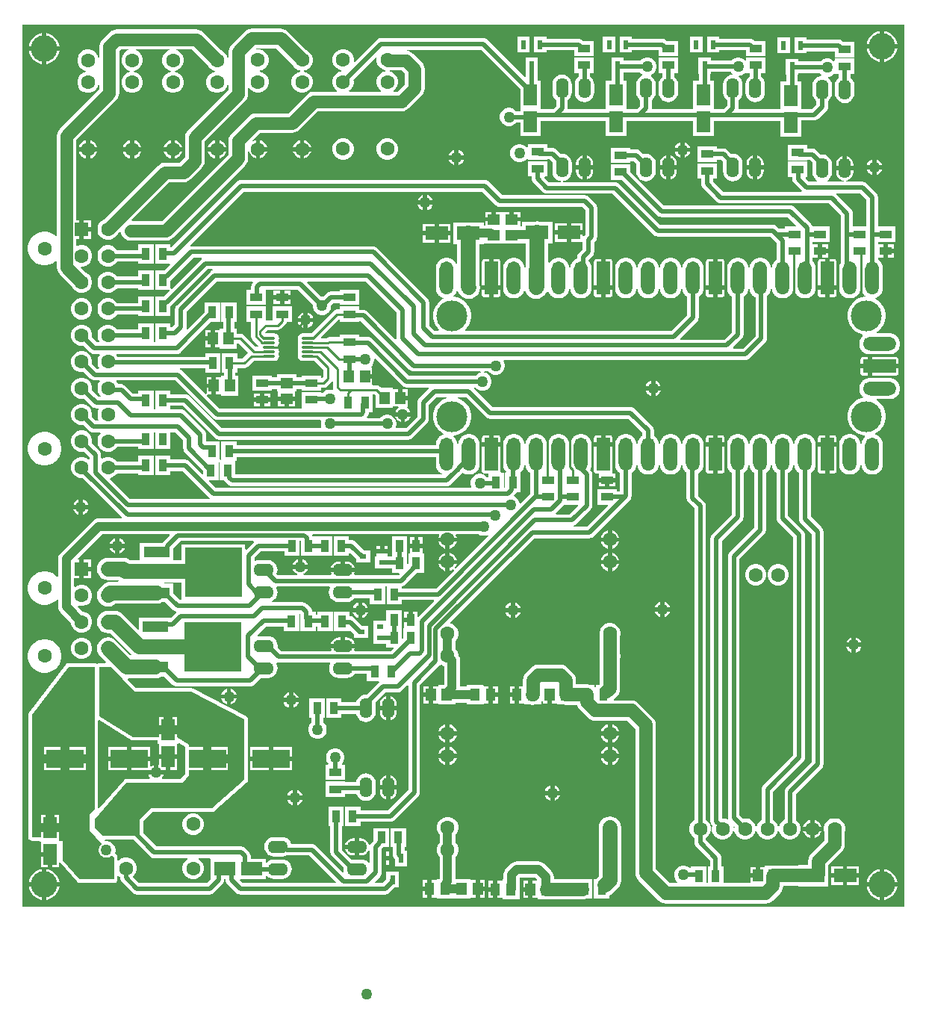
<source format=gbr>
G04*
G04 #@! TF.GenerationSoftware,Altium Limited,Altium Designer,23.4.1 (23)*
G04*
G04 Layer_Physical_Order=1*
G04 Layer_Color=255*
%FSLAX44Y44*%
%MOMM*%
G71*
G04*
G04 #@! TF.SameCoordinates,A38F0C46-2886-41F3-B9C8-1B8298131EAA*
G04*
G04*
G04 #@! TF.FilePolarity,Positive*
G04*
G01*
G75*
%ADD14C,0.2540*%
%ADD15R,1.1500X1.4500*%
%ADD16R,1.4500X1.1500*%
%ADD17R,0.9500X1.4000*%
%ADD18R,1.4000X0.9500*%
%ADD19O,1.4500X0.3000*%
%ADD20R,3.0000X1.2500*%
%ADD21R,6.4000X5.5500*%
%ADD22R,1.5500X2.4000*%
%ADD23R,0.6000X1.0000*%
%ADD24O,2.3000X1.4000*%
%ADD25O,1.4000X2.3000*%
%ADD26R,2.4000X1.5500*%
%ADD27R,4.2000X2.1000*%
%ADD28R,1.1000X1.4500*%
%ADD29R,0.8000X0.5500*%
%ADD30R,2.6500X1.6500*%
%ADD53C,0.5000*%
%ADD54C,1.5000*%
%ADD55C,1.7000*%
%ADD56C,1.0000*%
%ADD57C,1.4000*%
%ADD58C,1.6000*%
%AMCUSTOMSHAPE59*
4,1,4,-0.8000,-0.8000,-0.8000,0.8000,3.0000,0.8000,3.0000,-0.8000,-0.8000,-0.8000,0.0*%
%ADD59CUSTOMSHAPE59*%

%AMCUSTOMSHAPE60*
4,1,4,-0.8000,-0.8000,0.8000,-0.8000,0.8000,3.0000,-0.8000,3.0000,-0.8000,-0.8000,0.0*%
%ADD60CUSTOMSHAPE60*%

%AMCUSTOMSHAPE61*
4,1,4,-0.8000,0.8000,0.8000,0.8000,0.8000,-3.0000,-0.8000,-3.0000,-0.8000,0.8000,0.0*%
%ADD61CUSTOMSHAPE61*%

%ADD62R,1.6000X1.6000*%
%ADD63C,1.2700*%
%ADD64C,3.5000*%
%ADD65C,3.0000*%
G36*
X1000000Y0D02*
X0D01*
Y999990D01*
X1000000D01*
Y0D01*
D02*
G37*
%LPC*%
G36*
X977500Y992386D02*
Y977500D01*
X992386D01*
X991866Y980116D01*
X990544Y983308D01*
X988624Y986181D01*
X986181Y988624D01*
X983308Y990544D01*
X980116Y991866D01*
X977500Y992386D01*
D02*
G37*
G36*
X972500D02*
X969884Y991866D01*
X966692Y990544D01*
X963819Y988624D01*
X961376Y986181D01*
X959456Y983308D01*
X958134Y980116D01*
X957614Y977500D01*
X972500D01*
Y992386D01*
D02*
G37*
G36*
X27500Y989886D02*
Y975000D01*
X42386D01*
X41866Y977616D01*
X40544Y980808D01*
X38624Y983681D01*
X36181Y986124D01*
X33308Y988044D01*
X30116Y989366D01*
X27500Y989886D01*
D02*
G37*
G36*
X22500D02*
X19884Y989366D01*
X16692Y988044D01*
X13819Y986124D01*
X11376Y983681D01*
X9456Y980808D01*
X8134Y977616D01*
X7614Y975000D01*
X22500D01*
Y989886D01*
D02*
G37*
G36*
X771500Y986000D02*
X757500D01*
Y968000D01*
X771500D01*
Y986000D01*
D02*
G37*
G36*
X672500D02*
X658500D01*
Y968000D01*
X672500D01*
Y986000D01*
D02*
G37*
G36*
X575500D02*
X561500D01*
Y968000D01*
X575500D01*
Y986000D01*
D02*
G37*
G36*
X870500Y985000D02*
X856500D01*
Y967000D01*
X870500D01*
Y985000D01*
D02*
G37*
G36*
X790500Y986000D02*
X776500D01*
Y968000D01*
X790500D01*
Y970444D01*
X821000D01*
Y963750D01*
X843000D01*
Y981250D01*
X830272D01*
X829886Y981636D01*
X828528Y982678D01*
X826947Y983333D01*
X825250Y983556D01*
X790500D01*
Y986000D01*
D02*
G37*
G36*
X691500D02*
X677500D01*
Y968000D01*
X691500D01*
Y970444D01*
X721500D01*
Y963750D01*
X743500D01*
Y981250D01*
X730772D01*
X730386Y981636D01*
X729028Y982678D01*
X727447Y983333D01*
X725750Y983556D01*
X691500D01*
Y986000D01*
D02*
G37*
G36*
X594500D02*
X580500D01*
Y968000D01*
X594500D01*
Y970444D01*
X626500D01*
Y963750D01*
X648500D01*
Y981250D01*
X635772D01*
X635386Y981636D01*
X634028Y982678D01*
X632447Y983333D01*
X630750Y983556D01*
X594500D01*
Y986000D01*
D02*
G37*
G36*
X889500Y985000D02*
X875500D01*
Y967000D01*
X889500D01*
Y969444D01*
X921500D01*
Y962750D01*
X943500D01*
Y980250D01*
X930772D01*
X930386Y980636D01*
X929028Y981678D01*
X927447Y982333D01*
X925750Y982556D01*
X889500D01*
Y985000D01*
D02*
G37*
G36*
X293000Y995095D02*
X260250D01*
X257378Y994717D01*
X254702Y993608D01*
X252405Y991845D01*
X237405Y976845D01*
X235641Y974548D01*
X234533Y971872D01*
X234155Y969000D01*
Y961426D01*
X232885Y961258D01*
X232182Y963882D01*
X230602Y966618D01*
X228368Y968852D01*
X225632Y970432D01*
X225463Y970477D01*
X205095Y990845D01*
X202798Y992608D01*
X200122Y993717D01*
X197250Y994095D01*
X107201D01*
X104330Y993717D01*
X101654Y992608D01*
X99356Y990845D01*
X91155Y982644D01*
X89391Y980346D01*
X88283Y977671D01*
X87905Y974799D01*
Y961426D01*
X86635Y961258D01*
X85932Y963882D01*
X84352Y966618D01*
X82118Y968852D01*
X79382Y970432D01*
X76330Y971250D01*
X73170D01*
X70118Y970432D01*
X67382Y968852D01*
X65148Y966618D01*
X63568Y963882D01*
X62750Y960830D01*
Y957670D01*
X63568Y954618D01*
X65148Y951882D01*
X67382Y949648D01*
X70118Y948068D01*
X72583Y947407D01*
Y946093D01*
X70118Y945432D01*
X67382Y943852D01*
X65148Y941618D01*
X63568Y938882D01*
X62750Y935830D01*
Y932670D01*
X63568Y929618D01*
X65148Y926882D01*
X67382Y924648D01*
X70118Y923068D01*
X73170Y922250D01*
X76330D01*
X79382Y923068D01*
X82118Y924648D01*
X84352Y926882D01*
X85932Y929618D01*
X86635Y932242D01*
X87905Y932074D01*
Y926596D01*
X42655Y881345D01*
X40891Y879047D01*
X39783Y876372D01*
X39405Y873500D01*
Y760674D01*
X38232Y760188D01*
X37762Y760658D01*
X34650Y762738D01*
X31192Y764170D01*
X27521Y764900D01*
X23779D01*
X20108Y764170D01*
X16650Y762738D01*
X13538Y760658D01*
X10892Y758012D01*
X8813Y754900D01*
X7380Y751442D01*
X6650Y747771D01*
Y744029D01*
X7380Y740358D01*
X8813Y736900D01*
X10892Y733788D01*
X13538Y731142D01*
X16650Y729062D01*
X20108Y727630D01*
X23779Y726900D01*
X27521D01*
X31192Y727630D01*
X34650Y729062D01*
X37762Y731142D01*
X38232Y731612D01*
X39405Y731126D01*
Y724500D01*
X39783Y721628D01*
X40891Y718953D01*
X42655Y716655D01*
X56273Y703037D01*
X56318Y702868D01*
X57898Y700132D01*
X60132Y697898D01*
X62868Y696318D01*
X65920Y695500D01*
X69080D01*
X72132Y696318D01*
X74868Y697898D01*
X77102Y700132D01*
X78682Y702868D01*
X79500Y705920D01*
Y709080D01*
X78682Y712132D01*
X77102Y714868D01*
X74868Y717102D01*
X72132Y718682D01*
X71963Y718727D01*
X66460Y724230D01*
X66987Y725500D01*
X69080D01*
X72132Y726318D01*
X74868Y727898D01*
X77102Y730132D01*
X78682Y732868D01*
X79500Y735920D01*
Y739080D01*
X78682Y742132D01*
X77102Y744868D01*
X74868Y747102D01*
X72132Y748682D01*
X69080Y749500D01*
X65920D01*
X62868Y748682D01*
X62695Y748582D01*
X61595Y749217D01*
Y756960D01*
X65000D01*
Y767500D01*
Y778040D01*
X61595D01*
Y868904D01*
X106845Y914155D01*
X108609Y916452D01*
X109717Y919128D01*
X110095Y922000D01*
Y970203D01*
X111797Y971905D01*
X120708D01*
X120875Y970635D01*
X120118Y970432D01*
X117382Y968852D01*
X115148Y966618D01*
X113568Y963882D01*
X112750Y960830D01*
Y957670D01*
X113568Y954618D01*
X115148Y951882D01*
X117382Y949648D01*
X120118Y948068D01*
X122583Y947407D01*
Y946093D01*
X120118Y945432D01*
X117382Y943852D01*
X115148Y941618D01*
X113568Y938882D01*
X112750Y935830D01*
Y932670D01*
X113568Y929618D01*
X115148Y926882D01*
X117382Y924648D01*
X120118Y923068D01*
X123170Y922250D01*
X126330D01*
X129382Y923068D01*
X132118Y924648D01*
X134352Y926882D01*
X135932Y929618D01*
X136750Y932670D01*
Y935830D01*
X135932Y938882D01*
X134352Y941618D01*
X132118Y943852D01*
X129382Y945432D01*
X126917Y946093D01*
Y947407D01*
X129382Y948068D01*
X132118Y949648D01*
X134352Y951882D01*
X135932Y954618D01*
X136750Y957670D01*
Y960830D01*
X135932Y963882D01*
X134352Y966618D01*
X132118Y968852D01*
X129382Y970432D01*
X128625Y970635D01*
X128792Y971905D01*
X166958D01*
X167125Y970635D01*
X166368Y970432D01*
X163632Y968852D01*
X161398Y966618D01*
X159818Y963882D01*
X159000Y960830D01*
Y957670D01*
X159818Y954618D01*
X161398Y951882D01*
X163632Y949648D01*
X166368Y948068D01*
X168833Y947407D01*
Y946093D01*
X166368Y945432D01*
X163632Y943852D01*
X161398Y941618D01*
X159818Y938882D01*
X159000Y935830D01*
Y932670D01*
X159818Y929618D01*
X161398Y926882D01*
X163632Y924648D01*
X166368Y923068D01*
X169420Y922250D01*
X172580D01*
X175632Y923068D01*
X178368Y924648D01*
X180602Y926882D01*
X182182Y929618D01*
X183000Y932670D01*
Y935830D01*
X182182Y938882D01*
X180602Y941618D01*
X178368Y943852D01*
X175632Y945432D01*
X173167Y946093D01*
Y947407D01*
X175632Y948068D01*
X178368Y949648D01*
X180602Y951882D01*
X182182Y954618D01*
X183000Y957670D01*
Y960830D01*
X182182Y963882D01*
X180602Y966618D01*
X178368Y968852D01*
X175632Y970432D01*
X174875Y970635D01*
X175042Y971905D01*
X192654D01*
X209773Y954787D01*
X209818Y954618D01*
X211398Y951882D01*
X213632Y949648D01*
X216368Y948068D01*
X218833Y947407D01*
Y946093D01*
X216368Y945432D01*
X213632Y943852D01*
X211398Y941618D01*
X209818Y938882D01*
X209000Y935830D01*
Y932670D01*
X209818Y929618D01*
X211398Y926882D01*
X213632Y924648D01*
X216368Y923068D01*
X219420Y922250D01*
X222580D01*
X225632Y923068D01*
X228368Y924648D01*
X230602Y926882D01*
X232182Y929618D01*
X232885Y932242D01*
X234155Y932074D01*
Y925846D01*
X188155Y879845D01*
X186392Y877547D01*
X185283Y874872D01*
X184905Y872000D01*
Y849596D01*
X178404Y843095D01*
X162000D01*
X159128Y842717D01*
X156453Y841609D01*
X154155Y839845D01*
X93037Y778727D01*
X92868Y778682D01*
X90132Y777102D01*
X87898Y774868D01*
X86318Y772132D01*
X85500Y769080D01*
Y765920D01*
X86318Y762868D01*
X87898Y760132D01*
X90132Y757898D01*
X92868Y756318D01*
X95920Y755500D01*
X99080D01*
X102132Y756318D01*
X104868Y757898D01*
X107102Y760132D01*
X108682Y762868D01*
X108727Y763037D01*
X110748Y765058D01*
X112089Y764603D01*
X112283Y763128D01*
X113392Y760452D01*
X115155Y758155D01*
X117452Y756392D01*
X120128Y755283D01*
X123000Y754905D01*
X163250D01*
X166122Y755283D01*
X168797Y756392D01*
X171095Y758155D01*
X252845Y839905D01*
X254608Y842203D01*
X255717Y844878D01*
X256095Y847750D01*
Y855434D01*
X257365Y855601D01*
X257678Y854432D01*
X259066Y852028D01*
X261028Y850066D01*
X263432Y848678D01*
X265000Y848258D01*
Y858500D01*
Y868742D01*
X263432Y868322D01*
X261957Y867470D01*
X261177Y868486D01*
X269596Y876905D01*
X306000D01*
X308872Y877283D01*
X311548Y878391D01*
X313845Y880155D01*
X335096Y901405D01*
X430250D01*
X433122Y901783D01*
X435798Y902891D01*
X438095Y904655D01*
X453095Y919655D01*
X454859Y921953D01*
X455967Y924628D01*
X456345Y927500D01*
Y949000D01*
X455967Y951872D01*
X454859Y954548D01*
X453095Y956845D01*
X443095Y966845D01*
X440797Y968608D01*
X438122Y969717D01*
X436549Y969924D01*
X436632Y971194D01*
X520284D01*
X564750Y926728D01*
Y904000D01*
Y901556D01*
X560081D01*
X558355Y903282D01*
X555995Y904645D01*
X553363Y905350D01*
X550637D01*
X548005Y904645D01*
X545645Y903282D01*
X543718Y901355D01*
X542355Y898995D01*
X541650Y896363D01*
Y893637D01*
X542355Y891005D01*
X543718Y888645D01*
X545645Y886718D01*
X548005Y885355D01*
X550637Y884650D01*
X553363D01*
X555995Y885355D01*
X558355Y886718D01*
X560081Y888444D01*
X564750D01*
Y873500D01*
X588250D01*
Y890694D01*
X661750D01*
Y873250D01*
X685250D01*
Y890694D01*
X760750D01*
Y873500D01*
X784250D01*
Y890694D01*
X859750D01*
Y872500D01*
X883250D01*
Y890944D01*
X898250D01*
X899947Y891167D01*
X901528Y891822D01*
X902886Y892864D01*
X911936Y901914D01*
X912978Y903272D01*
X913633Y904853D01*
X913856Y906550D01*
Y912915D01*
X915145Y913905D01*
X916908Y916202D01*
X918017Y918878D01*
X918395Y921750D01*
Y930750D01*
X918017Y933622D01*
X916908Y936297D01*
X915145Y938595D01*
X914123Y939380D01*
X914285Y940237D01*
X914504Y940688D01*
X916995Y941355D01*
X919355Y942718D01*
X920276Y943639D01*
X921500Y943750D01*
X921500Y943750D01*
X921500Y943750D01*
X926044D01*
Y939508D01*
X924855Y938595D01*
X923092Y936297D01*
X921983Y933622D01*
X921605Y930750D01*
Y921750D01*
X921983Y918878D01*
X923092Y916202D01*
X924855Y913905D01*
X927153Y912141D01*
X929828Y911033D01*
X932700Y910655D01*
X935572Y911033D01*
X938248Y912141D01*
X940545Y913905D01*
X942309Y916202D01*
X943417Y918878D01*
X943795Y921750D01*
Y930750D01*
X943417Y933622D01*
X942309Y936297D01*
X940545Y938595D01*
X939156Y939661D01*
Y943750D01*
X943500D01*
Y961250D01*
X921500D01*
Y958933D01*
X920230Y958407D01*
X919355Y959282D01*
X916995Y960645D01*
X914363Y961350D01*
X911637D01*
X909005Y960645D01*
X906645Y959282D01*
X905419Y958056D01*
X880000D01*
Y961000D01*
X866000D01*
Y943000D01*
X866444D01*
Y935000D01*
X859750D01*
Y903806D01*
X813155D01*
X812318Y904761D01*
X812356Y905050D01*
Y913915D01*
X813645Y914905D01*
X815408Y917203D01*
X816517Y919878D01*
X816895Y922750D01*
Y931750D01*
X816517Y934622D01*
X815408Y937297D01*
X813645Y939595D01*
X812623Y940380D01*
X813054Y941650D01*
X813363D01*
X815995Y942355D01*
X818355Y943718D01*
X819730Y945093D01*
X821000Y944750D01*
Y944750D01*
X825044D01*
Y940891D01*
X823355Y939595D01*
X821591Y937297D01*
X820483Y934622D01*
X820105Y931750D01*
Y922750D01*
X820483Y919878D01*
X821591Y917203D01*
X823355Y914905D01*
X825653Y913141D01*
X828328Y912033D01*
X831200Y911655D01*
X834072Y912033D01*
X836747Y913141D01*
X839045Y914905D01*
X840808Y917203D01*
X841917Y919878D01*
X842295Y922750D01*
Y931750D01*
X841917Y934622D01*
X840808Y937297D01*
X839045Y939595D01*
X838156Y940278D01*
Y944750D01*
X843000D01*
Y962250D01*
X821000D01*
Y959433D01*
X819730Y958907D01*
X818355Y960282D01*
X815995Y961645D01*
X813363Y962350D01*
X810637D01*
X808005Y961645D01*
X805645Y960282D01*
X804419Y959056D01*
X781000D01*
Y962000D01*
X767000D01*
Y944000D01*
X767444D01*
Y936000D01*
X760750D01*
Y903806D01*
X714509D01*
X713856Y904550D01*
Y913915D01*
X715145Y914905D01*
X716908Y917203D01*
X718017Y919878D01*
X718395Y922750D01*
Y931750D01*
X718017Y934622D01*
X716908Y937297D01*
X715145Y939595D01*
X713193Y941094D01*
X713116Y941581D01*
X713178Y942194D01*
X713314Y942540D01*
X715355Y943718D01*
X717282Y945645D01*
X718645Y948005D01*
X719350Y950637D01*
Y953363D01*
X718645Y955995D01*
X717282Y958355D01*
X715355Y960282D01*
X712995Y961645D01*
X710363Y962350D01*
X707637D01*
X705005Y961645D01*
X702645Y960282D01*
X700919Y958556D01*
X682000D01*
Y962000D01*
X668000D01*
Y944000D01*
X668444D01*
Y935750D01*
X661750D01*
Y903806D01*
X619509D01*
X618856Y904550D01*
Y913915D01*
X620145Y914905D01*
X621908Y917203D01*
X623017Y919878D01*
X623395Y922750D01*
Y931750D01*
X623017Y934622D01*
X621908Y937297D01*
X620145Y939595D01*
X617847Y941358D01*
X615172Y942467D01*
X612300Y942845D01*
X609428Y942467D01*
X606753Y941358D01*
X604455Y939595D01*
X602691Y937297D01*
X601583Y934622D01*
X601205Y931750D01*
Y922750D01*
X601583Y919878D01*
X602691Y917203D01*
X604455Y914905D01*
X605744Y913915D01*
Y907266D01*
X602284Y903806D01*
X588250D01*
Y936000D01*
X584556D01*
Y944000D01*
X585000D01*
Y962000D01*
X571000D01*
Y944000D01*
X571444D01*
Y940237D01*
X570271Y939751D01*
X527636Y982386D01*
X526278Y983428D01*
X524697Y984083D01*
X523000Y984306D01*
X407000D01*
X405303Y984083D01*
X403722Y983428D01*
X402364Y982386D01*
X376948Y956970D01*
X375849Y957605D01*
X376000Y958170D01*
Y961330D01*
X375182Y964382D01*
X373602Y967118D01*
X371368Y969352D01*
X368632Y970932D01*
X365580Y971750D01*
X362420D01*
X359368Y970932D01*
X356632Y969352D01*
X354398Y967118D01*
X352818Y964382D01*
X352000Y961330D01*
Y958170D01*
X352818Y955118D01*
X354398Y952382D01*
X356632Y950148D01*
X359368Y948568D01*
X361833Y947907D01*
Y946593D01*
X359368Y945932D01*
X356632Y944352D01*
X354398Y942118D01*
X352818Y939382D01*
X352000Y936330D01*
Y933170D01*
X352818Y930118D01*
X354398Y927382D01*
X356632Y925148D01*
X357197Y924822D01*
X356868Y923595D01*
X330500D01*
X327629Y923217D01*
X324953Y922109D01*
X322655Y920345D01*
X301404Y899095D01*
X265000D01*
X262129Y898717D01*
X259453Y897608D01*
X257155Y895845D01*
X237155Y875845D01*
X235392Y873547D01*
X234283Y870872D01*
X233905Y868000D01*
Y852346D01*
X158654Y777095D01*
X124581D01*
X124055Y778365D01*
X166596Y820905D01*
X183000D01*
X185872Y821283D01*
X188547Y822392D01*
X190845Y824155D01*
X203845Y837155D01*
X205609Y839453D01*
X206717Y842128D01*
X207095Y845000D01*
Y867404D01*
X253095Y913405D01*
X254858Y915703D01*
X255967Y918378D01*
X256345Y921250D01*
Y927368D01*
X257572Y927697D01*
X257898Y927132D01*
X260132Y924898D01*
X262868Y923318D01*
X265920Y922500D01*
X269080D01*
X272132Y923318D01*
X274868Y924898D01*
X277102Y927132D01*
X278682Y929868D01*
X279500Y932920D01*
Y936080D01*
X278682Y939132D01*
X277102Y941868D01*
X274868Y944102D01*
X272132Y945682D01*
X269667Y946343D01*
Y947657D01*
X272132Y948318D01*
X274868Y949898D01*
X277102Y952132D01*
X278682Y954868D01*
X279500Y957920D01*
Y961080D01*
X278682Y964132D01*
X277102Y966868D01*
X274868Y969102D01*
X272132Y970682D01*
X269080Y971500D01*
X266121D01*
X265671Y972003D01*
X265346Y972661D01*
X265497Y972905D01*
X288404D01*
X306273Y955037D01*
X306318Y954868D01*
X307898Y952132D01*
X310132Y949898D01*
X312868Y948318D01*
X315333Y947657D01*
Y946343D01*
X312868Y945682D01*
X310132Y944102D01*
X307898Y941868D01*
X306318Y939132D01*
X305500Y936080D01*
Y932920D01*
X306318Y929868D01*
X307898Y927132D01*
X310132Y924898D01*
X312868Y923318D01*
X315920Y922500D01*
X319080D01*
X322132Y923318D01*
X324868Y924898D01*
X327102Y927132D01*
X328682Y929868D01*
X329500Y932920D01*
Y936080D01*
X328682Y939132D01*
X327102Y941868D01*
X324868Y944102D01*
X322132Y945682D01*
X319667Y946343D01*
Y947657D01*
X322132Y948318D01*
X324868Y949898D01*
X327102Y952132D01*
X328682Y954868D01*
X329500Y957920D01*
Y961080D01*
X328682Y964132D01*
X327102Y966868D01*
X324868Y969102D01*
X322132Y970682D01*
X321963Y970727D01*
X300845Y991845D01*
X298547Y993608D01*
X295872Y994717D01*
X293000Y995095D01*
D02*
G37*
G36*
X992386Y972500D02*
X977500D01*
Y957614D01*
X980116Y958134D01*
X983308Y959456D01*
X986181Y961376D01*
X988624Y963819D01*
X990544Y966692D01*
X991866Y969884D01*
X992386Y972500D01*
D02*
G37*
G36*
X972500D02*
X957614D01*
X958134Y969884D01*
X959456Y966692D01*
X961376Y963819D01*
X963819Y961376D01*
X966692Y959456D01*
X969884Y958134D01*
X972500Y957614D01*
Y972500D01*
D02*
G37*
G36*
X42386Y970000D02*
X27500D01*
Y955114D01*
X30116Y955634D01*
X33308Y956956D01*
X36181Y958876D01*
X38624Y961319D01*
X40544Y964192D01*
X41866Y967384D01*
X42386Y970000D01*
D02*
G37*
G36*
X22500D02*
X7614D01*
X8134Y967384D01*
X9456Y964192D01*
X11376Y961319D01*
X13819Y958876D01*
X16692Y956956D01*
X19884Y955634D01*
X22500Y955114D01*
Y970000D01*
D02*
G37*
G36*
X743500Y962250D02*
X721500D01*
Y944750D01*
X726044D01*
Y940508D01*
X724855Y939595D01*
X723092Y937297D01*
X721983Y934622D01*
X721605Y931750D01*
Y922750D01*
X721983Y919878D01*
X723092Y917203D01*
X724855Y914905D01*
X727152Y913141D01*
X729828Y912033D01*
X732700Y911655D01*
X735572Y912033D01*
X738247Y913141D01*
X740545Y914905D01*
X742308Y917203D01*
X743417Y919878D01*
X743795Y922750D01*
Y931750D01*
X743417Y934622D01*
X742308Y937297D01*
X740545Y939595D01*
X739156Y940661D01*
Y944750D01*
X743500D01*
Y962250D01*
D02*
G37*
G36*
X648500D02*
X626500D01*
Y944750D01*
X631044D01*
Y940508D01*
X629855Y939595D01*
X628092Y937297D01*
X626983Y934622D01*
X626605Y931750D01*
Y922750D01*
X626983Y919878D01*
X628092Y917203D01*
X629855Y914905D01*
X632153Y913141D01*
X634828Y912033D01*
X637700Y911655D01*
X640572Y912033D01*
X643247Y913141D01*
X645545Y914905D01*
X647309Y917203D01*
X648417Y919878D01*
X648795Y922750D01*
Y931750D01*
X648417Y934622D01*
X647309Y937297D01*
X645545Y939595D01*
X644156Y940661D01*
Y944750D01*
X648500D01*
Y962250D01*
D02*
G37*
G36*
X270000Y868742D02*
Y861000D01*
X277742D01*
X277322Y862568D01*
X275934Y864972D01*
X273972Y866934D01*
X271568Y868322D01*
X270000Y868742D01*
D02*
G37*
G36*
X320000D02*
Y861000D01*
X327742D01*
X327322Y862568D01*
X325934Y864972D01*
X323972Y866934D01*
X321568Y868322D01*
X320000Y868742D01*
D02*
G37*
G36*
X315000D02*
X313432Y868322D01*
X311028Y866934D01*
X309066Y864972D01*
X307678Y862568D01*
X307258Y861000D01*
X315000D01*
Y868742D01*
D02*
G37*
G36*
X223500Y868492D02*
Y860750D01*
X231242D01*
X230822Y862318D01*
X229434Y864722D01*
X227472Y866684D01*
X225068Y868072D01*
X223500Y868492D01*
D02*
G37*
G36*
X77250D02*
Y860750D01*
X84992D01*
X84572Y862318D01*
X83184Y864722D01*
X81222Y866684D01*
X78818Y868072D01*
X77250Y868492D01*
D02*
G37*
G36*
X173500D02*
Y860750D01*
X181242D01*
X180822Y862318D01*
X179434Y864722D01*
X177472Y866684D01*
X175068Y868072D01*
X173500Y868492D01*
D02*
G37*
G36*
X127250D02*
Y860750D01*
X134992D01*
X134572Y862318D01*
X133184Y864722D01*
X131222Y866684D01*
X128818Y868072D01*
X127250Y868492D01*
D02*
G37*
G36*
X72250D02*
X70682Y868072D01*
X68278Y866684D01*
X66316Y864722D01*
X64928Y862318D01*
X64508Y860750D01*
X72250D01*
Y868492D01*
D02*
G37*
G36*
X122250D02*
X120682Y868072D01*
X118278Y866684D01*
X116316Y864722D01*
X114928Y862318D01*
X114508Y860750D01*
X122250D01*
Y868492D01*
D02*
G37*
G36*
X168500D02*
X166932Y868072D01*
X164528Y866684D01*
X162566Y864722D01*
X161178Y862318D01*
X160758Y860750D01*
X168500D01*
Y868492D01*
D02*
G37*
G36*
X218500Y868492D02*
X216932Y868072D01*
X214528Y866684D01*
X212566Y864722D01*
X211178Y862318D01*
X210758Y860750D01*
X218500D01*
Y868492D01*
D02*
G37*
G36*
X751250Y866284D02*
Y860250D01*
X757284D01*
X757034Y861181D01*
X755864Y863209D01*
X754209Y864864D01*
X752181Y866034D01*
X751250Y866284D01*
D02*
G37*
G36*
X746250D02*
X745319Y866034D01*
X743291Y864864D01*
X741636Y863209D01*
X740466Y861181D01*
X740216Y860250D01*
X746250D01*
Y866284D01*
D02*
G37*
G36*
X495000Y857784D02*
Y851750D01*
X501034D01*
X500784Y852681D01*
X499614Y854709D01*
X497959Y856364D01*
X495931Y857534D01*
X495000Y857784D01*
D02*
G37*
G36*
X490000D02*
X489069Y857534D01*
X487041Y856364D01*
X485386Y854709D01*
X484216Y852681D01*
X483966Y851750D01*
X490000D01*
Y857784D01*
D02*
G37*
G36*
X757284Y855250D02*
X751250D01*
Y849216D01*
X752181Y849466D01*
X754209Y850636D01*
X755864Y852291D01*
X757034Y854319D01*
X757284Y855250D01*
D02*
G37*
G36*
X746250D02*
X740216D01*
X740466Y854319D01*
X741636Y852291D01*
X743291Y850636D01*
X745319Y849466D01*
X746250Y849216D01*
Y855250D01*
D02*
G37*
G36*
X327742Y856000D02*
X320000D01*
Y848258D01*
X321568Y848678D01*
X323972Y850066D01*
X325934Y852028D01*
X327322Y854432D01*
X327742Y856000D01*
D02*
G37*
G36*
X277742D02*
X270000D01*
Y848258D01*
X271568Y848678D01*
X273972Y850066D01*
X275934Y852028D01*
X277322Y854432D01*
X277742Y856000D01*
D02*
G37*
G36*
X315000D02*
X307258D01*
X307678Y854432D01*
X309066Y852028D01*
X311028Y850066D01*
X313432Y848678D01*
X315000Y848258D01*
Y856000D01*
D02*
G37*
G36*
X231242Y855750D02*
X223500D01*
Y848008D01*
X225068Y848428D01*
X227472Y849816D01*
X229434Y851778D01*
X230822Y854182D01*
X231242Y855750D01*
D02*
G37*
G36*
X181242D02*
X173500D01*
Y848008D01*
X175068Y848428D01*
X177472Y849816D01*
X179434Y851778D01*
X180822Y854182D01*
X181242Y855750D01*
D02*
G37*
G36*
X134992D02*
X127250D01*
Y848008D01*
X128818Y848428D01*
X131222Y849816D01*
X133184Y851778D01*
X134572Y854182D01*
X134992Y855750D01*
D02*
G37*
G36*
X84992D02*
X77250D01*
Y848008D01*
X78818Y848428D01*
X81222Y849816D01*
X83184Y851778D01*
X84572Y854182D01*
X84992Y855750D01*
D02*
G37*
G36*
X168500D02*
X160758D01*
X161178Y854182D01*
X162566Y851778D01*
X164528Y849816D01*
X166932Y848428D01*
X168500Y848008D01*
Y855750D01*
D02*
G37*
G36*
X122250D02*
X114508D01*
X114928Y854182D01*
X116316Y851778D01*
X118278Y849816D01*
X120682Y848428D01*
X122250Y848008D01*
Y855750D01*
D02*
G37*
G36*
X72250D02*
X64508D01*
X64928Y854182D01*
X66316Y851778D01*
X68278Y849816D01*
X70682Y848428D01*
X72250Y848008D01*
Y855750D01*
D02*
G37*
G36*
X218500D02*
X210758D01*
X211178Y854182D01*
X212566Y851778D01*
X214528Y849816D01*
X216932Y848428D01*
X218500Y848008D01*
Y855750D01*
D02*
G37*
G36*
X415580Y870750D02*
X412420D01*
X409368Y869932D01*
X406632Y868352D01*
X404398Y866118D01*
X402818Y863382D01*
X402000Y860330D01*
Y857170D01*
X402818Y854118D01*
X404398Y851382D01*
X406632Y849148D01*
X409368Y847568D01*
X412420Y846750D01*
X415580D01*
X418632Y847568D01*
X421368Y849148D01*
X423602Y851382D01*
X425182Y854118D01*
X426000Y857170D01*
Y860330D01*
X425182Y863382D01*
X423602Y866118D01*
X421368Y868352D01*
X418632Y869932D01*
X415580Y870750D01*
D02*
G37*
G36*
X365580D02*
X362420D01*
X359368Y869932D01*
X356632Y868352D01*
X354398Y866118D01*
X352818Y863382D01*
X352000Y860330D01*
Y857170D01*
X352818Y854118D01*
X354398Y851382D01*
X356632Y849148D01*
X359368Y847568D01*
X362420Y846750D01*
X365580D01*
X368632Y847568D01*
X371368Y849148D01*
X373602Y851382D01*
X375182Y854118D01*
X376000Y857170D01*
Y860330D01*
X375182Y863382D01*
X373602Y866118D01*
X371368Y868352D01*
X368632Y869932D01*
X365580Y870750D01*
D02*
G37*
G36*
X501034Y846750D02*
X495000D01*
Y840716D01*
X495931Y840966D01*
X497959Y842136D01*
X499614Y843791D01*
X500784Y845819D01*
X501034Y846750D01*
D02*
G37*
G36*
X490000D02*
X483966D01*
X484216Y845819D01*
X485386Y843791D01*
X487041Y842136D01*
X489069Y840966D01*
X490000Y840716D01*
Y846750D01*
D02*
G37*
G36*
X968750Y846534D02*
Y840500D01*
X974784D01*
X974534Y841431D01*
X973364Y843459D01*
X971709Y845114D01*
X969681Y846284D01*
X968750Y846534D01*
D02*
G37*
G36*
X963750D02*
X962819Y846284D01*
X960791Y845114D01*
X959136Y843459D01*
X957966Y841431D01*
X957716Y840500D01*
X963750D01*
Y846534D01*
D02*
G37*
G36*
X640200Y851541D02*
Y840250D01*
X647322D01*
Y842250D01*
X646994Y844740D01*
X646033Y847061D01*
X644504Y849054D01*
X642511Y850583D01*
X640200Y851541D01*
D02*
G37*
G36*
X735200Y851541D02*
Y840250D01*
X742322D01*
Y842250D01*
X741994Y844740D01*
X741033Y847061D01*
X739504Y849054D01*
X737511Y850583D01*
X735200Y851541D01*
D02*
G37*
G36*
X833700Y851541D02*
Y840250D01*
X840822D01*
Y842250D01*
X840494Y844740D01*
X839533Y847061D01*
X838004Y849054D01*
X836011Y850583D01*
X833700Y851541D01*
D02*
G37*
G36*
X828700Y851541D02*
X826389Y850583D01*
X824396Y849054D01*
X822867Y847061D01*
X821906Y844740D01*
X821578Y842250D01*
Y840250D01*
X828700D01*
Y851541D01*
D02*
G37*
G36*
X730200Y851541D02*
X727889Y850583D01*
X725896Y849054D01*
X724367Y847061D01*
X723406Y844740D01*
X723078Y842250D01*
Y840250D01*
X730200D01*
Y851541D01*
D02*
G37*
G36*
X635200Y851541D02*
X632889Y850583D01*
X630896Y849054D01*
X629367Y847061D01*
X628406Y844740D01*
X628078Y842250D01*
Y840250D01*
X635200D01*
Y851541D01*
D02*
G37*
G36*
X935200Y850540D02*
Y839250D01*
X942322D01*
Y841250D01*
X941994Y843740D01*
X941033Y846061D01*
X939504Y848054D01*
X937511Y849583D01*
X935200Y850540D01*
D02*
G37*
G36*
X930200Y850540D02*
X927889Y849583D01*
X925896Y848054D01*
X924367Y846061D01*
X923406Y843740D01*
X923078Y841250D01*
Y839250D01*
X930200D01*
Y850540D01*
D02*
G37*
G36*
X974784Y835500D02*
X968750D01*
Y829466D01*
X969681Y829716D01*
X971709Y830886D01*
X973364Y832541D01*
X974534Y834569D01*
X974784Y835500D01*
D02*
G37*
G36*
X963750D02*
X957716D01*
X957966Y834569D01*
X959136Y832541D01*
X960791Y830886D01*
X962819Y829716D01*
X963750Y829466D01*
Y835500D01*
D02*
G37*
G36*
X647322Y835250D02*
X640200D01*
Y823960D01*
X642511Y824917D01*
X644504Y826446D01*
X646033Y828439D01*
X646994Y830760D01*
X647322Y833250D01*
Y835250D01*
D02*
G37*
G36*
X828700D02*
X821578D01*
Y833250D01*
X821906Y830760D01*
X822867Y828439D01*
X824396Y826446D01*
X826389Y824917D01*
X828700Y823960D01*
Y835250D01*
D02*
G37*
G36*
X742322D02*
X735200D01*
Y823960D01*
X737511Y824917D01*
X739504Y826446D01*
X741033Y828439D01*
X741994Y830760D01*
X742322Y833250D01*
Y835250D01*
D02*
G37*
G36*
X730200D02*
X723078D01*
Y833250D01*
X723406Y830760D01*
X724367Y828439D01*
X725896Y826446D01*
X727889Y824917D01*
X730200Y823960D01*
Y835250D01*
D02*
G37*
G36*
X840822D02*
X833700D01*
Y823960D01*
X836011Y824917D01*
X838004Y826446D01*
X839533Y828439D01*
X840494Y830760D01*
X840822Y833250D01*
Y835250D01*
D02*
G37*
G36*
X635200D02*
X628078D01*
Y833250D01*
X628406Y830760D01*
X629367Y828439D01*
X630896Y826446D01*
X632889Y824917D01*
X635200Y823960D01*
Y835250D01*
D02*
G37*
G36*
X787750Y861500D02*
X765750D01*
Y844000D01*
X787750D01*
Y846194D01*
X792584D01*
X794917Y843861D01*
X794705Y842250D01*
Y833250D01*
X795083Y830378D01*
X796191Y827702D01*
X797955Y825405D01*
X800253Y823642D01*
X802928Y822533D01*
X805800Y822155D01*
X808672Y822533D01*
X811347Y823642D01*
X813645Y825405D01*
X815408Y827702D01*
X816517Y830378D01*
X816895Y833250D01*
Y842250D01*
X816517Y845122D01*
X815408Y847797D01*
X813645Y850095D01*
X811347Y851859D01*
X808672Y852967D01*
X805800Y853345D01*
X804189Y853133D01*
X799936Y857386D01*
X798578Y858428D01*
X796997Y859083D01*
X795300Y859306D01*
X787750D01*
Y861500D01*
D02*
G37*
G36*
X689250Y860250D02*
X667250D01*
Y842750D01*
X689250D01*
Y844944D01*
X693328D01*
X696205Y842067D01*
Y833250D01*
X696583Y830378D01*
X697691Y827702D01*
X699455Y825405D01*
X701752Y823642D01*
X704428Y822533D01*
X707300Y822155D01*
X710172Y822533D01*
X712847Y823642D01*
X715145Y825405D01*
X716908Y827702D01*
X718017Y830378D01*
X718395Y833250D01*
Y842250D01*
X718017Y845122D01*
X716908Y847797D01*
X715145Y850095D01*
X712847Y851859D01*
X710172Y852967D01*
X707300Y853345D01*
X704428Y852967D01*
X704018Y852797D01*
X700680Y856136D01*
X699322Y857178D01*
X697741Y857833D01*
X696044Y858056D01*
X689250D01*
Y860250D01*
D02*
G37*
G36*
X890000Y863250D02*
X868000D01*
Y845750D01*
X890000D01*
Y846059D01*
X893220D01*
X896417Y842861D01*
X896205Y841250D01*
Y832250D01*
X896583Y829378D01*
X897692Y826702D01*
X899455Y824405D01*
X901558Y822791D01*
X901467Y822047D01*
X901214Y821520D01*
X892180D01*
X888124Y825577D01*
X888610Y826750D01*
X890000D01*
Y844250D01*
X868000D01*
Y826750D01*
X873194D01*
Y824679D01*
X873417Y822982D01*
X874072Y821401D01*
X875114Y820043D01*
X883896Y811261D01*
X883370Y809991D01*
X795031D01*
X783306Y821716D01*
Y825000D01*
X787750D01*
Y842500D01*
X765750D01*
Y825000D01*
X770194D01*
Y819000D01*
X770417Y817303D01*
X771072Y815722D01*
X772114Y814364D01*
X787679Y798799D01*
X789037Y797757D01*
X790618Y797102D01*
X792315Y796879D01*
X914850D01*
X928694Y783034D01*
Y762250D01*
Y730592D01*
X928498Y730337D01*
X928379Y730096D01*
X928202Y729893D01*
X927678Y728985D01*
X927591Y728730D01*
X927442Y728507D01*
X927040Y727538D01*
X926988Y727274D01*
X926869Y727033D01*
X926598Y726020D01*
X926580Y725751D01*
X926493Y725497D01*
X926357Y724457D01*
X926374Y724188D01*
X926322Y723924D01*
Y700876D01*
X926374Y700612D01*
X926357Y700343D01*
X926493Y699304D01*
X926580Y699049D01*
X926598Y698780D01*
X926869Y697767D01*
X926988Y697526D01*
X927040Y697262D01*
X927442Y696293D01*
X927591Y696070D01*
X927678Y695815D01*
X928202Y694907D01*
X928379Y694705D01*
X928498Y694463D01*
X929137Y693631D01*
X929339Y693454D01*
X929489Y693230D01*
X930230Y692489D01*
X930454Y692339D01*
X930631Y692137D01*
X931463Y691498D01*
X931704Y691379D01*
X931907Y691202D01*
X932815Y690678D01*
X933070Y690591D01*
X933293Y690442D01*
X934262Y690040D01*
X934526Y689988D01*
X934767Y689869D01*
X935780Y689598D01*
X936049Y689580D01*
X936303Y689493D01*
X937343Y689357D01*
X937612Y689374D01*
X937876Y689322D01*
X938924Y689322D01*
X939188Y689374D01*
X939457Y689357D01*
X940496Y689493D01*
X940751Y689580D01*
X941020Y689598D01*
X942032Y689869D01*
X942274Y689988D01*
X942538Y690041D01*
X943506Y690442D01*
X943730Y690591D01*
X943985Y690678D01*
X944893Y691202D01*
X945096Y691379D01*
X945337Y691498D01*
X946169Y692137D01*
X946346Y692339D01*
X946570Y692489D01*
X947311Y693230D01*
X947461Y693454D01*
X947663Y693631D01*
X948301Y694463D01*
X948420Y694705D01*
X948598Y694907D01*
X949122Y695815D01*
X949209Y696070D01*
X949358Y696293D01*
X949760Y697262D01*
X949812Y697526D01*
X949931Y697767D01*
X950202Y698780D01*
X950220Y699049D01*
X950306Y699304D01*
X950361Y699716D01*
X951100Y700107D01*
X951839Y699716D01*
X951893Y699304D01*
X951980Y699049D01*
X951998Y698780D01*
X952269Y697767D01*
X952388Y697526D01*
X952440Y697262D01*
X952842Y696293D01*
X952991Y696070D01*
X953078Y695815D01*
X953602Y694907D01*
X953779Y694705D01*
X953898Y694463D01*
X954537Y693631D01*
X954739Y693454D01*
X954889Y693230D01*
X955630Y692489D01*
X955854Y692339D01*
X955914Y692270D01*
X955817Y691734D01*
X955426Y691000D01*
X955382D01*
X951229Y690174D01*
X947316Y688553D01*
X943794Y686200D01*
X940800Y683205D01*
X938447Y679684D01*
X936826Y675771D01*
X936000Y671618D01*
Y667383D01*
X936826Y663229D01*
X938447Y659316D01*
X940800Y655795D01*
X943794Y652800D01*
X947316Y650447D01*
X951229Y648826D01*
X953090Y648456D01*
X953411Y647422D01*
X953430Y647094D01*
X953314Y646961D01*
X953090Y646812D01*
X952348Y646070D01*
X952199Y645846D01*
X951997Y645669D01*
X951358Y644837D01*
X951239Y644596D01*
X951062Y644393D01*
X950538Y643485D01*
X950451Y643230D01*
X950302Y643007D01*
X949900Y642038D01*
X949848Y641774D01*
X949729Y641533D01*
X949457Y640520D01*
X949440Y640251D01*
X949353Y639996D01*
X949217Y638957D01*
X949234Y638688D01*
X949182Y638424D01*
X949182Y637375D01*
X949234Y637112D01*
X949217Y636843D01*
X949353Y635804D01*
X949440Y635549D01*
X949457Y635280D01*
X949729Y634268D01*
X949848Y634026D01*
X949900Y633762D01*
X950302Y632794D01*
X950451Y632570D01*
X950538Y632315D01*
X951062Y631407D01*
X951239Y631204D01*
X951358Y630963D01*
X951997Y630131D01*
X952199Y629954D01*
X952348Y629730D01*
X953090Y628989D01*
X953314Y628839D01*
X953491Y628637D01*
X954323Y627999D01*
X954564Y627879D01*
X954767Y627702D01*
X955675Y627178D01*
X955930Y627091D01*
X956153Y626942D01*
X957122Y626540D01*
X957386Y626488D01*
X957627Y626369D01*
X958640Y626098D01*
X958909Y626080D01*
X959164Y625993D01*
X960203Y625857D01*
X960472Y625874D01*
X960736Y625822D01*
X983784Y625822D01*
X984048Y625874D01*
X984317Y625857D01*
X985356Y625993D01*
X985611Y626080D01*
X985880Y626098D01*
X986892Y626369D01*
X987134Y626488D01*
X987398Y626540D01*
X988366Y626942D01*
X988590Y627091D01*
X988845Y627178D01*
X989753Y627702D01*
X989956Y627879D01*
X990197Y627999D01*
X991029Y628637D01*
X991206Y628839D01*
X991430Y628989D01*
X992171Y629730D01*
X992321Y629954D01*
X992523Y630131D01*
X993161Y630963D01*
X993280Y631204D01*
X993458Y631407D01*
X993982Y632315D01*
X994069Y632570D01*
X994218Y632794D01*
X994620Y633762D01*
X994672Y634026D01*
X994791Y634268D01*
X995062Y635280D01*
X995080Y635549D01*
X995166Y635804D01*
X995303Y636843D01*
X995286Y637112D01*
X995338Y637376D01*
Y638424D01*
X995286Y638688D01*
X995303Y638957D01*
X995166Y639996D01*
X995080Y640251D01*
X995062Y640520D01*
X994791Y641533D01*
X994672Y641774D01*
X994620Y642038D01*
X994218Y643007D01*
X994069Y643230D01*
X993982Y643485D01*
X993458Y644393D01*
X993280Y644596D01*
X993161Y644837D01*
X992523Y645669D01*
X992321Y645846D01*
X992171Y646070D01*
X991430Y646812D01*
X991206Y646961D01*
X991029Y647163D01*
X990197Y647802D01*
X989956Y647921D01*
X989753Y648098D01*
X988845Y648622D01*
X988590Y648709D01*
X988366Y648858D01*
X987398Y649260D01*
X987134Y649312D01*
X986892Y649431D01*
X985880Y649703D01*
X985611Y649720D01*
X985356Y649807D01*
X984317Y649943D01*
X984048Y649926D01*
X983784Y649978D01*
X969269D01*
X968884Y651248D01*
X971205Y652800D01*
X974200Y655795D01*
X976553Y659316D01*
X978174Y663229D01*
X979000Y667383D01*
Y671618D01*
X978174Y675771D01*
X976553Y679684D01*
X974200Y683205D01*
X971205Y686200D01*
X967684Y688553D01*
X967584Y688595D01*
X967493Y689361D01*
X967612Y689958D01*
X967674Y689988D01*
X967938Y690041D01*
X968906Y690442D01*
X969130Y690591D01*
X969385Y690678D01*
X970293Y691202D01*
X970496Y691379D01*
X970737Y691498D01*
X971569Y692137D01*
X971746Y692339D01*
X971970Y692489D01*
X972711Y693230D01*
X972861Y693454D01*
X973063Y693631D01*
X973701Y694463D01*
X973820Y694705D01*
X973998Y694907D01*
X974522Y695815D01*
X974609Y696070D01*
X974758Y696293D01*
X975160Y697262D01*
X975212Y697526D01*
X975331Y697767D01*
X975602Y698780D01*
X975620Y699049D01*
X975706Y699304D01*
X975843Y700343D01*
X975826Y700612D01*
X975878Y700876D01*
X975878Y723924D01*
X975826Y724188D01*
X975843Y724457D01*
X975706Y725497D01*
X975620Y725751D01*
X975602Y726020D01*
X975331Y727033D01*
X975212Y727274D01*
X975160Y727538D01*
X974758Y728507D01*
X974609Y728730D01*
X974522Y728985D01*
X973998Y729893D01*
X973820Y730096D01*
X973701Y730337D01*
X973063Y731169D01*
X972861Y731346D01*
X972711Y731570D01*
X971970Y732311D01*
X971746Y732461D01*
X971569Y732663D01*
X970737Y733302D01*
X970496Y733421D01*
X970356Y733543D01*
Y735710D01*
X976500D01*
Y743000D01*
X979000D01*
D01*
X976500D01*
Y750290D01*
X970356D01*
Y753250D01*
X990000D01*
Y770750D01*
X970356D01*
Y804200D01*
X970133Y805897D01*
X969478Y807478D01*
X968436Y808836D01*
X957671Y819600D01*
X956314Y820642D01*
X954732Y821297D01*
X953036Y821520D01*
X934021D01*
X933937Y822791D01*
X935191Y822955D01*
X937511Y823917D01*
X939504Y825446D01*
X941033Y827439D01*
X941994Y829760D01*
X942322Y832250D01*
Y834250D01*
X932700D01*
X923078D01*
Y832250D01*
X923406Y829760D01*
X924367Y827439D01*
X925896Y825446D01*
X927889Y823917D01*
X930210Y822955D01*
X931463Y822791D01*
X931379Y821520D01*
X913386D01*
X913133Y822047D01*
X913042Y822791D01*
X915145Y824405D01*
X916908Y826702D01*
X918017Y829378D01*
X918395Y832250D01*
Y841250D01*
X918017Y844122D01*
X916908Y846797D01*
X915145Y849095D01*
X912848Y850858D01*
X910172Y851967D01*
X907300Y852345D01*
X905689Y852133D01*
X900571Y857250D01*
X899213Y858292D01*
X897632Y858947D01*
X895935Y859171D01*
X890000D01*
Y863250D01*
D02*
G37*
G36*
X565363Y864350D02*
X562637D01*
X560005Y863645D01*
X557645Y862282D01*
X555718Y860355D01*
X554355Y857995D01*
X553650Y855363D01*
Y852637D01*
X554355Y850005D01*
X555718Y847645D01*
X557645Y845718D01*
X560005Y844355D01*
X562637Y843650D01*
X565363D01*
X567995Y844355D01*
X570355Y845718D01*
X571980Y847343D01*
X573250Y846916D01*
Y846500D01*
X595250D01*
Y846808D01*
X598470D01*
X601417Y843861D01*
X601205Y842250D01*
Y833250D01*
X601583Y830378D01*
X602691Y827702D01*
X604455Y825405D01*
X606753Y823642D01*
X609428Y822533D01*
X611001Y822326D01*
X610918Y821056D01*
X597716D01*
X592445Y826327D01*
X592931Y827500D01*
X595250D01*
Y845000D01*
X573250D01*
Y827500D01*
X577694D01*
Y825250D01*
X577917Y823553D01*
X578572Y821972D01*
X579614Y820614D01*
X590364Y809864D01*
X591722Y808822D01*
X593303Y808167D01*
X595000Y807944D01*
X669534D01*
X716114Y761364D01*
X717472Y760322D01*
X719053Y759667D01*
X720750Y759444D01*
X848534D01*
X850614Y757364D01*
X850614Y757364D01*
X855644Y752334D01*
Y733543D01*
X855504Y733421D01*
X855263Y733302D01*
X854431Y732663D01*
X854254Y732461D01*
X854030Y732311D01*
X853288Y731570D01*
X853139Y731346D01*
X852937Y731169D01*
X852298Y730337D01*
X852179Y730096D01*
X852002Y729893D01*
X851478Y728985D01*
X851391Y728730D01*
X851242Y728507D01*
X850840Y727538D01*
X850788Y727274D01*
X850669Y727033D01*
X850397Y726020D01*
X850380Y725751D01*
X850293Y725497D01*
X850239Y725084D01*
X849500Y724693D01*
X848761Y725084D01*
X848707Y725497D01*
X848620Y725751D01*
X848602Y726020D01*
X848331Y727033D01*
X848212Y727274D01*
X848160Y727538D01*
X847758Y728507D01*
X847609Y728730D01*
X847522Y728985D01*
X846998Y729893D01*
X846821Y730096D01*
X846702Y730337D01*
X846063Y731169D01*
X845861Y731346D01*
X845711Y731570D01*
X844970Y732311D01*
X844746Y732461D01*
X844569Y732663D01*
X843737Y733302D01*
X843496Y733421D01*
X843293Y733598D01*
X842385Y734122D01*
X842130Y734209D01*
X841907Y734358D01*
X840938Y734760D01*
X840674Y734812D01*
X840433Y734931D01*
X839420Y735202D01*
X839151Y735220D01*
X838896Y735307D01*
X837857Y735443D01*
X837588Y735426D01*
X837324Y735478D01*
X836276D01*
X836012Y735426D01*
X835743Y735443D01*
X834704Y735307D01*
X834449Y735220D01*
X834180Y735202D01*
X833167Y734931D01*
X832926Y734812D01*
X832662Y734760D01*
X831693Y734358D01*
X831470Y734209D01*
X831215Y734122D01*
X830307Y733598D01*
X830104Y733421D01*
X829863Y733302D01*
X829031Y732663D01*
X828854Y732461D01*
X828630Y732311D01*
X827888Y731570D01*
X827739Y731346D01*
X827537Y731169D01*
X826898Y730337D01*
X826779Y730096D01*
X826602Y729893D01*
X826078Y728985D01*
X825991Y728730D01*
X825842Y728507D01*
X825440Y727538D01*
X825388Y727274D01*
X825269Y727033D01*
X824997Y726020D01*
X824980Y725751D01*
X824893Y725497D01*
X824839Y725084D01*
X824100Y724693D01*
X823361Y725084D01*
X823307Y725497D01*
X823220Y725751D01*
X823202Y726020D01*
X822931Y727033D01*
X822812Y727274D01*
X822760Y727538D01*
X822358Y728507D01*
X822209Y728730D01*
X822122Y728985D01*
X821598Y729893D01*
X821421Y730096D01*
X821301Y730337D01*
X820663Y731169D01*
X820461Y731346D01*
X820311Y731570D01*
X819570Y732311D01*
X819346Y732461D01*
X819169Y732663D01*
X818337Y733302D01*
X818096Y733421D01*
X817893Y733598D01*
X816985Y734122D01*
X816730Y734209D01*
X816507Y734358D01*
X815538Y734760D01*
X815274Y734812D01*
X815033Y734931D01*
X814020Y735202D01*
X813751Y735220D01*
X813496Y735307D01*
X812457Y735443D01*
X812188Y735426D01*
X811924Y735478D01*
X810876D01*
X810612Y735426D01*
X810343Y735443D01*
X809304Y735307D01*
X809049Y735220D01*
X808780Y735202D01*
X807767Y734931D01*
X807526Y734812D01*
X807262Y734760D01*
X806293Y734358D01*
X806070Y734209D01*
X805815Y734122D01*
X804907Y733598D01*
X804704Y733421D01*
X804463Y733302D01*
X803631Y732663D01*
X803454Y732461D01*
X803230Y732311D01*
X802488Y731570D01*
X802339Y731346D01*
X802137Y731169D01*
X801498Y730337D01*
X801379Y730096D01*
X801202Y729893D01*
X800678Y728985D01*
X800591Y728730D01*
X800442Y728507D01*
X800040Y727538D01*
X799988Y727274D01*
X799869Y727033D01*
X799597Y726020D01*
X799580Y725751D01*
X799493Y725497D01*
X799357Y724457D01*
X799374Y724188D01*
X799322Y723924D01*
Y700876D01*
X799374Y700612D01*
X799357Y700343D01*
X799493Y699304D01*
X799580Y699049D01*
X799597Y698780D01*
X799869Y697767D01*
X799988Y697526D01*
X800040Y697262D01*
X800442Y696293D01*
X800591Y696070D01*
X800678Y695815D01*
X801202Y694907D01*
X801379Y694705D01*
X801498Y694463D01*
X802137Y693631D01*
X802339Y693454D01*
X802488Y693230D01*
X803230Y692489D01*
X803454Y692339D01*
X803631Y692137D01*
X804463Y691498D01*
X804704Y691379D01*
X804844Y691257D01*
Y651116D01*
X796284Y642556D01*
X746487D01*
X746001Y643729D01*
X765236Y662964D01*
X766278Y664322D01*
X766933Y665903D01*
X767156Y667600D01*
Y691257D01*
X767296Y691379D01*
X767537Y691498D01*
X768369Y692137D01*
X768546Y692339D01*
X768770Y692489D01*
X769511Y693230D01*
X769661Y693454D01*
X769863Y693631D01*
X770501Y694463D01*
X770620Y694705D01*
X770798Y694907D01*
X771322Y695815D01*
X771409Y696070D01*
X771558Y696293D01*
X771960Y697262D01*
X772012Y697526D01*
X772131Y697767D01*
X772402Y698780D01*
X772420Y699049D01*
X772506Y699304D01*
X772643Y700343D01*
X772626Y700612D01*
X772678Y700876D01*
X772678Y723924D01*
X772626Y724188D01*
X772643Y724457D01*
X772506Y725497D01*
X772420Y725751D01*
X772402Y726020D01*
X772131Y727033D01*
X772012Y727274D01*
X771960Y727538D01*
X771558Y728507D01*
X771409Y728730D01*
X771322Y728985D01*
X770798Y729893D01*
X770620Y730096D01*
X770501Y730337D01*
X769863Y731169D01*
X769661Y731346D01*
X769511Y731570D01*
X768770Y732311D01*
X768546Y732461D01*
X768369Y732663D01*
X767537Y733302D01*
X767296Y733421D01*
X767093Y733598D01*
X766185Y734122D01*
X765930Y734209D01*
X765706Y734358D01*
X764738Y734760D01*
X764474Y734812D01*
X764232Y734931D01*
X763220Y735202D01*
X762951Y735220D01*
X762696Y735307D01*
X761657Y735443D01*
X761388Y735426D01*
X761124Y735478D01*
X760076D01*
X759812Y735426D01*
X759543Y735443D01*
X758503Y735307D01*
X758249Y735220D01*
X757980Y735202D01*
X756967Y734931D01*
X756726Y734812D01*
X756462Y734760D01*
X755493Y734358D01*
X755270Y734209D01*
X755015Y734122D01*
X754107Y733598D01*
X753904Y733421D01*
X753663Y733302D01*
X752831Y732663D01*
X752654Y732461D01*
X752430Y732311D01*
X751689Y731570D01*
X751539Y731346D01*
X751337Y731169D01*
X750698Y730337D01*
X750579Y730096D01*
X750402Y729893D01*
X749878Y728985D01*
X749791Y728730D01*
X749642Y728507D01*
X749240Y727538D01*
X749188Y727274D01*
X749069Y727033D01*
X748798Y726020D01*
X748780Y725751D01*
X748693Y725497D01*
X748639Y725084D01*
X747900Y724693D01*
X747161Y725084D01*
X747106Y725497D01*
X747020Y725751D01*
X747002Y726020D01*
X746731Y727033D01*
X746612Y727274D01*
X746560Y727538D01*
X746158Y728507D01*
X746009Y728730D01*
X745922Y728985D01*
X745398Y729893D01*
X745220Y730096D01*
X745101Y730337D01*
X744463Y731169D01*
X744261Y731346D01*
X744111Y731570D01*
X743370Y732311D01*
X743146Y732461D01*
X742969Y732663D01*
X742137Y733302D01*
X741896Y733421D01*
X741693Y733598D01*
X740785Y734122D01*
X740530Y734209D01*
X740306Y734358D01*
X739338Y734760D01*
X739074Y734812D01*
X738832Y734931D01*
X737820Y735202D01*
X737551Y735220D01*
X737296Y735307D01*
X736257Y735443D01*
X735988Y735426D01*
X735724Y735478D01*
X734676D01*
X734412Y735426D01*
X734143Y735443D01*
X733103Y735307D01*
X732849Y735220D01*
X732580Y735202D01*
X731567Y734931D01*
X731326Y734812D01*
X731062Y734760D01*
X730093Y734358D01*
X729870Y734209D01*
X729615Y734122D01*
X728707Y733598D01*
X728504Y733421D01*
X728263Y733302D01*
X727431Y732663D01*
X727254Y732461D01*
X727030Y732311D01*
X726289Y731570D01*
X726139Y731346D01*
X725937Y731169D01*
X725298Y730337D01*
X725179Y730096D01*
X725002Y729893D01*
X724478Y728985D01*
X724391Y728730D01*
X724242Y728507D01*
X723840Y727538D01*
X723788Y727274D01*
X723669Y727033D01*
X723398Y726020D01*
X723380Y725751D01*
X723293Y725497D01*
X723239Y725084D01*
X722500Y724693D01*
X721761Y725084D01*
X721706Y725497D01*
X721620Y725751D01*
X721602Y726020D01*
X721331Y727033D01*
X721212Y727274D01*
X721160Y727538D01*
X720758Y728507D01*
X720609Y728730D01*
X720522Y728985D01*
X719998Y729893D01*
X719820Y730096D01*
X719702Y730337D01*
X719063Y731169D01*
X718861Y731346D01*
X718711Y731570D01*
X717970Y732311D01*
X717746Y732461D01*
X717569Y732663D01*
X716737Y733302D01*
X716496Y733421D01*
X716293Y733598D01*
X715385Y734122D01*
X715130Y734209D01*
X714906Y734358D01*
X713938Y734760D01*
X713674Y734812D01*
X713432Y734931D01*
X712420Y735202D01*
X712151Y735220D01*
X711896Y735307D01*
X710857Y735443D01*
X710588Y735426D01*
X710324Y735478D01*
X709276D01*
X709012Y735426D01*
X708743Y735443D01*
X707703Y735307D01*
X707449Y735220D01*
X707180Y735202D01*
X706167Y734931D01*
X705926Y734812D01*
X705662Y734760D01*
X704693Y734358D01*
X704470Y734209D01*
X704215Y734122D01*
X703307Y733598D01*
X703104Y733421D01*
X702863Y733302D01*
X702031Y732663D01*
X701854Y732461D01*
X701630Y732311D01*
X700889Y731570D01*
X700739Y731346D01*
X700537Y731169D01*
X699898Y730337D01*
X699779Y730096D01*
X699602Y729893D01*
X699078Y728985D01*
X698991Y728730D01*
X698842Y728507D01*
X698440Y727538D01*
X698388Y727274D01*
X698269Y727033D01*
X697998Y726020D01*
X697980Y725751D01*
X697893Y725497D01*
X697839Y725084D01*
X697100Y724693D01*
X696361Y725084D01*
X696307Y725497D01*
X696220Y725751D01*
X696202Y726020D01*
X695931Y727033D01*
X695812Y727274D01*
X695760Y727538D01*
X695358Y728507D01*
X695209Y728730D01*
X695122Y728985D01*
X694598Y729893D01*
X694420Y730096D01*
X694302Y730337D01*
X693663Y731169D01*
X693461Y731346D01*
X693311Y731570D01*
X692570Y732311D01*
X692346Y732461D01*
X692169Y732663D01*
X691337Y733302D01*
X691096Y733421D01*
X690893Y733598D01*
X689985Y734122D01*
X689730Y734209D01*
X689507Y734358D01*
X688538Y734760D01*
X688274Y734812D01*
X688033Y734931D01*
X687020Y735202D01*
X686751Y735220D01*
X686496Y735307D01*
X685457Y735443D01*
X685188Y735426D01*
X684924Y735478D01*
X683876D01*
X683612Y735426D01*
X683343Y735443D01*
X682303Y735307D01*
X682049Y735220D01*
X681780Y735202D01*
X680767Y734931D01*
X680526Y734812D01*
X680262Y734760D01*
X679293Y734358D01*
X679070Y734209D01*
X678815Y734122D01*
X677907Y733598D01*
X677704Y733421D01*
X677463Y733302D01*
X676631Y732663D01*
X676454Y732461D01*
X676230Y732311D01*
X675489Y731570D01*
X675339Y731346D01*
X675137Y731169D01*
X674498Y730337D01*
X674379Y730096D01*
X674202Y729893D01*
X673678Y728985D01*
X673591Y728730D01*
X673442Y728507D01*
X673040Y727538D01*
X672988Y727274D01*
X672869Y727033D01*
X672598Y726020D01*
X672580Y725751D01*
X672493Y725497D01*
X672356Y724457D01*
X672374Y724188D01*
X672322Y723924D01*
Y700876D01*
X672374Y700612D01*
X672356Y700343D01*
X672493Y699304D01*
X672580Y699049D01*
X672598Y698780D01*
X672869Y697767D01*
X672988Y697526D01*
X673040Y697262D01*
X673442Y696293D01*
X673591Y696070D01*
X673678Y695815D01*
X674202Y694907D01*
X674379Y694705D01*
X674498Y694463D01*
X675137Y693631D01*
X675339Y693454D01*
X675489Y693230D01*
X676230Y692489D01*
X676454Y692339D01*
X676631Y692137D01*
X677463Y691498D01*
X677704Y691379D01*
X677907Y691202D01*
X678815Y690678D01*
X679070Y690591D01*
X679293Y690442D01*
X680262Y690040D01*
X680526Y689988D01*
X680767Y689869D01*
X681780Y689598D01*
X682049Y689580D01*
X682303Y689493D01*
X683343Y689357D01*
X683612Y689374D01*
X683876Y689322D01*
X684924Y689322D01*
X685188Y689374D01*
X685457Y689357D01*
X686496Y689493D01*
X686751Y689580D01*
X687020Y689598D01*
X688032Y689869D01*
X688274Y689988D01*
X688538Y690041D01*
X689507Y690442D01*
X689730Y690591D01*
X689985Y690678D01*
X690893Y691202D01*
X691096Y691379D01*
X691337Y691498D01*
X692169Y692137D01*
X692346Y692339D01*
X692570Y692489D01*
X693311Y693230D01*
X693461Y693454D01*
X693663Y693631D01*
X694302Y694463D01*
X694420Y694705D01*
X694598Y694907D01*
X695122Y695815D01*
X695209Y696070D01*
X695358Y696293D01*
X695760Y697262D01*
X695812Y697526D01*
X695931Y697767D01*
X696202Y698780D01*
X696220Y699049D01*
X696307Y699304D01*
X696361Y699716D01*
X697100Y700107D01*
X697839Y699716D01*
X697893Y699304D01*
X697980Y699049D01*
X697998Y698780D01*
X698269Y697767D01*
X698388Y697526D01*
X698440Y697262D01*
X698842Y696293D01*
X698991Y696070D01*
X699078Y695815D01*
X699602Y694907D01*
X699779Y694705D01*
X699898Y694463D01*
X700537Y693631D01*
X700739Y693454D01*
X700889Y693230D01*
X701630Y692489D01*
X701854Y692339D01*
X702031Y692137D01*
X702863Y691498D01*
X703104Y691379D01*
X703307Y691202D01*
X704215Y690678D01*
X704470Y690591D01*
X704693Y690442D01*
X705662Y690040D01*
X705926Y689988D01*
X706167Y689869D01*
X707180Y689598D01*
X707449Y689580D01*
X707703Y689493D01*
X708743Y689357D01*
X709012Y689374D01*
X709276Y689322D01*
X710324Y689322D01*
X710588Y689374D01*
X710857Y689357D01*
X711896Y689493D01*
X712151Y689580D01*
X712420Y689598D01*
X713432Y689869D01*
X713674Y689988D01*
X713938Y690041D01*
X714906Y690442D01*
X715130Y690591D01*
X715385Y690678D01*
X716293Y691202D01*
X716496Y691379D01*
X716737Y691498D01*
X717569Y692137D01*
X717746Y692339D01*
X717970Y692489D01*
X718711Y693230D01*
X718861Y693454D01*
X719063Y693631D01*
X719702Y694463D01*
X719820Y694705D01*
X719998Y694907D01*
X720522Y695815D01*
X720609Y696070D01*
X720758Y696293D01*
X721160Y697262D01*
X721212Y697526D01*
X721331Y697767D01*
X721602Y698780D01*
X721620Y699049D01*
X721706Y699304D01*
X721761Y699716D01*
X722500Y700107D01*
X723239Y699716D01*
X723293Y699304D01*
X723380Y699049D01*
X723398Y698780D01*
X723669Y697767D01*
X723788Y697526D01*
X723840Y697262D01*
X724242Y696293D01*
X724391Y696070D01*
X724478Y695815D01*
X725002Y694907D01*
X725179Y694705D01*
X725298Y694463D01*
X725937Y693631D01*
X726139Y693454D01*
X726289Y693230D01*
X727030Y692489D01*
X727254Y692339D01*
X727431Y692137D01*
X728263Y691498D01*
X728504Y691379D01*
X728707Y691202D01*
X729615Y690678D01*
X729870Y690591D01*
X730093Y690442D01*
X731062Y690040D01*
X731326Y689988D01*
X731567Y689869D01*
X732580Y689598D01*
X732849Y689580D01*
X733103Y689493D01*
X734143Y689357D01*
X734412Y689374D01*
X734676Y689322D01*
X735724Y689322D01*
X735988Y689374D01*
X736257Y689357D01*
X737296Y689493D01*
X737551Y689580D01*
X737820Y689598D01*
X738832Y689869D01*
X739074Y689988D01*
X739338Y690041D01*
X740306Y690442D01*
X740530Y690591D01*
X740785Y690678D01*
X741693Y691202D01*
X741896Y691379D01*
X742137Y691498D01*
X742969Y692137D01*
X743146Y692339D01*
X743370Y692489D01*
X744111Y693230D01*
X744261Y693454D01*
X744463Y693631D01*
X745101Y694463D01*
X745220Y694705D01*
X745398Y694907D01*
X745922Y695815D01*
X746009Y696070D01*
X746158Y696293D01*
X746560Y697262D01*
X746612Y697526D01*
X746731Y697767D01*
X747002Y698780D01*
X747020Y699049D01*
X747106Y699304D01*
X747161Y699716D01*
X747900Y700107D01*
X748639Y699716D01*
X748693Y699304D01*
X748780Y699049D01*
X748798Y698780D01*
X749069Y697767D01*
X749188Y697526D01*
X749240Y697262D01*
X749642Y696293D01*
X749791Y696070D01*
X749878Y695815D01*
X750402Y694907D01*
X750579Y694705D01*
X750698Y694463D01*
X751337Y693631D01*
X751539Y693454D01*
X751689Y693230D01*
X752430Y692489D01*
X752654Y692339D01*
X752831Y692137D01*
X753663Y691498D01*
X753904Y691379D01*
X754044Y691257D01*
Y670316D01*
X736284Y652556D01*
X502758D01*
X502232Y653826D01*
X504200Y655795D01*
X506553Y659316D01*
X508174Y663229D01*
X509000Y667383D01*
Y671618D01*
X508174Y675771D01*
X506553Y679684D01*
X504200Y683205D01*
X501205Y686200D01*
X497684Y688553D01*
X493771Y690174D01*
X489618Y691000D01*
X489573D01*
X489183Y691734D01*
X489086Y692270D01*
X489146Y692339D01*
X489370Y692489D01*
X490111Y693230D01*
X490261Y693454D01*
X490463Y693631D01*
X491101Y694463D01*
X491221Y694705D01*
X491398Y694907D01*
X491922Y695815D01*
X492009Y696070D01*
X492158Y696293D01*
X492560Y697262D01*
X492612Y697526D01*
X492731Y697767D01*
X492777Y697940D01*
X494115Y698028D01*
X495081Y695696D01*
X497085Y693085D01*
X497685Y692485D01*
X500296Y690481D01*
X503337Y689222D01*
X506600Y688792D01*
X509863Y689222D01*
X512904Y690481D01*
X515515Y692485D01*
X517519Y695096D01*
X518778Y698137D01*
X519208Y701400D01*
X518778Y704663D01*
X518678Y704904D01*
X518678Y723924D01*
X518626Y724188D01*
X518643Y724457D01*
X518608Y724727D01*
Y750750D01*
X523250D01*
Y750750D01*
X523750Y751250D01*
X566250D01*
Y751250D01*
X566750Y751750D01*
X571392D01*
Y727296D01*
X571388Y727274D01*
X571269Y727033D01*
X570998Y726020D01*
X570980Y725751D01*
X570893Y725497D01*
X570839Y725084D01*
X570100Y724693D01*
X569361Y725084D01*
X569306Y725497D01*
X569220Y725751D01*
X569202Y726020D01*
X568931Y727033D01*
X568812Y727274D01*
X568760Y727538D01*
X568358Y728507D01*
X568209Y728730D01*
X568122Y728985D01*
X567598Y729893D01*
X567421Y730096D01*
X567301Y730337D01*
X566663Y731169D01*
X566461Y731346D01*
X566311Y731570D01*
X565570Y732311D01*
X565346Y732461D01*
X565169Y732663D01*
X564337Y733302D01*
X564096Y733421D01*
X563893Y733598D01*
X562985Y734122D01*
X562730Y734209D01*
X562506Y734358D01*
X561538Y734760D01*
X561274Y734812D01*
X561032Y734931D01*
X560020Y735202D01*
X559751Y735220D01*
X559496Y735307D01*
X558457Y735443D01*
X558188Y735426D01*
X557924Y735478D01*
X556876D01*
X556612Y735426D01*
X556343Y735443D01*
X555303Y735307D01*
X555049Y735220D01*
X554780Y735202D01*
X553767Y734931D01*
X553526Y734812D01*
X553262Y734760D01*
X552293Y734358D01*
X552070Y734209D01*
X551815Y734122D01*
X550907Y733598D01*
X550704Y733421D01*
X550463Y733302D01*
X549631Y732663D01*
X549454Y732461D01*
X549230Y732311D01*
X548489Y731570D01*
X548339Y731346D01*
X548137Y731169D01*
X547498Y730337D01*
X547379Y730096D01*
X547202Y729893D01*
X546678Y728985D01*
X546591Y728730D01*
X546442Y728507D01*
X546040Y727538D01*
X545988Y727274D01*
X545869Y727033D01*
X545597Y726020D01*
X545580Y725751D01*
X545493Y725497D01*
X545356Y724457D01*
X545374Y724188D01*
X545322Y723924D01*
Y700876D01*
X545374Y700612D01*
X545356Y700343D01*
X545493Y699304D01*
X545580Y699049D01*
X545597Y698780D01*
X545869Y697767D01*
X545988Y697526D01*
X546040Y697262D01*
X546442Y696293D01*
X546591Y696070D01*
X546678Y695815D01*
X547202Y694907D01*
X547379Y694705D01*
X547498Y694463D01*
X548137Y693631D01*
X548339Y693454D01*
X548489Y693230D01*
X549230Y692489D01*
X549454Y692339D01*
X549631Y692137D01*
X550463Y691498D01*
X550704Y691379D01*
X550907Y691202D01*
X551815Y690678D01*
X552070Y690591D01*
X552293Y690442D01*
X553262Y690040D01*
X553526Y689988D01*
X553767Y689869D01*
X554780Y689598D01*
X555049Y689580D01*
X555303Y689493D01*
X556343Y689357D01*
X556612Y689374D01*
X556876Y689322D01*
X557924Y689322D01*
X558188Y689374D01*
X558457Y689357D01*
X559496Y689493D01*
X559751Y689580D01*
X560019Y689598D01*
X561032Y689869D01*
X561274Y689988D01*
X561538Y690041D01*
X562506Y690442D01*
X562730Y690591D01*
X562985Y690678D01*
X563893Y691202D01*
X564095Y691379D01*
X564337Y691498D01*
X565169Y692137D01*
X565346Y692339D01*
X565570Y692489D01*
X566311Y693230D01*
X566461Y693454D01*
X566663Y693631D01*
X567301Y694463D01*
X567421Y694705D01*
X567598Y694907D01*
X568122Y695815D01*
X568209Y696070D01*
X568358Y696293D01*
X568759Y697262D01*
X568812Y697526D01*
X568931Y697767D01*
X569202Y698780D01*
X569255Y698791D01*
X570622Y698137D01*
X571881Y695096D01*
X573885Y692485D01*
X576496Y690481D01*
X579537Y689222D01*
X582800Y688792D01*
X586063Y689222D01*
X589104Y690481D01*
X591715Y692485D01*
X592915Y693685D01*
X594919Y696296D01*
X595423Y697512D01*
X595596Y697548D01*
X596840Y697262D01*
X597242Y696293D01*
X597391Y696070D01*
X597478Y695815D01*
X598002Y694907D01*
X598179Y694705D01*
X598298Y694463D01*
X598937Y693631D01*
X599139Y693454D01*
X599288Y693230D01*
X600030Y692489D01*
X600254Y692339D01*
X600431Y692137D01*
X601263Y691498D01*
X601504Y691379D01*
X601707Y691202D01*
X602615Y690678D01*
X602870Y690591D01*
X603093Y690442D01*
X604062Y690040D01*
X604326Y689988D01*
X604567Y689869D01*
X605580Y689598D01*
X605849Y689580D01*
X606104Y689493D01*
X607143Y689357D01*
X607412Y689374D01*
X607676Y689322D01*
X608725Y689322D01*
X608988Y689374D01*
X609257Y689357D01*
X610296Y689493D01*
X610551Y689580D01*
X610820Y689598D01*
X611832Y689869D01*
X612074Y689988D01*
X612338Y690041D01*
X613307Y690442D01*
X613530Y690591D01*
X613785Y690678D01*
X614693Y691202D01*
X614896Y691379D01*
X615137Y691498D01*
X615969Y692137D01*
X616146Y692339D01*
X616370Y692489D01*
X617111Y693230D01*
X617261Y693454D01*
X617463Y693631D01*
X618102Y694463D01*
X618220Y694705D01*
X618398Y694907D01*
X618922Y695815D01*
X619009Y696070D01*
X619158Y696293D01*
X619560Y697262D01*
X619612Y697526D01*
X619731Y697767D01*
X620002Y698780D01*
X620020Y699049D01*
X620107Y699304D01*
X620161Y699716D01*
X620900Y700107D01*
X621639Y699716D01*
X621693Y699304D01*
X621780Y699049D01*
X621797Y698780D01*
X622069Y697767D01*
X622188Y697526D01*
X622240Y697262D01*
X622642Y696293D01*
X622791Y696070D01*
X622878Y695815D01*
X623402Y694907D01*
X623579Y694705D01*
X623698Y694463D01*
X624337Y693631D01*
X624539Y693454D01*
X624688Y693230D01*
X625430Y692489D01*
X625654Y692339D01*
X625831Y692137D01*
X626663Y691498D01*
X626904Y691379D01*
X627107Y691202D01*
X628015Y690678D01*
X628270Y690591D01*
X628493Y690442D01*
X629462Y690040D01*
X629726Y689988D01*
X629967Y689869D01*
X630980Y689598D01*
X631249Y689580D01*
X631503Y689493D01*
X632543Y689357D01*
X632812Y689374D01*
X633076Y689322D01*
X634124Y689322D01*
X634388Y689374D01*
X634657Y689357D01*
X635696Y689493D01*
X635951Y689580D01*
X636219Y689598D01*
X637232Y689869D01*
X637474Y689988D01*
X637738Y690041D01*
X638707Y690442D01*
X638930Y690591D01*
X639185Y690678D01*
X640093Y691202D01*
X640295Y691379D01*
X640537Y691498D01*
X641369Y692137D01*
X641546Y692339D01*
X641770Y692489D01*
X642511Y693230D01*
X642661Y693454D01*
X642863Y693631D01*
X643502Y694463D01*
X643621Y694705D01*
X643798Y694907D01*
X644322Y695815D01*
X644409Y696070D01*
X644558Y696293D01*
X644959Y697262D01*
X645012Y697526D01*
X645131Y697767D01*
X645402Y698780D01*
X645420Y699049D01*
X645507Y699304D01*
X645643Y700343D01*
X645626Y700612D01*
X645678Y700876D01*
X645678Y723924D01*
X645626Y724188D01*
X645643Y724457D01*
X645507Y725497D01*
X645420Y725751D01*
X645402Y726020D01*
X645131Y727033D01*
X645012Y727274D01*
X644960Y727538D01*
X644558Y728507D01*
X644409Y728730D01*
X644322Y728985D01*
X643798Y729893D01*
X643621Y730096D01*
X643502Y730337D01*
X642863Y731169D01*
X642661Y731346D01*
X642556Y731503D01*
Y733284D01*
X646636Y737364D01*
X647678Y738722D01*
X648333Y740303D01*
X648556Y742000D01*
Y752784D01*
X650136Y754364D01*
X651178Y755722D01*
X651833Y757303D01*
X652056Y759000D01*
Y792500D01*
X651833Y794197D01*
X651178Y795778D01*
X650136Y797136D01*
X642886Y804386D01*
X641528Y805428D01*
X639947Y806083D01*
X638250Y806306D01*
X544466D01*
X529386Y821386D01*
X528028Y822428D01*
X526447Y823083D01*
X524750Y823306D01*
X248250D01*
X246553Y823083D01*
X244972Y822428D01*
X243614Y821386D01*
X169534Y747306D01*
X168250D01*
Y751000D01*
X150750D01*
Y729000D01*
X167319D01*
X167432Y729000D01*
X167489Y728863D01*
X167958Y727730D01*
X161228Y721000D01*
X150750D01*
Y699000D01*
X166861D01*
X167387Y697730D01*
X160657Y691000D01*
X150750D01*
Y669000D01*
X168250D01*
Y680049D01*
X210645Y722444D01*
X215667D01*
X215920Y721174D01*
X214722Y720678D01*
X213364Y719636D01*
X175364Y681636D01*
X174322Y680278D01*
X173667Y678697D01*
X173444Y677000D01*
Y659716D01*
X170284Y656556D01*
X168250D01*
Y661000D01*
X150750D01*
Y639504D01*
X149250D01*
Y661000D01*
X131750D01*
Y654056D01*
X107571D01*
X107102Y654868D01*
X104868Y657102D01*
X102132Y658682D01*
X99080Y659500D01*
X95920D01*
X92868Y658682D01*
X90132Y657102D01*
X87898Y654868D01*
X86318Y652132D01*
X85500Y649080D01*
Y645920D01*
X86318Y642868D01*
X87527Y640774D01*
X86794Y639504D01*
X84768D01*
X79257Y645014D01*
X79500Y645920D01*
Y649080D01*
X78682Y652132D01*
X77102Y654868D01*
X74868Y657102D01*
X72132Y658682D01*
X69080Y659500D01*
X65920D01*
X62868Y658682D01*
X60132Y657102D01*
X57898Y654868D01*
X56318Y652132D01*
X55500Y649080D01*
Y645920D01*
X56318Y642868D01*
X57898Y640132D01*
X60132Y637898D01*
X62868Y636318D01*
X65920Y635500D01*
X69080D01*
X69986Y635743D01*
X77417Y628312D01*
X78774Y627270D01*
X80356Y626615D01*
X82052Y626392D01*
X87762D01*
X88248Y625218D01*
X87898Y624868D01*
X86318Y622132D01*
X85500Y619080D01*
Y615920D01*
X86318Y612868D01*
X87641Y610576D01*
X87046Y609306D01*
X84966D01*
X79257Y615014D01*
X79500Y615920D01*
Y619080D01*
X78682Y622132D01*
X77102Y624868D01*
X74868Y627102D01*
X72132Y628682D01*
X69080Y629500D01*
X65920D01*
X62868Y628682D01*
X60132Y627102D01*
X57898Y624868D01*
X56318Y622132D01*
X55500Y619080D01*
Y615920D01*
X56318Y612868D01*
X57898Y610132D01*
X60132Y607898D01*
X62868Y606318D01*
X65920Y605500D01*
X69080D01*
X69986Y605743D01*
X77614Y598114D01*
X78972Y597072D01*
X80553Y596417D01*
X82250Y596194D01*
X87564D01*
X88050Y595021D01*
X87898Y594868D01*
X86318Y592132D01*
X85500Y589080D01*
Y585920D01*
X86318Y582868D01*
X87898Y580132D01*
X89006Y579024D01*
X88480Y577754D01*
X86518D01*
X79257Y585014D01*
X79500Y585920D01*
Y589080D01*
X78682Y592132D01*
X77102Y594868D01*
X74868Y597102D01*
X72132Y598682D01*
X69080Y599500D01*
X65920D01*
X62868Y598682D01*
X60132Y597102D01*
X57898Y594868D01*
X56318Y592132D01*
X55500Y589080D01*
Y585920D01*
X56318Y582868D01*
X57898Y580132D01*
X60132Y577898D01*
X62868Y576318D01*
X65920Y575500D01*
X69080D01*
X69986Y575743D01*
X79166Y566562D01*
X80524Y565520D01*
X82106Y564865D01*
X83802Y564641D01*
X86497D01*
X87132Y563542D01*
X86318Y562132D01*
X85500Y559080D01*
Y555920D01*
X86318Y552868D01*
X87018Y551656D01*
X86383Y550556D01*
X83716D01*
X79257Y555014D01*
X79500Y555920D01*
Y559080D01*
X78682Y562132D01*
X77102Y564868D01*
X74868Y567102D01*
X72132Y568682D01*
X69080Y569500D01*
X65920D01*
X62868Y568682D01*
X60132Y567102D01*
X57898Y564868D01*
X56318Y562132D01*
X55500Y559080D01*
Y555920D01*
X56318Y552868D01*
X57898Y550132D01*
X60132Y547898D01*
X62868Y546318D01*
X65920Y545500D01*
X69080D01*
X69986Y545743D01*
X76364Y539364D01*
X77722Y538322D01*
X79303Y537667D01*
X81000Y537444D01*
X88677D01*
X89203Y536174D01*
X87898Y534868D01*
X86318Y532132D01*
X85500Y529080D01*
Y525920D01*
X86318Y522868D01*
X87898Y520132D01*
X90132Y517898D01*
X92868Y516318D01*
X95920Y515500D01*
X99080D01*
X102132Y516318D01*
X104868Y517898D01*
X107102Y520132D01*
X107571Y520944D01*
X131750D01*
Y519000D01*
X149250D01*
Y537444D01*
X150750D01*
Y519000D01*
X168250D01*
Y537444D01*
X174121D01*
X182678Y528887D01*
Y519266D01*
X182901Y517569D01*
X183556Y515988D01*
X184598Y514630D01*
X205250Y493978D01*
Y490681D01*
X204077Y490195D01*
X189636Y504636D01*
X188278Y505678D01*
X186697Y506333D01*
X185000Y506556D01*
X168250D01*
Y511000D01*
X150750D01*
Y489000D01*
X168250D01*
Y493444D01*
X182284D01*
X212364Y463364D01*
X213065Y462826D01*
X212634Y461556D01*
X122716D01*
X99874Y484398D01*
X100253Y485815D01*
X102132Y486318D01*
X104868Y487898D01*
X107102Y490132D01*
X107571Y490944D01*
X131750D01*
Y489000D01*
X149250D01*
Y511000D01*
X131750D01*
Y504056D01*
X107571D01*
X107102Y504868D01*
X104868Y507102D01*
X102132Y508682D01*
X99080Y509500D01*
X95920D01*
X92868Y508682D01*
X90826Y507503D01*
X89556Y508237D01*
Y512000D01*
X89333Y513697D01*
X88678Y515278D01*
X87636Y516636D01*
X79257Y525014D01*
X79500Y525920D01*
Y529080D01*
X78682Y532132D01*
X77102Y534868D01*
X74868Y537102D01*
X72132Y538682D01*
X69080Y539500D01*
X65920D01*
X62868Y538682D01*
X60132Y537102D01*
X57898Y534868D01*
X56318Y532132D01*
X55500Y529080D01*
Y525920D01*
X56318Y522868D01*
X57898Y520132D01*
X60132Y517898D01*
X62868Y516318D01*
X65920Y515500D01*
X69080D01*
X69986Y515743D01*
X76444Y509284D01*
Y507186D01*
X75271Y506700D01*
X74868Y507102D01*
X72132Y508682D01*
X69080Y509500D01*
X65920D01*
X62868Y508682D01*
X60132Y507102D01*
X57898Y504868D01*
X56318Y502132D01*
X55500Y499080D01*
Y495920D01*
X56318Y492868D01*
X57898Y490132D01*
X60132Y487898D01*
X62868Y486318D01*
X65920Y485500D01*
X68915D01*
X113164Y441251D01*
X112678Y440078D01*
X87000D01*
X87000Y440078D01*
X84650Y439768D01*
X82461Y438862D01*
X80581Y437419D01*
X80581Y437419D01*
X43581Y400419D01*
X42139Y398539D01*
X41232Y396349D01*
X40922Y394000D01*
Y374294D01*
X39652Y373768D01*
X37762Y375658D01*
X34650Y377738D01*
X31192Y379170D01*
X27521Y379900D01*
X23779D01*
X20108Y379170D01*
X16650Y377738D01*
X13538Y375658D01*
X10892Y373012D01*
X8813Y369900D01*
X7380Y366442D01*
X6650Y362771D01*
Y359029D01*
X7380Y355358D01*
X8813Y351900D01*
X10892Y348788D01*
X13538Y346142D01*
X16650Y344062D01*
X20108Y342630D01*
X23779Y341900D01*
X27521D01*
X31192Y342630D01*
X34650Y344062D01*
X37762Y346142D01*
X39652Y348032D01*
X40922Y347506D01*
Y340000D01*
X41232Y337650D01*
X42139Y335461D01*
X43581Y333581D01*
X55500Y321662D01*
Y320920D01*
X56318Y317868D01*
X57898Y315132D01*
X60132Y312898D01*
X62868Y311318D01*
X65920Y310500D01*
X69080D01*
X72132Y311318D01*
X74868Y312898D01*
X77102Y315132D01*
X78682Y317868D01*
X79500Y320920D01*
Y324080D01*
X78682Y327132D01*
X77102Y329868D01*
X74868Y332102D01*
X72132Y333682D01*
X69080Y334500D01*
X68338D01*
X62822Y340015D01*
X63480Y341154D01*
X65920Y340500D01*
X69080D01*
X72132Y341318D01*
X74868Y342898D01*
X77102Y345132D01*
X78682Y347868D01*
X79500Y350920D01*
Y354080D01*
X78682Y357132D01*
X77102Y359868D01*
X74868Y362102D01*
X72132Y363682D01*
X69080Y364500D01*
X65920D01*
X62868Y363682D01*
X60348Y362227D01*
X59078Y362656D01*
Y371960D01*
X65000D01*
Y382500D01*
Y393040D01*
X63537D01*
X63051Y394213D01*
X90760Y421922D01*
X166991D01*
X167477Y420749D01*
X160364Y413636D01*
X159322Y412278D01*
X159104Y411750D01*
X133500D01*
Y392608D01*
X122361D01*
X121304Y393419D01*
X118263Y394678D01*
X115000Y395108D01*
X97500D01*
X94237Y394678D01*
X91196Y393419D01*
X88585Y391415D01*
X86581Y388804D01*
X85322Y385763D01*
X84892Y382500D01*
X85322Y379237D01*
X86581Y376196D01*
X88585Y373585D01*
X91196Y371581D01*
X94237Y370322D01*
X97500Y369892D01*
X109314D01*
X109551Y369578D01*
X108917Y368308D01*
X100700D01*
X97437Y367878D01*
X94396Y366619D01*
X91785Y364615D01*
X88585Y361415D01*
X86581Y358804D01*
X85322Y355763D01*
X84892Y352500D01*
X85322Y349237D01*
X86581Y346196D01*
X88585Y343585D01*
X91196Y341581D01*
X94237Y340322D01*
X97500Y339892D01*
X100763Y340322D01*
X103804Y341581D01*
X105773Y343092D01*
X152500D01*
X155763Y343522D01*
X158804Y344781D01*
X159675Y345450D01*
X162228D01*
X171564Y336114D01*
X172922Y335072D01*
X174394Y334462D01*
X174594Y334042D01*
X174823Y333094D01*
X168878Y327150D01*
X132500D01*
Y314489D01*
X131327Y314004D01*
X113915Y331415D01*
X111304Y333419D01*
X108263Y334678D01*
X105000Y335108D01*
X97500D01*
X94237Y334678D01*
X91196Y333419D01*
X88585Y331415D01*
X86581Y328804D01*
X85322Y325763D01*
X84892Y322500D01*
X85322Y319237D01*
X86581Y316196D01*
X88585Y313585D01*
X91196Y311581D01*
X94237Y310322D01*
X97500Y309892D01*
X99778D01*
X123766Y285904D01*
X123367Y284507D01*
X123331Y284499D01*
X106415Y301415D01*
X103804Y303419D01*
X100763Y304678D01*
X97500Y305108D01*
X94237Y304678D01*
X91196Y303419D01*
X88585Y301415D01*
X86581Y298804D01*
X85322Y295763D01*
X84892Y292500D01*
X85322Y289237D01*
X86581Y286196D01*
X88585Y283585D01*
X95168Y277002D01*
X94682Y275828D01*
X87250D01*
X85689Y275518D01*
X84750Y274890D01*
X83811Y275518D01*
X82250Y275828D01*
X52500D01*
X52228Y275774D01*
X51950Y275791D01*
X51454Y275620D01*
X50939Y275518D01*
X50708Y275364D01*
X50445Y275273D01*
X50052Y274925D01*
X49616Y274634D01*
X49462Y274403D01*
X49254Y274219D01*
X8004Y219968D01*
X7774Y219497D01*
X7482Y219061D01*
X7428Y218788D01*
X7306Y218538D01*
X7274Y218015D01*
X7172Y217500D01*
Y78500D01*
X7482Y76939D01*
X8366Y75616D01*
X9689Y74732D01*
X11250Y74422D01*
X19750D01*
Y73500D01*
X21210D01*
Y61500D01*
X31500D01*
Y59000D01*
X34000D01*
Y44460D01*
X41790D01*
Y49563D01*
X43060Y49949D01*
X43097Y49893D01*
X43424Y49322D01*
X61924Y28072D01*
X62037Y27985D01*
X62116Y27866D01*
X62663Y27501D01*
X63183Y27099D01*
X63321Y27061D01*
X63439Y26982D01*
X64084Y26854D01*
X64718Y26681D01*
X64860Y26700D01*
X65000Y26672D01*
X104250D01*
X105811Y26982D01*
X107134Y27866D01*
X108018Y29189D01*
X108328Y30750D01*
Y34155D01*
X109598Y34681D01*
X110632Y33648D01*
X111154Y33346D01*
Y32290D01*
X111377Y30593D01*
X112032Y29012D01*
X113074Y27654D01*
X125364Y15364D01*
X126722Y14322D01*
X128303Y13667D01*
X130000Y13444D01*
X212500D01*
X214197Y13667D01*
X215778Y14322D01*
X217136Y15364D01*
X227315Y25543D01*
X228357Y26901D01*
X229012Y28482D01*
X229235Y30179D01*
Y30750D01*
X230765D01*
Y30179D01*
X230988Y28482D01*
X231643Y26901D01*
X232685Y25543D01*
X242864Y15364D01*
X244222Y14322D01*
X245803Y13667D01*
X247500Y13444D01*
X411500D01*
X413197Y13667D01*
X414778Y14322D01*
X416136Y15364D01*
X422272Y21500D01*
X427000D01*
Y39500D01*
X413000D01*
Y30772D01*
X408784Y26556D01*
X400235D01*
X399749Y27729D01*
X405636Y33616D01*
X406678Y34974D01*
X407333Y36556D01*
X407556Y38252D01*
Y46960D01*
X408000D01*
Y54500D01*
Y62040D01*
X407556D01*
Y64855D01*
X409701Y67000D01*
X416250D01*
Y89000D01*
X398750D01*
Y74593D01*
X396364Y72207D01*
X395322Y70849D01*
X394879Y69780D01*
X393576Y69952D01*
X393545Y70191D01*
X392583Y72511D01*
X391054Y74504D01*
X389061Y76033D01*
X386740Y76995D01*
X384250Y77322D01*
X382250D01*
Y67700D01*
Y58078D01*
X384250D01*
X386740Y58406D01*
X389061Y59367D01*
X391054Y60896D01*
X392583Y62889D01*
X393174Y64315D01*
X394444Y64062D01*
Y49171D01*
X393174Y48740D01*
X392095Y50145D01*
X389798Y51908D01*
X387122Y53017D01*
X384250Y53395D01*
X375250D01*
X373639Y53183D01*
X362556Y64266D01*
Y91500D01*
X364750D01*
Y113500D01*
X347250D01*
Y91500D01*
X349444D01*
Y61550D01*
X349667Y59853D01*
X350322Y58272D01*
X351364Y56914D01*
X364367Y43911D01*
X364155Y42300D01*
X364521Y39517D01*
X364433Y39418D01*
X363211Y39031D01*
X333167Y69076D01*
X331809Y70118D01*
X330228Y70773D01*
X328531Y70996D01*
X305291D01*
X304359Y73247D01*
X302595Y75545D01*
X300298Y77309D01*
X297622Y78417D01*
X294750Y78795D01*
X285750D01*
X282878Y78417D01*
X280203Y77309D01*
X277905Y75545D01*
X276141Y73247D01*
X275033Y70572D01*
X274655Y67700D01*
X275033Y64828D01*
X276141Y62153D01*
X277905Y59855D01*
X280203Y58092D01*
X282878Y56983D01*
X285750Y56605D01*
X294750D01*
X297622Y56983D01*
X299953Y57949D01*
X300445Y57884D01*
X325815D01*
X355970Y27729D01*
X355484Y26556D01*
X250216D01*
X247195Y29577D01*
X247681Y30750D01*
X276250D01*
Y34525D01*
X277520Y34956D01*
X277905Y34455D01*
X280203Y32692D01*
X282878Y31583D01*
X285750Y31205D01*
X294750D01*
X297622Y31583D01*
X300298Y32692D01*
X302595Y34455D01*
X304359Y36753D01*
X305467Y39428D01*
X305845Y42300D01*
X305467Y45172D01*
X304359Y47847D01*
X302595Y50145D01*
X300298Y51908D01*
X297622Y53017D01*
X294750Y53395D01*
X285750D01*
X282878Y53017D01*
X280203Y51908D01*
X277905Y50145D01*
X277520Y49644D01*
X276250Y50075D01*
Y54250D01*
X259056D01*
Y57500D01*
X258833Y59197D01*
X258178Y60778D01*
X257136Y62136D01*
X253213Y66059D01*
X251855Y67101D01*
X250274Y67756D01*
X248577Y67979D01*
X152542D01*
X137328Y83193D01*
Y97061D01*
X147689Y107422D01*
X214243D01*
X214588Y107353D01*
X215226Y107181D01*
X215364Y107199D01*
X215500Y107172D01*
X216148Y107301D01*
X216804Y107386D01*
X216924Y107455D01*
X217061Y107482D01*
X217610Y107849D01*
X218183Y108179D01*
X254808Y140179D01*
X254893Y140289D01*
X255009Y140366D01*
X255376Y140916D01*
X255779Y141440D01*
X255816Y141574D01*
X255893Y141689D01*
X256022Y142338D01*
X256194Y142976D01*
X256176Y143114D01*
X256203Y143250D01*
Y212125D01*
X256083Y212732D01*
X256016Y213347D01*
X255928Y213507D01*
X255893Y213686D01*
X255549Y214200D01*
X255252Y214743D01*
X255110Y214858D01*
X255009Y215009D01*
X254494Y215353D01*
X254012Y215741D01*
X193887Y247116D01*
X193712Y247167D01*
X193561Y247268D01*
X192953Y247389D01*
X192360Y247563D01*
X192178Y247543D01*
X192000Y247578D01*
X128810D01*
X119880Y257222D01*
X120435Y258492D01*
X151500D01*
X154763Y258922D01*
X157804Y260181D01*
X158675Y260850D01*
X161228D01*
X170714Y251364D01*
X172072Y250322D01*
X173653Y249667D01*
X175350Y249444D01*
X258500D01*
X260197Y249667D01*
X261778Y250322D01*
X263136Y251364D01*
X266671Y254900D01*
X267713Y256257D01*
X267748Y256341D01*
X270362Y258955D01*
X278750D01*
X281622Y259333D01*
X284298Y260441D01*
X286595Y262205D01*
X288358Y264503D01*
X289467Y267178D01*
X289845Y270050D01*
X289467Y272922D01*
X288358Y275597D01*
X288425Y275773D01*
X289503Y276667D01*
X291200Y276444D01*
X348829D01*
X349466Y275174D01*
X348533Y272922D01*
X348155Y270050D01*
X348533Y267178D01*
X349641Y264503D01*
X351405Y262205D01*
X353703Y260441D01*
X356378Y259333D01*
X359250Y258955D01*
X368250D01*
X371122Y259333D01*
X373797Y260441D01*
X376095Y262205D01*
X377085Y263494D01*
X391000D01*
Y255500D01*
X404632D01*
X405063Y254230D01*
X404614Y253886D01*
X390925Y240197D01*
X389800Y240345D01*
X386928Y239967D01*
X384253Y238859D01*
X381955Y237095D01*
X380191Y234797D01*
X379083Y232122D01*
X378992Y231431D01*
X362250D01*
Y236000D01*
X344750D01*
Y214000D01*
X362250D01*
Y218319D01*
X378959D01*
X379083Y217378D01*
X380191Y214702D01*
X381955Y212405D01*
X384253Y210641D01*
X386928Y209533D01*
X389800Y209155D01*
X392672Y209533D01*
X395347Y210641D01*
X397645Y212405D01*
X399408Y214702D01*
X400517Y217378D01*
X400895Y220250D01*
Y229250D01*
X400619Y231347D01*
X411966Y242694D01*
X425913D01*
X427610Y242917D01*
X429191Y243572D01*
X430549Y244614D01*
X436771Y250836D01*
X437944Y250350D01*
Y132216D01*
X414784Y109056D01*
X383750D01*
Y113500D01*
X366250D01*
Y91500D01*
X383750D01*
Y95944D01*
X417500D01*
X419197Y96167D01*
X420778Y96822D01*
X422136Y97864D01*
X449136Y124864D01*
X450178Y126222D01*
X450833Y127803D01*
X451056Y129500D01*
Y250784D01*
X473636Y273364D01*
X474270Y274191D01*
X475132Y274248D01*
X477868Y272668D01*
X478422Y272519D01*
Y251260D01*
X478412Y251250D01*
X471750D01*
Y249790D01*
X466000D01*
Y240000D01*
Y230210D01*
X471750D01*
Y228750D01*
X491250D01*
Y230922D01*
X504000D01*
Y228750D01*
X523000D01*
Y229131D01*
X523460Y230210D01*
X524270Y230210D01*
X529000D01*
Y240000D01*
Y249790D01*
X524270D01*
X523460Y249790D01*
X523000Y250870D01*
Y251250D01*
X504000D01*
Y249078D01*
X496578D01*
Y278850D01*
X496268Y281199D01*
X495361Y283389D01*
X494500Y284512D01*
Y285430D01*
X493682Y288482D01*
X492102Y291218D01*
X491578Y291743D01*
Y301357D01*
X492102Y301882D01*
X493682Y304618D01*
X494500Y307670D01*
Y310830D01*
X493682Y313882D01*
X492102Y316618D01*
X489868Y318852D01*
X487132Y320432D01*
X485852Y320775D01*
X485523Y322002D01*
X580966Y417444D01*
X643250D01*
X644947Y417667D01*
X646528Y418322D01*
X647886Y419364D01*
X688136Y459614D01*
X688136Y459614D01*
X689036Y460514D01*
X690078Y461872D01*
X690733Y463453D01*
X690956Y465150D01*
Y491457D01*
X691096Y491580D01*
X691337Y491698D01*
X692169Y492337D01*
X692346Y492539D01*
X692570Y492689D01*
X693311Y493430D01*
X693461Y493654D01*
X693663Y493831D01*
X694302Y494663D01*
X694420Y494904D01*
X694598Y495107D01*
X695122Y496015D01*
X695209Y496270D01*
X695358Y496493D01*
X695760Y497462D01*
X695812Y497726D01*
X695931Y497967D01*
X696202Y498980D01*
X696220Y499249D01*
X696307Y499504D01*
X696361Y499916D01*
X697100Y500307D01*
X697839Y499916D01*
X697893Y499504D01*
X697980Y499249D01*
X697998Y498980D01*
X698269Y497967D01*
X698388Y497726D01*
X698440Y497462D01*
X698842Y496493D01*
X698991Y496270D01*
X699078Y496015D01*
X699602Y495107D01*
X699779Y494904D01*
X699898Y494663D01*
X700537Y493831D01*
X700739Y493654D01*
X700889Y493430D01*
X701630Y492689D01*
X701854Y492539D01*
X702031Y492337D01*
X702863Y491698D01*
X703104Y491580D01*
X703307Y491402D01*
X704215Y490878D01*
X704470Y490791D01*
X704693Y490642D01*
X705662Y490240D01*
X705926Y490188D01*
X706167Y490069D01*
X707180Y489798D01*
X707449Y489780D01*
X707703Y489693D01*
X708743Y489557D01*
X709012Y489574D01*
X709276Y489522D01*
X710324D01*
X710588Y489574D01*
X710857Y489557D01*
X711896Y489693D01*
X712151Y489780D01*
X712420Y489798D01*
X713432Y490069D01*
X713674Y490188D01*
X713938Y490240D01*
X714906Y490642D01*
X715130Y490791D01*
X715385Y490878D01*
X716293Y491402D01*
X716496Y491580D01*
X716737Y491698D01*
X717569Y492337D01*
X717746Y492539D01*
X717970Y492689D01*
X718711Y493430D01*
X718861Y493654D01*
X719063Y493831D01*
X719702Y494663D01*
X719820Y494904D01*
X719998Y495107D01*
X720522Y496015D01*
X720609Y496270D01*
X720758Y496493D01*
X721160Y497462D01*
X721212Y497726D01*
X721331Y497967D01*
X721602Y498980D01*
X721620Y499249D01*
X721706Y499504D01*
X721761Y499916D01*
X722500Y500307D01*
X723239Y499916D01*
X723293Y499504D01*
X723380Y499249D01*
X723398Y498980D01*
X723669Y497967D01*
X723788Y497726D01*
X723840Y497462D01*
X724242Y496493D01*
X724391Y496270D01*
X724478Y496015D01*
X725002Y495107D01*
X725179Y494904D01*
X725298Y494663D01*
X725937Y493831D01*
X726139Y493654D01*
X726289Y493430D01*
X727030Y492689D01*
X727254Y492539D01*
X727431Y492337D01*
X728263Y491698D01*
X728504Y491580D01*
X728707Y491402D01*
X729615Y490878D01*
X729870Y490791D01*
X730093Y490642D01*
X731062Y490240D01*
X731326Y490188D01*
X731567Y490069D01*
X732580Y489798D01*
X732849Y489780D01*
X733103Y489693D01*
X734143Y489557D01*
X734412Y489574D01*
X734676Y489522D01*
X735724D01*
X735988Y489574D01*
X736257Y489557D01*
X737296Y489693D01*
X737551Y489780D01*
X737820Y489798D01*
X738832Y490069D01*
X739074Y490188D01*
X739338Y490240D01*
X740306Y490642D01*
X740530Y490791D01*
X740785Y490878D01*
X741693Y491402D01*
X741896Y491580D01*
X742137Y491698D01*
X742969Y492337D01*
X743146Y492539D01*
X743370Y492689D01*
X744111Y493430D01*
X744261Y493654D01*
X744463Y493831D01*
X745101Y494663D01*
X745220Y494904D01*
X745398Y495107D01*
X745922Y496015D01*
X746009Y496270D01*
X746158Y496493D01*
X746560Y497462D01*
X746612Y497726D01*
X746731Y497967D01*
X747002Y498980D01*
X747020Y499249D01*
X747106Y499504D01*
X747161Y499916D01*
X747900Y500307D01*
X748639Y499916D01*
X748693Y499504D01*
X748780Y499249D01*
X748798Y498980D01*
X749069Y497967D01*
X749188Y497726D01*
X749240Y497462D01*
X749642Y496493D01*
X749791Y496270D01*
X749878Y496015D01*
X750402Y495107D01*
X750579Y494904D01*
X750698Y494663D01*
X751337Y493831D01*
X751539Y493654D01*
X751689Y493430D01*
X752430Y492689D01*
X752654Y492539D01*
X752831Y492337D01*
X753444Y491867D01*
Y463000D01*
X753667Y461303D01*
X754322Y459722D01*
X755364Y458364D01*
X762244Y451484D01*
Y98071D01*
X761432Y97602D01*
X759198Y95368D01*
X757618Y92632D01*
X756800Y89580D01*
Y86420D01*
X757618Y83368D01*
X759198Y80632D01*
X761432Y78398D01*
X762244Y77929D01*
Y72700D01*
X762467Y71003D01*
X763122Y69422D01*
X764164Y68064D01*
X779844Y52385D01*
Y45750D01*
X777500D01*
Y26599D01*
X776000D01*
Y45750D01*
X758500D01*
Y43683D01*
X757230Y43157D01*
X756105Y44282D01*
X753745Y45645D01*
X751113Y46350D01*
X748387D01*
X745755Y45645D01*
X743395Y44282D01*
X741468Y42355D01*
X740105Y39995D01*
X739400Y37363D01*
Y34637D01*
X740105Y32005D01*
X741468Y29645D01*
X743244Y27869D01*
X743030Y26599D01*
X734662D01*
X718599Y42662D01*
Y206000D01*
X718204Y209002D01*
X717045Y211800D01*
X715202Y214202D01*
X699202Y230202D01*
X696800Y232045D01*
X694002Y233204D01*
X691000Y233599D01*
X671077D01*
X670669Y234802D01*
X670827Y234923D01*
X674702Y238798D01*
X676545Y241200D01*
X677704Y243998D01*
X678099Y247000D01*
Y280774D01*
X678500Y282270D01*
Y285430D01*
X678099Y286926D01*
Y306175D01*
X678500Y307670D01*
Y310830D01*
X677682Y313882D01*
X676102Y316618D01*
X673868Y318852D01*
X671132Y320432D01*
X668080Y321250D01*
X664920D01*
X661868Y320432D01*
X659132Y318852D01*
X656898Y316618D01*
X655318Y313882D01*
X654500Y310830D01*
Y307670D01*
X654901Y306175D01*
Y286926D01*
X654500Y285430D01*
Y282270D01*
X654901Y280774D01*
Y251805D01*
X654423Y251327D01*
X654172Y251000D01*
X650750D01*
Y248939D01*
X649480Y248286D01*
X649250Y248451D01*
Y251000D01*
X644038D01*
X643472Y251235D01*
X640469Y251630D01*
X628099D01*
Y256642D01*
X627704Y259644D01*
X626545Y262442D01*
X624702Y264844D01*
X618844Y270702D01*
X616442Y272545D01*
X613644Y273704D01*
X610642Y274099D01*
X585358D01*
X582356Y273704D01*
X579558Y272545D01*
X577156Y270702D01*
X571298Y264844D01*
X569455Y262442D01*
X568296Y259644D01*
X567901Y256642D01*
Y249790D01*
X563500D01*
Y240000D01*
Y230210D01*
X569040D01*
X569500Y229130D01*
Y228750D01*
X576347D01*
X579000Y228401D01*
X581653Y228750D01*
X588500D01*
Y232737D01*
X588940Y233103D01*
X590210Y232508D01*
Y230210D01*
X596000D01*
Y240000D01*
X601000D01*
Y230210D01*
X606750D01*
Y228750D01*
X613847D01*
X616500Y228401D01*
X616732Y228431D01*
X629324D01*
X630455Y225700D01*
X632298Y223298D01*
X641798Y213798D01*
X641798Y213798D01*
X644200Y211955D01*
X646998Y210796D01*
X650000Y210401D01*
X686195D01*
X695401Y201195D01*
Y37858D01*
X695796Y34856D01*
X696955Y32058D01*
X698798Y29656D01*
X721656Y6798D01*
X724058Y4955D01*
X726856Y3796D01*
X729858Y3401D01*
X843000D01*
X846002Y3796D01*
X848800Y4955D01*
X851202Y6798D01*
X859452Y15048D01*
X861295Y17450D01*
X862454Y20248D01*
X862849Y23250D01*
Y23401D01*
X879750D01*
Y22750D01*
X914250D01*
Y34996D01*
X914349Y35750D01*
Y46945D01*
X929402Y61998D01*
X931245Y64400D01*
X932404Y67198D01*
X932799Y70200D01*
X932799Y70200D01*
Y84924D01*
X933200Y86420D01*
Y89580D01*
X932382Y92632D01*
X930802Y95368D01*
X928568Y97602D01*
X925832Y99182D01*
X922780Y100000D01*
X919620D01*
X916568Y99182D01*
X913832Y97602D01*
X911598Y95368D01*
X910018Y92632D01*
X909200Y89580D01*
Y86420D01*
X909601Y84924D01*
Y75005D01*
X894548Y59952D01*
X892705Y57550D01*
X891546Y54752D01*
X891151Y51750D01*
Y47250D01*
X879750D01*
Y46599D01*
X854000D01*
X853000Y46468D01*
X852000Y46599D01*
X849348Y46250D01*
X842250D01*
Y44790D01*
X836500D01*
Y35000D01*
X834000D01*
Y32500D01*
X825710D01*
Y26599D01*
X795000D01*
Y45750D01*
X792956D01*
Y55100D01*
X792733Y56797D01*
X792078Y58378D01*
X791036Y59736D01*
X775356Y75416D01*
Y77929D01*
X776168Y78398D01*
X778402Y80632D01*
X779982Y83368D01*
X780800Y86420D01*
Y89580D01*
X779982Y92632D01*
X778402Y95368D01*
X776168Y97602D01*
X775356Y98071D01*
Y454200D01*
X775133Y455897D01*
X774478Y457478D01*
X773436Y458836D01*
X766556Y465716D01*
Y491092D01*
X767093Y491402D01*
X767296Y491580D01*
X767537Y491698D01*
X768369Y492337D01*
X768546Y492539D01*
X768770Y492689D01*
X769511Y493430D01*
X769661Y493654D01*
X769863Y493831D01*
X770501Y494663D01*
X770620Y494904D01*
X770798Y495107D01*
X771322Y496015D01*
X771409Y496270D01*
X771558Y496493D01*
X771960Y497462D01*
X772012Y497726D01*
X772131Y497967D01*
X772402Y498980D01*
X772420Y499249D01*
X772506Y499504D01*
X772643Y500543D01*
X772626Y500812D01*
X772678Y501076D01*
Y524124D01*
X772626Y524388D01*
X772643Y524657D01*
X772506Y525696D01*
X772420Y525951D01*
X772402Y526220D01*
X772131Y527233D01*
X772012Y527474D01*
X771960Y527738D01*
X771558Y528707D01*
X771409Y528930D01*
X771322Y529185D01*
X770798Y530093D01*
X770620Y530296D01*
X770501Y530537D01*
X769863Y531369D01*
X769661Y531546D01*
X769511Y531770D01*
X768770Y532511D01*
X768546Y532661D01*
X768369Y532863D01*
X767537Y533502D01*
X767296Y533621D01*
X767093Y533798D01*
X766185Y534322D01*
X765930Y534409D01*
X765706Y534558D01*
X764738Y534960D01*
X764474Y535012D01*
X764232Y535131D01*
X763220Y535402D01*
X762951Y535420D01*
X762696Y535507D01*
X761657Y535644D01*
X761388Y535626D01*
X761124Y535678D01*
X760600Y535678D01*
X760076D01*
X759812Y535626D01*
X759543Y535644D01*
X758503Y535507D01*
X758249Y535420D01*
X757980Y535402D01*
X756967Y535131D01*
X756726Y535012D01*
X756462Y534960D01*
X755493Y534558D01*
X755270Y534409D01*
X755015Y534322D01*
X754107Y533798D01*
X753904Y533621D01*
X753663Y533502D01*
X752831Y532863D01*
X752654Y532661D01*
X752430Y532511D01*
X751689Y531770D01*
X751539Y531546D01*
X751337Y531369D01*
X750698Y530537D01*
X750579Y530296D01*
X750402Y530093D01*
X749878Y529185D01*
X749791Y528930D01*
X749642Y528707D01*
X749240Y527738D01*
X749188Y527474D01*
X749069Y527233D01*
X748798Y526220D01*
X748780Y525951D01*
X748693Y525696D01*
X748639Y525284D01*
X747900Y524893D01*
X747161Y525284D01*
X747106Y525696D01*
X747020Y525951D01*
X747002Y526220D01*
X746731Y527233D01*
X746612Y527474D01*
X746560Y527738D01*
X746158Y528707D01*
X746009Y528930D01*
X745922Y529185D01*
X745398Y530093D01*
X745220Y530296D01*
X745101Y530537D01*
X744463Y531369D01*
X744261Y531546D01*
X744111Y531770D01*
X743370Y532511D01*
X743146Y532661D01*
X742969Y532863D01*
X742137Y533502D01*
X741896Y533621D01*
X741693Y533798D01*
X740785Y534322D01*
X740530Y534409D01*
X740306Y534558D01*
X739338Y534960D01*
X739074Y535012D01*
X738832Y535131D01*
X737820Y535402D01*
X737551Y535420D01*
X737296Y535507D01*
X736257Y535644D01*
X735988Y535626D01*
X735724Y535678D01*
X735200Y535678D01*
X734676D01*
X734412Y535626D01*
X734143Y535644D01*
X733103Y535507D01*
X732849Y535420D01*
X732580Y535402D01*
X731568Y535131D01*
X731326Y535012D01*
X731062Y534960D01*
X730093Y534558D01*
X729870Y534409D01*
X729615Y534322D01*
X728707Y533798D01*
X728504Y533621D01*
X728263Y533502D01*
X727431Y532863D01*
X727254Y532661D01*
X727030Y532511D01*
X726289Y531770D01*
X726139Y531546D01*
X725937Y531369D01*
X725298Y530537D01*
X725179Y530296D01*
X725002Y530093D01*
X724478Y529185D01*
X724391Y528930D01*
X724242Y528707D01*
X723840Y527738D01*
X723788Y527474D01*
X723669Y527233D01*
X723398Y526220D01*
X723380Y525951D01*
X723293Y525696D01*
X723239Y525284D01*
X722500Y524893D01*
X721761Y525284D01*
X721706Y525696D01*
X721620Y525951D01*
X721602Y526220D01*
X721331Y527233D01*
X721212Y527474D01*
X721160Y527738D01*
X720758Y528707D01*
X720609Y528930D01*
X720522Y529185D01*
X719998Y530093D01*
X719820Y530296D01*
X719702Y530537D01*
X719063Y531369D01*
X718861Y531546D01*
X718711Y531770D01*
X717970Y532511D01*
X717746Y532661D01*
X717569Y532863D01*
X716737Y533502D01*
X716496Y533621D01*
X716356Y533743D01*
Y539700D01*
X716133Y541397D01*
X715478Y542978D01*
X714436Y544336D01*
X694636Y564136D01*
X693278Y565178D01*
X691697Y565833D01*
X690000Y566056D01*
X533466D01*
X512251Y587271D01*
X512737Y588444D01*
X513919D01*
X515645Y586718D01*
X518005Y585355D01*
X520637Y584650D01*
X523363D01*
X525995Y585355D01*
X528355Y586718D01*
X530282Y588645D01*
X531645Y591005D01*
X532350Y593637D01*
Y596363D01*
X531645Y598995D01*
X530282Y601355D01*
X528355Y603282D01*
X525995Y604645D01*
X524020Y605174D01*
X524187Y606444D01*
X528919D01*
X530645Y604718D01*
X533005Y603355D01*
X535637Y602650D01*
X538363D01*
X540995Y603355D01*
X543355Y604718D01*
X545282Y606645D01*
X546645Y609005D01*
X547350Y611637D01*
Y614363D01*
X546645Y616995D01*
X545964Y618174D01*
X546697Y619444D01*
X820000D01*
X821697Y619667D01*
X823278Y620322D01*
X824636Y621364D01*
X842636Y639364D01*
X843678Y640722D01*
X844333Y642303D01*
X844556Y644000D01*
Y692127D01*
X844569Y692137D01*
X844746Y692339D01*
X844970Y692489D01*
X845711Y693230D01*
X845861Y693454D01*
X846063Y693631D01*
X846702Y694463D01*
X846821Y694705D01*
X846998Y694907D01*
X847522Y695815D01*
X847609Y696070D01*
X847758Y696293D01*
X848159Y697262D01*
X848212Y697526D01*
X848331Y697767D01*
X848602Y698780D01*
X848620Y699049D01*
X848707Y699304D01*
X848761Y699716D01*
X849500Y700107D01*
X850239Y699716D01*
X850293Y699304D01*
X850380Y699049D01*
X850397Y698780D01*
X850669Y697767D01*
X850788Y697526D01*
X850840Y697262D01*
X851242Y696293D01*
X851391Y696070D01*
X851478Y695815D01*
X852002Y694907D01*
X852179Y694705D01*
X852298Y694463D01*
X852937Y693631D01*
X853139Y693454D01*
X853288Y693230D01*
X854030Y692489D01*
X854254Y692339D01*
X854431Y692137D01*
X855263Y691498D01*
X855504Y691379D01*
X855707Y691202D01*
X856615Y690678D01*
X856870Y690591D01*
X857093Y690442D01*
X858062Y690040D01*
X858326Y689988D01*
X858567Y689869D01*
X859580Y689598D01*
X859849Y689580D01*
X860104Y689493D01*
X861143Y689357D01*
X861412Y689374D01*
X861676Y689322D01*
X862725Y689322D01*
X862988Y689374D01*
X863257Y689357D01*
X864296Y689493D01*
X864551Y689580D01*
X864819Y689598D01*
X865832Y689869D01*
X866074Y689988D01*
X866338Y690041D01*
X867307Y690442D01*
X867530Y690591D01*
X867785Y690678D01*
X868693Y691202D01*
X868895Y691379D01*
X869137Y691498D01*
X869969Y692137D01*
X870146Y692339D01*
X870370Y692489D01*
X871111Y693230D01*
X871261Y693454D01*
X871463Y693631D01*
X872102Y694463D01*
X872221Y694705D01*
X872398Y694907D01*
X872922Y695815D01*
X873009Y696070D01*
X873158Y696293D01*
X873559Y697262D01*
X873612Y697526D01*
X873731Y697767D01*
X874002Y698780D01*
X874020Y699049D01*
X874107Y699304D01*
X874161Y699716D01*
X874900Y700107D01*
X875639Y699716D01*
X875693Y699304D01*
X875780Y699049D01*
X875798Y698780D01*
X876069Y697767D01*
X876188Y697526D01*
X876240Y697262D01*
X876642Y696293D01*
X876791Y696070D01*
X876878Y695815D01*
X877402Y694907D01*
X877579Y694705D01*
X877698Y694463D01*
X878337Y693631D01*
X878539Y693454D01*
X878689Y693230D01*
X879430Y692489D01*
X879654Y692339D01*
X879831Y692137D01*
X880663Y691498D01*
X880904Y691379D01*
X881107Y691202D01*
X882015Y690678D01*
X882270Y690591D01*
X882493Y690442D01*
X883462Y690040D01*
X883726Y689988D01*
X883967Y689869D01*
X884980Y689598D01*
X885249Y689580D01*
X885503Y689493D01*
X886543Y689357D01*
X886812Y689374D01*
X887076Y689322D01*
X888124Y689322D01*
X888388Y689374D01*
X888657Y689357D01*
X889696Y689493D01*
X889951Y689580D01*
X890219Y689598D01*
X891232Y689869D01*
X891474Y689988D01*
X891738Y690041D01*
X892707Y690442D01*
X892930Y690591D01*
X893185Y690678D01*
X894093Y691202D01*
X894296Y691379D01*
X894537Y691498D01*
X895369Y692137D01*
X895546Y692339D01*
X895770Y692489D01*
X896511Y693230D01*
X896661Y693454D01*
X896863Y693631D01*
X897502Y694463D01*
X897620Y694705D01*
X897798Y694907D01*
X898322Y695815D01*
X898409Y696070D01*
X898558Y696293D01*
X898960Y697262D01*
X899012Y697526D01*
X899131Y697767D01*
X899402Y698780D01*
X899420Y699049D01*
X899507Y699304D01*
X899643Y700343D01*
X899626Y700612D01*
X899678Y700876D01*
X899678Y723924D01*
X899626Y724188D01*
X899643Y724457D01*
X899507Y725497D01*
X899420Y725751D01*
X899402Y726020D01*
X899131Y727033D01*
X899012Y727274D01*
X898960Y727538D01*
X898558Y728507D01*
X898409Y728730D01*
X898322Y728985D01*
X897798Y729893D01*
X897620Y730096D01*
X897502Y730337D01*
X896863Y731169D01*
X896661Y731346D01*
X896556Y731503D01*
Y735710D01*
X902000D01*
Y743000D01*
Y750290D01*
X896556D01*
Y753250D01*
X915500D01*
Y770750D01*
X896311D01*
X895678Y772278D01*
X894636Y773636D01*
X875636Y792636D01*
X874278Y793678D01*
X872697Y794333D01*
X871000Y794556D01*
X727716D01*
X689250Y833022D01*
Y841250D01*
X667250D01*
Y823750D01*
X679978D01*
X720364Y783364D01*
X721722Y782322D01*
X723303Y781667D01*
X725000Y781444D01*
X868284D01*
X877805Y771923D01*
X877319Y770750D01*
X864500D01*
Y768556D01*
X857966D01*
X855886Y770636D01*
X854528Y771678D01*
X852947Y772333D01*
X851250Y772556D01*
X723466D01*
X676886Y819136D01*
X675528Y820178D01*
X673947Y820833D01*
X672250Y821056D01*
X613682D01*
X613599Y822326D01*
X615172Y822533D01*
X617847Y823642D01*
X620145Y825405D01*
X621908Y827702D01*
X623017Y830378D01*
X623395Y833250D01*
Y842250D01*
X623017Y845122D01*
X621908Y847797D01*
X620145Y850095D01*
X617847Y851859D01*
X615172Y852967D01*
X612300Y853345D01*
X610689Y853133D01*
X605821Y858000D01*
X604463Y859042D01*
X602882Y859697D01*
X601185Y859921D01*
X595250D01*
Y864000D01*
X573250D01*
Y861084D01*
X571980Y860657D01*
X570355Y862282D01*
X567995Y863645D01*
X565363Y864350D01*
D02*
G37*
G36*
X78040Y778040D02*
X70000D01*
Y770000D01*
X78040D01*
Y778040D01*
D02*
G37*
G36*
Y765000D02*
X70000D01*
Y756960D01*
X78040D01*
Y765000D01*
D02*
G37*
G36*
X914040Y750290D02*
X907000D01*
Y745500D01*
X914040D01*
Y750290D01*
D02*
G37*
G36*
X988540D02*
X981500D01*
Y745500D01*
X988540D01*
Y750290D01*
D02*
G37*
G36*
X149250Y751000D02*
X131750D01*
Y744056D01*
X107571D01*
X107102Y744868D01*
X104868Y747102D01*
X102132Y748682D01*
X99080Y749500D01*
X95920D01*
X92868Y748682D01*
X90132Y747102D01*
X87898Y744868D01*
X86318Y742132D01*
X85500Y739080D01*
Y735920D01*
X86318Y732868D01*
X87898Y730132D01*
X90132Y727898D01*
X92868Y726318D01*
X95920Y725500D01*
X99080D01*
X102132Y726318D01*
X104868Y727898D01*
X107102Y730132D01*
X107571Y730944D01*
X131750D01*
Y729000D01*
X149250D01*
Y751000D01*
D02*
G37*
G36*
X988540Y740500D02*
X981500D01*
Y735710D01*
X988540D01*
Y740500D01*
D02*
G37*
G36*
X914040Y740500D02*
X907000D01*
Y735710D01*
X914040D01*
Y740500D01*
D02*
G37*
G36*
X149250Y721000D02*
X131750D01*
Y714056D01*
X107571D01*
X107102Y714868D01*
X104868Y717102D01*
X102132Y718682D01*
X99080Y719500D01*
X95920D01*
X92868Y718682D01*
X90132Y717102D01*
X87898Y714868D01*
X86318Y712132D01*
X85500Y709080D01*
Y705920D01*
X86318Y702868D01*
X87898Y700132D01*
X90132Y697898D01*
X92868Y696318D01*
X95920Y695500D01*
X99080D01*
X102132Y696318D01*
X104868Y697898D01*
X107102Y700132D01*
X107571Y700944D01*
X131750D01*
Y699000D01*
X149250D01*
Y721000D01*
D02*
G37*
G36*
X921000Y733990D02*
X915500D01*
Y703900D01*
X923590D01*
Y731400D01*
X923393Y732391D01*
X922831Y733231D01*
X921991Y733793D01*
X921000Y733990D01*
D02*
G37*
G36*
X794000D02*
X788500D01*
Y703900D01*
X796590D01*
Y731400D01*
X796393Y732391D01*
X795831Y733231D01*
X794991Y733793D01*
X794000Y733990D01*
D02*
G37*
G36*
X667000D02*
X661500D01*
Y703900D01*
X669590D01*
Y731400D01*
X669393Y732391D01*
X668831Y733231D01*
X667991Y733793D01*
X667000Y733990D01*
D02*
G37*
G36*
X540000D02*
X534500D01*
Y703900D01*
X542590D01*
Y731400D01*
X542393Y732391D01*
X541831Y733231D01*
X540991Y733793D01*
X540000Y733990D01*
D02*
G37*
G36*
X910500D02*
X905000D01*
X904009Y733793D01*
X903169Y733231D01*
X902607Y732391D01*
X902410Y731400D01*
Y703900D01*
X910500D01*
Y733990D01*
D02*
G37*
G36*
X783500D02*
X778000D01*
X777009Y733793D01*
X776169Y733231D01*
X775607Y732391D01*
X775410Y731400D01*
Y703900D01*
X783500D01*
Y733990D01*
D02*
G37*
G36*
X656500D02*
X651000D01*
X650009Y733793D01*
X649169Y733231D01*
X648607Y732391D01*
X648410Y731400D01*
Y703900D01*
X656500D01*
Y733990D01*
D02*
G37*
G36*
X529500D02*
X524000D01*
X523009Y733793D01*
X522169Y733231D01*
X521607Y732391D01*
X521410Y731400D01*
Y703900D01*
X529500D01*
Y733990D01*
D02*
G37*
G36*
X923590Y698900D02*
X915500D01*
Y690810D01*
X921000D01*
X921991Y691007D01*
X922831Y691569D01*
X923393Y692409D01*
X923590Y693400D01*
Y698900D01*
D02*
G37*
G36*
X910500D02*
X902410D01*
Y693400D01*
X902607Y692409D01*
X903169Y691569D01*
X904009Y691007D01*
X905000Y690810D01*
X910500D01*
Y698900D01*
D02*
G37*
G36*
X796590D02*
X788500D01*
Y690810D01*
X794000D01*
X794991Y691007D01*
X795831Y691569D01*
X796393Y692409D01*
X796590Y693400D01*
Y698900D01*
D02*
G37*
G36*
X783500D02*
X775410D01*
Y693400D01*
X775607Y692409D01*
X776169Y691569D01*
X777009Y691007D01*
X778000Y690810D01*
X783500D01*
Y698900D01*
D02*
G37*
G36*
X669590D02*
X661500D01*
Y690810D01*
X667000D01*
X667991Y691007D01*
X668831Y691569D01*
X669393Y692409D01*
X669590Y693400D01*
Y698900D01*
D02*
G37*
G36*
X656500D02*
X648410D01*
Y693400D01*
X648607Y692409D01*
X649169Y691569D01*
X650009Y691007D01*
X651000Y690810D01*
X656500D01*
Y698900D01*
D02*
G37*
G36*
X542590D02*
X534500D01*
Y690810D01*
X540000D01*
X540991Y691007D01*
X541831Y691569D01*
X542393Y692409D01*
X542590Y693400D01*
Y698900D01*
D02*
G37*
G36*
X529500D02*
X521410D01*
Y693400D01*
X521607Y692409D01*
X522169Y691569D01*
X523009Y691007D01*
X524000Y690810D01*
X529500D01*
Y698900D01*
D02*
G37*
G36*
X149250Y691000D02*
X131750D01*
Y684056D01*
X107571D01*
X107102Y684868D01*
X104868Y687102D01*
X102132Y688682D01*
X99080Y689500D01*
X95920D01*
X92868Y688682D01*
X90132Y687102D01*
X87898Y684868D01*
X86318Y682132D01*
X85500Y679080D01*
Y675920D01*
X86318Y672868D01*
X87898Y670132D01*
X90132Y667898D01*
X92868Y666318D01*
X95920Y665500D01*
X99080D01*
X102132Y666318D01*
X104868Y667898D01*
X107102Y670132D01*
X107571Y670944D01*
X131750D01*
Y669000D01*
X149250D01*
Y691000D01*
D02*
G37*
G36*
X69080Y689500D02*
X65920D01*
X62868Y688682D01*
X60132Y687102D01*
X57898Y684868D01*
X56318Y682132D01*
X55500Y679080D01*
Y675920D01*
X56318Y672868D01*
X57898Y670132D01*
X60132Y667898D01*
X62868Y666318D01*
X65920Y665500D01*
X69080D01*
X72132Y666318D01*
X74868Y667898D01*
X77102Y670132D01*
X78682Y672868D01*
X79500Y675920D01*
Y679080D01*
X78682Y682132D01*
X77102Y684868D01*
X74868Y687102D01*
X72132Y688682D01*
X69080Y689500D01*
D02*
G37*
G36*
X991260Y623090D02*
X963760D01*
Y615000D01*
X993850D01*
Y620500D01*
X993653Y621491D01*
X993091Y622331D01*
X992251Y622893D01*
X991260Y623090D01*
D02*
G37*
G36*
X958760D02*
X953260D01*
X952269Y622893D01*
X951429Y622331D01*
X950867Y621491D01*
X950670Y620500D01*
Y615000D01*
X958760D01*
Y623090D01*
D02*
G37*
G36*
X993850Y610000D02*
X963760D01*
Y601910D01*
X991260D01*
X992251Y602107D01*
X993091Y602669D01*
X993653Y603509D01*
X993850Y604500D01*
Y610000D01*
D02*
G37*
G36*
X958760D02*
X950670D01*
Y604500D01*
X950867Y603509D01*
X951429Y602669D01*
X952269Y602107D01*
X953260Y601910D01*
X958760D01*
Y610000D01*
D02*
G37*
G36*
X983784Y599178D02*
X960736D01*
X960472Y599126D01*
X960203Y599143D01*
X959164Y599007D01*
X958909Y598920D01*
X958640Y598903D01*
X957627Y598631D01*
X957386Y598512D01*
X957122Y598460D01*
X956153Y598058D01*
X955930Y597909D01*
X955675Y597822D01*
X954767Y597298D01*
X954564Y597121D01*
X954323Y597002D01*
X953491Y596363D01*
X953314Y596161D01*
X953090Y596012D01*
X952348Y595270D01*
X952199Y595046D01*
X951997Y594869D01*
X951358Y594037D01*
X951239Y593796D01*
X951062Y593593D01*
X950538Y592685D01*
X950451Y592430D01*
X950302Y592207D01*
X949900Y591238D01*
X949848Y590974D01*
X949729Y590733D01*
X949457Y589720D01*
X949440Y589451D01*
X949353Y589197D01*
X949217Y588157D01*
X949234Y587888D01*
X949182Y587624D01*
X949182Y586576D01*
X949234Y586312D01*
X949217Y586043D01*
X949353Y585004D01*
X949440Y584749D01*
X949457Y584481D01*
X949729Y583468D01*
X949848Y583226D01*
X949900Y582962D01*
X950302Y581993D01*
X950451Y581770D01*
X950538Y581515D01*
X951062Y580607D01*
X951239Y580405D01*
X951358Y580163D01*
X951997Y579331D01*
X952199Y579154D01*
X952348Y578930D01*
X953090Y578189D01*
X953314Y578039D01*
X953430Y577907D01*
X953411Y577578D01*
X953090Y576544D01*
X951229Y576174D01*
X947316Y574553D01*
X943794Y572200D01*
X940800Y569206D01*
X938447Y565684D01*
X936826Y561771D01*
X936000Y557618D01*
Y553382D01*
X936826Y549229D01*
X938447Y545316D01*
X940800Y541795D01*
X943794Y538800D01*
X947316Y536447D01*
X951229Y534826D01*
X955382Y534000D01*
X955426D01*
X955817Y533266D01*
X955914Y532730D01*
X955854Y532661D01*
X955630Y532511D01*
X954889Y531770D01*
X954739Y531546D01*
X954537Y531369D01*
X953898Y530537D01*
X953779Y530296D01*
X953602Y530093D01*
X953078Y529185D01*
X952991Y528930D01*
X952842Y528707D01*
X952440Y527738D01*
X952388Y527474D01*
X952269Y527233D01*
X951998Y526220D01*
X951980Y525951D01*
X951893Y525696D01*
X951839Y525284D01*
X951100Y524893D01*
X950361Y525284D01*
X950306Y525696D01*
X950220Y525951D01*
X950202Y526220D01*
X949931Y527233D01*
X949812Y527474D01*
X949760Y527738D01*
X949358Y528707D01*
X949209Y528930D01*
X949122Y529185D01*
X948598Y530093D01*
X948420Y530296D01*
X948301Y530537D01*
X947663Y531369D01*
X947461Y531546D01*
X947311Y531770D01*
X946570Y532511D01*
X946346Y532661D01*
X946169Y532863D01*
X945337Y533502D01*
X945096Y533621D01*
X944893Y533798D01*
X943985Y534322D01*
X943730Y534409D01*
X943506Y534558D01*
X942538Y534960D01*
X942274Y535012D01*
X942032Y535131D01*
X941020Y535402D01*
X940751Y535420D01*
X940496Y535507D01*
X939457Y535644D01*
X939188Y535626D01*
X938924Y535678D01*
X938400Y535678D01*
X937876D01*
X937612Y535626D01*
X937343Y535644D01*
X936303Y535507D01*
X936049Y535420D01*
X935780Y535402D01*
X934768Y535131D01*
X934526Y535012D01*
X934262Y534960D01*
X933293Y534558D01*
X933070Y534409D01*
X932815Y534322D01*
X931907Y533798D01*
X931704Y533621D01*
X931463Y533502D01*
X930631Y532863D01*
X930454Y532661D01*
X930230Y532511D01*
X929489Y531770D01*
X929339Y531546D01*
X929137Y531369D01*
X928498Y530537D01*
X928379Y530296D01*
X928202Y530093D01*
X927678Y529185D01*
X927591Y528930D01*
X927442Y528707D01*
X927040Y527738D01*
X926988Y527474D01*
X926869Y527233D01*
X926598Y526220D01*
X926580Y525951D01*
X926493Y525696D01*
X926357Y524657D01*
X926374Y524388D01*
X926322Y524124D01*
X926322Y501076D01*
X926374Y500812D01*
X926357Y500543D01*
X926493Y499504D01*
X926580Y499249D01*
X926598Y498980D01*
X926869Y497967D01*
X926988Y497726D01*
X927040Y497462D01*
X927442Y496493D01*
X927591Y496270D01*
X927678Y496015D01*
X928202Y495107D01*
X928379Y494904D01*
X928498Y494663D01*
X929137Y493831D01*
X929339Y493654D01*
X929489Y493430D01*
X930230Y492689D01*
X930454Y492539D01*
X930631Y492337D01*
X931463Y491698D01*
X931704Y491580D01*
X931907Y491402D01*
X932815Y490878D01*
X933070Y490791D01*
X933293Y490642D01*
X934262Y490240D01*
X934526Y490188D01*
X934767Y490069D01*
X935780Y489798D01*
X936049Y489780D01*
X936303Y489693D01*
X937343Y489557D01*
X937612Y489574D01*
X937876Y489522D01*
X938924D01*
X939188Y489574D01*
X939457Y489557D01*
X940496Y489693D01*
X940751Y489780D01*
X941020Y489798D01*
X942032Y490069D01*
X942274Y490188D01*
X942538Y490240D01*
X943506Y490642D01*
X943730Y490791D01*
X943985Y490878D01*
X944893Y491402D01*
X945096Y491580D01*
X945337Y491698D01*
X946169Y492337D01*
X946346Y492539D01*
X946570Y492689D01*
X947311Y493430D01*
X947461Y493654D01*
X947663Y493831D01*
X948301Y494663D01*
X948420Y494904D01*
X948598Y495107D01*
X949122Y496015D01*
X949209Y496270D01*
X949358Y496493D01*
X949760Y497462D01*
X949812Y497726D01*
X949931Y497967D01*
X950202Y498980D01*
X950220Y499249D01*
X950306Y499504D01*
X950361Y499916D01*
X951100Y500307D01*
X951839Y499916D01*
X951893Y499504D01*
X951980Y499249D01*
X951998Y498980D01*
X952269Y497967D01*
X952388Y497726D01*
X952440Y497462D01*
X952842Y496493D01*
X952991Y496270D01*
X953078Y496015D01*
X953602Y495107D01*
X953779Y494904D01*
X953898Y494663D01*
X954537Y493831D01*
X954739Y493654D01*
X954889Y493430D01*
X955630Y492689D01*
X955854Y492539D01*
X956031Y492337D01*
X956863Y491698D01*
X957104Y491580D01*
X957307Y491402D01*
X958215Y490878D01*
X958470Y490791D01*
X958693Y490642D01*
X959662Y490240D01*
X959926Y490188D01*
X960167Y490069D01*
X961180Y489798D01*
X961449Y489780D01*
X961703Y489693D01*
X962743Y489557D01*
X963012Y489574D01*
X963276Y489522D01*
X964324D01*
X964588Y489574D01*
X964857Y489557D01*
X965896Y489693D01*
X966151Y489780D01*
X966420Y489798D01*
X967432Y490069D01*
X967674Y490188D01*
X967938Y490240D01*
X968906Y490642D01*
X969130Y490791D01*
X969385Y490878D01*
X970293Y491402D01*
X970496Y491580D01*
X970737Y491698D01*
X971569Y492337D01*
X971746Y492539D01*
X971970Y492689D01*
X972711Y493430D01*
X972861Y493654D01*
X973063Y493831D01*
X973701Y494663D01*
X973820Y494904D01*
X973998Y495107D01*
X974522Y496015D01*
X974609Y496270D01*
X974758Y496493D01*
X975160Y497462D01*
X975212Y497726D01*
X975331Y497967D01*
X975602Y498980D01*
X975620Y499249D01*
X975706Y499504D01*
X975843Y500543D01*
X975826Y500812D01*
X975878Y501076D01*
Y524124D01*
X975826Y524388D01*
X975843Y524657D01*
X975706Y525696D01*
X975620Y525951D01*
X975602Y526220D01*
X975331Y527233D01*
X975212Y527474D01*
X975160Y527738D01*
X974758Y528707D01*
X974609Y528930D01*
X974522Y529185D01*
X973998Y530093D01*
X973820Y530296D01*
X973701Y530537D01*
X973063Y531369D01*
X972861Y531546D01*
X972711Y531770D01*
X971970Y532511D01*
X971746Y532661D01*
X971569Y532863D01*
X970737Y533502D01*
X970496Y533621D01*
X970293Y533798D01*
X969385Y534322D01*
X969130Y534409D01*
X968906Y534558D01*
X967938Y534960D01*
X967674Y535012D01*
X967612Y535043D01*
X967493Y535638D01*
X967584Y536405D01*
X967684Y536447D01*
X971205Y538800D01*
X974200Y541795D01*
X976553Y545316D01*
X978174Y549229D01*
X979000Y553382D01*
Y557618D01*
X978174Y561771D01*
X976553Y565684D01*
X974200Y569206D01*
X971205Y572200D01*
X968883Y573752D01*
X969269Y575022D01*
X983784Y575022D01*
X984048Y575074D01*
X984317Y575057D01*
X985356Y575193D01*
X985611Y575280D01*
X985880Y575298D01*
X986892Y575569D01*
X987134Y575688D01*
X987398Y575740D01*
X988366Y576142D01*
X988590Y576291D01*
X988845Y576378D01*
X989753Y576902D01*
X989956Y577080D01*
X990197Y577198D01*
X991029Y577837D01*
X991206Y578039D01*
X991430Y578189D01*
X992171Y578930D01*
X992321Y579154D01*
X992523Y579331D01*
X993161Y580163D01*
X993280Y580404D01*
X993458Y580607D01*
X993982Y581515D01*
X994069Y581770D01*
X994218Y581993D01*
X994620Y582962D01*
X994672Y583226D01*
X994791Y583467D01*
X995062Y584480D01*
X995080Y584749D01*
X995166Y585004D01*
X995303Y586043D01*
X995286Y586312D01*
X995338Y586576D01*
Y587624D01*
X995286Y587888D01*
X995303Y588157D01*
X995166Y589197D01*
X995080Y589451D01*
X995062Y589720D01*
X994791Y590733D01*
X994672Y590974D01*
X994620Y591238D01*
X994218Y592207D01*
X994069Y592430D01*
X993982Y592685D01*
X993458Y593593D01*
X993280Y593796D01*
X993161Y594037D01*
X992523Y594869D01*
X992321Y595046D01*
X992171Y595270D01*
X991430Y596012D01*
X991206Y596161D01*
X991029Y596363D01*
X990197Y597002D01*
X989956Y597121D01*
X989753Y597298D01*
X988845Y597822D01*
X988590Y597909D01*
X988366Y598058D01*
X987398Y598460D01*
X987134Y598512D01*
X986892Y598631D01*
X985880Y598903D01*
X985611Y598920D01*
X985356Y599007D01*
X984317Y599143D01*
X984048Y599126D01*
X983784Y599178D01*
D02*
G37*
G36*
X718000Y596034D02*
Y590000D01*
X724034D01*
X723784Y590931D01*
X722614Y592959D01*
X720959Y594614D01*
X718931Y595784D01*
X718000Y596034D01*
D02*
G37*
G36*
X713000D02*
X712069Y595784D01*
X710041Y594614D01*
X708386Y592959D01*
X707216Y590931D01*
X706966Y590000D01*
X713000D01*
Y596034D01*
D02*
G37*
G36*
X724034Y585000D02*
X718000D01*
Y578966D01*
X718931Y579216D01*
X720959Y580386D01*
X722614Y582041D01*
X723784Y584069D01*
X724034Y585000D01*
D02*
G37*
G36*
X713000D02*
X706966D01*
X707216Y584069D01*
X708386Y582041D01*
X710041Y580386D01*
X712069Y579216D01*
X713000Y578966D01*
Y585000D01*
D02*
G37*
G36*
X888124Y535678D02*
X887600Y535678D01*
X887076D01*
X886812Y535626D01*
X886543Y535644D01*
X885503Y535507D01*
X885249Y535420D01*
X884980Y535402D01*
X883968Y535131D01*
X883726Y535012D01*
X883462Y534960D01*
X882493Y534558D01*
X882270Y534409D01*
X882015Y534322D01*
X881107Y533798D01*
X880904Y533621D01*
X880663Y533502D01*
X879831Y532863D01*
X879654Y532661D01*
X879430Y532511D01*
X878689Y531770D01*
X878539Y531546D01*
X878337Y531369D01*
X877698Y530537D01*
X877579Y530296D01*
X877402Y530093D01*
X876878Y529185D01*
X876791Y528930D01*
X876642Y528707D01*
X876240Y527738D01*
X876188Y527474D01*
X876069Y527233D01*
X875798Y526220D01*
X875780Y525951D01*
X875693Y525696D01*
X875639Y525284D01*
X874900Y524893D01*
X874161Y525284D01*
X874107Y525696D01*
X874020Y525951D01*
X874002Y526220D01*
X873731Y527233D01*
X873612Y527474D01*
X873560Y527738D01*
X873158Y528707D01*
X873009Y528930D01*
X872922Y529185D01*
X872398Y530093D01*
X872221Y530296D01*
X872102Y530537D01*
X871463Y531369D01*
X871261Y531546D01*
X871111Y531770D01*
X870370Y532511D01*
X870146Y532661D01*
X869969Y532863D01*
X869137Y533502D01*
X868896Y533621D01*
X868693Y533798D01*
X867785Y534322D01*
X867530Y534409D01*
X867307Y534558D01*
X866338Y534960D01*
X866074Y535012D01*
X865833Y535131D01*
X864820Y535402D01*
X864551Y535420D01*
X864296Y535507D01*
X863257Y535644D01*
X862988Y535626D01*
X862724Y535678D01*
X862200Y535678D01*
X861676D01*
X861412Y535626D01*
X861143Y535644D01*
X860104Y535507D01*
X859849Y535420D01*
X859580Y535402D01*
X858568Y535131D01*
X858326Y535012D01*
X858062Y534960D01*
X857093Y534558D01*
X856870Y534409D01*
X856615Y534322D01*
X855707Y533798D01*
X855504Y533621D01*
X855263Y533502D01*
X854431Y532863D01*
X854254Y532661D01*
X854030Y532511D01*
X853288Y531770D01*
X853139Y531546D01*
X852937Y531369D01*
X852298Y530537D01*
X852179Y530296D01*
X852002Y530093D01*
X851478Y529185D01*
X851391Y528930D01*
X851242Y528707D01*
X850840Y527738D01*
X850788Y527474D01*
X850669Y527233D01*
X850397Y526220D01*
X850380Y525951D01*
X850293Y525696D01*
X850239Y525284D01*
X849500Y524893D01*
X848761Y525284D01*
X848707Y525696D01*
X848620Y525951D01*
X848602Y526220D01*
X848331Y527233D01*
X848212Y527474D01*
X848160Y527738D01*
X847758Y528707D01*
X847609Y528930D01*
X847522Y529185D01*
X846998Y530093D01*
X846821Y530296D01*
X846702Y530537D01*
X846063Y531369D01*
X845861Y531546D01*
X845711Y531770D01*
X844970Y532511D01*
X844746Y532661D01*
X844569Y532863D01*
X843737Y533502D01*
X843496Y533621D01*
X843293Y533798D01*
X842385Y534322D01*
X842130Y534409D01*
X841907Y534558D01*
X840938Y534960D01*
X840674Y535012D01*
X840433Y535131D01*
X839420Y535402D01*
X839151Y535420D01*
X838896Y535507D01*
X837857Y535644D01*
X837588Y535626D01*
X837324Y535678D01*
X836800Y535678D01*
X836276D01*
X836012Y535626D01*
X835743Y535644D01*
X834704Y535507D01*
X834449Y535420D01*
X834180Y535402D01*
X833167Y535131D01*
X832926Y535012D01*
X832662Y534960D01*
X831693Y534558D01*
X831470Y534409D01*
X831215Y534322D01*
X830307Y533798D01*
X830104Y533621D01*
X829863Y533502D01*
X829031Y532863D01*
X828854Y532661D01*
X828630Y532511D01*
X827888Y531770D01*
X827739Y531546D01*
X827537Y531369D01*
X826898Y530537D01*
X826779Y530296D01*
X826602Y530093D01*
X826078Y529185D01*
X825991Y528930D01*
X825842Y528707D01*
X825440Y527738D01*
X825388Y527474D01*
X825269Y527233D01*
X824997Y526220D01*
X824980Y525951D01*
X824893Y525696D01*
X824839Y525284D01*
X824100Y524893D01*
X823361Y525284D01*
X823307Y525696D01*
X823220Y525951D01*
X823202Y526220D01*
X822931Y527233D01*
X822812Y527474D01*
X822760Y527738D01*
X822358Y528707D01*
X822209Y528930D01*
X822122Y529185D01*
X821598Y530093D01*
X821421Y530296D01*
X821301Y530537D01*
X820663Y531369D01*
X820461Y531546D01*
X820311Y531770D01*
X819570Y532511D01*
X819346Y532661D01*
X819169Y532863D01*
X818337Y533502D01*
X818096Y533621D01*
X817893Y533798D01*
X816985Y534322D01*
X816730Y534409D01*
X816507Y534558D01*
X815538Y534960D01*
X815274Y535012D01*
X815033Y535131D01*
X814020Y535402D01*
X813751Y535420D01*
X813496Y535507D01*
X812457Y535644D01*
X812188Y535626D01*
X811924Y535678D01*
X811400Y535678D01*
X810876D01*
X810612Y535626D01*
X810343Y535644D01*
X809304Y535507D01*
X809049Y535420D01*
X808780Y535402D01*
X807767Y535131D01*
X807526Y535012D01*
X807262Y534960D01*
X806293Y534558D01*
X806070Y534409D01*
X805815Y534322D01*
X804907Y533798D01*
X804704Y533621D01*
X804463Y533502D01*
X803631Y532863D01*
X803454Y532661D01*
X803230Y532511D01*
X802488Y531770D01*
X802339Y531546D01*
X802137Y531369D01*
X801498Y530537D01*
X801379Y530296D01*
X801202Y530093D01*
X800678Y529185D01*
X800591Y528930D01*
X800442Y528707D01*
X800040Y527738D01*
X799988Y527474D01*
X799869Y527233D01*
X799597Y526220D01*
X799580Y525951D01*
X799493Y525696D01*
X799357Y524657D01*
X799374Y524388D01*
X799322Y524124D01*
X799322Y501076D01*
X799374Y500812D01*
X799357Y500543D01*
X799493Y499504D01*
X799580Y499249D01*
X799597Y498980D01*
X799869Y497967D01*
X799988Y497726D01*
X800040Y497462D01*
X800442Y496493D01*
X800591Y496270D01*
X800678Y496015D01*
X801202Y495107D01*
X801379Y494904D01*
X801498Y494663D01*
X802137Y493831D01*
X802339Y493654D01*
X802488Y493430D01*
X803230Y492689D01*
X803454Y492539D01*
X803631Y492337D01*
X804463Y491698D01*
X804704Y491580D01*
X804844Y491457D01*
Y443974D01*
X782364Y421494D01*
X781322Y420136D01*
X780667Y418555D01*
X780444Y416858D01*
Y96429D01*
X780667Y94732D01*
X781322Y93151D01*
X782364Y91793D01*
X782702Y91455D01*
X782200Y89580D01*
Y86420D01*
X783018Y83368D01*
X784598Y80632D01*
X786832Y78398D01*
X789568Y76818D01*
X792620Y76000D01*
X795780D01*
X798832Y76818D01*
X801568Y78398D01*
X803802Y80632D01*
X805382Y83368D01*
X806200Y86420D01*
Y89580D01*
X806029Y90218D01*
X807165Y90886D01*
X807788Y90283D01*
X807600Y89580D01*
Y86420D01*
X808418Y83368D01*
X809998Y80632D01*
X812232Y78398D01*
X814968Y76818D01*
X818020Y76000D01*
X821180D01*
X824232Y76818D01*
X826968Y78398D01*
X829202Y80632D01*
X830782Y83368D01*
X831600Y86420D01*
Y89580D01*
X830782Y92632D01*
X829202Y95368D01*
X826968Y97602D01*
X824232Y99182D01*
X821180Y100000D01*
X818020D01*
X817114Y99757D01*
X813556Y103316D01*
Y394284D01*
X841436Y422164D01*
X842478Y423522D01*
X843133Y425103D01*
X843356Y426800D01*
Y491457D01*
X843495Y491580D01*
X843737Y491698D01*
X844569Y492337D01*
X844746Y492539D01*
X844970Y492689D01*
X845711Y493430D01*
X845861Y493654D01*
X846063Y493831D01*
X846702Y494663D01*
X846821Y494904D01*
X846998Y495107D01*
X847522Y496015D01*
X847609Y496270D01*
X847758Y496493D01*
X848160Y497462D01*
X848212Y497726D01*
X848331Y497967D01*
X848602Y498980D01*
X848620Y499249D01*
X848707Y499504D01*
X848761Y499916D01*
X849500Y500307D01*
X850239Y499916D01*
X850293Y499504D01*
X850380Y499249D01*
X850397Y498980D01*
X850669Y497967D01*
X850788Y497726D01*
X850840Y497462D01*
X851242Y496493D01*
X851391Y496270D01*
X851478Y496015D01*
X852002Y495107D01*
X852179Y494904D01*
X852298Y494663D01*
X852937Y493831D01*
X853139Y493654D01*
X853288Y493430D01*
X854030Y492689D01*
X854254Y492539D01*
X854431Y492337D01*
X855263Y491698D01*
X855444Y491609D01*
Y440000D01*
X855667Y438303D01*
X856322Y436722D01*
X857364Y435364D01*
X874444Y418284D01*
Y171716D01*
X840364Y137636D01*
X839322Y136278D01*
X838667Y134697D01*
X838444Y133000D01*
Y98071D01*
X837632Y97602D01*
X835398Y95368D01*
X833818Y92632D01*
X833000Y89580D01*
Y86420D01*
X833818Y83368D01*
X835398Y80632D01*
X837632Y78398D01*
X840368Y76818D01*
X843420Y76000D01*
X846580D01*
X849632Y76818D01*
X852368Y78398D01*
X854602Y80632D01*
X856182Y83368D01*
X857000Y86420D01*
Y89580D01*
X856182Y92632D01*
X854602Y95368D01*
X852368Y97602D01*
X851556Y98071D01*
Y130284D01*
X885636Y164364D01*
X886678Y165722D01*
X887333Y167303D01*
X887556Y169000D01*
Y421000D01*
X887333Y422697D01*
X886678Y424278D01*
X885636Y425636D01*
X868556Y442716D01*
Y491323D01*
X868693Y491402D01*
X868895Y491580D01*
X869137Y491698D01*
X869969Y492337D01*
X870146Y492539D01*
X870370Y492689D01*
X871111Y493430D01*
X871261Y493654D01*
X871463Y493831D01*
X872102Y494663D01*
X872221Y494904D01*
X872398Y495107D01*
X872922Y496015D01*
X873009Y496270D01*
X873158Y496493D01*
X873560Y497462D01*
X873612Y497726D01*
X873731Y497967D01*
X874002Y498980D01*
X874020Y499249D01*
X874107Y499504D01*
X874161Y499916D01*
X874900Y500307D01*
X875639Y499916D01*
X875693Y499504D01*
X875780Y499249D01*
X875798Y498980D01*
X876069Y497967D01*
X876188Y497726D01*
X876240Y497462D01*
X876642Y496493D01*
X876791Y496270D01*
X876878Y496015D01*
X877402Y495107D01*
X877579Y494904D01*
X877698Y494663D01*
X878337Y493831D01*
X878539Y493654D01*
X878689Y493430D01*
X879430Y492689D01*
X879654Y492539D01*
X879831Y492337D01*
X880663Y491698D01*
X880904Y491580D01*
X881044Y491457D01*
Y439400D01*
X881267Y437703D01*
X881922Y436122D01*
X882964Y434764D01*
X895444Y422284D01*
Y163716D01*
X866527Y134799D01*
X865485Y133441D01*
X864830Y131860D01*
X864607Y130163D01*
Y98512D01*
X863032Y97602D01*
X860798Y95368D01*
X859218Y92632D01*
X858400Y89580D01*
Y86420D01*
X859218Y83368D01*
X860798Y80632D01*
X863032Y78398D01*
X865768Y76818D01*
X868820Y76000D01*
X871980D01*
X875032Y76818D01*
X877768Y78398D01*
X880002Y80632D01*
X881582Y83368D01*
X882400Y86420D01*
Y89580D01*
X881582Y92632D01*
X880002Y95368D01*
X877768Y97602D01*
X877719Y97631D01*
Y127448D01*
X906636Y156364D01*
X907678Y157722D01*
X908333Y159303D01*
X908556Y161000D01*
Y425000D01*
X908333Y426697D01*
X907678Y428278D01*
X906636Y429636D01*
X894156Y442116D01*
Y491457D01*
X894296Y491580D01*
X894537Y491698D01*
X895369Y492337D01*
X895546Y492539D01*
X895770Y492689D01*
X896511Y493430D01*
X896661Y493654D01*
X896863Y493831D01*
X897502Y494663D01*
X897620Y494904D01*
X897798Y495107D01*
X898322Y496015D01*
X898409Y496270D01*
X898558Y496493D01*
X898960Y497462D01*
X899012Y497726D01*
X899131Y497967D01*
X899402Y498980D01*
X899420Y499249D01*
X899507Y499504D01*
X899643Y500543D01*
X899626Y500812D01*
X899678Y501076D01*
Y524124D01*
X899626Y524388D01*
X899643Y524657D01*
X899507Y525696D01*
X899420Y525951D01*
X899402Y526220D01*
X899131Y527233D01*
X899012Y527474D01*
X898960Y527738D01*
X898558Y528707D01*
X898409Y528930D01*
X898322Y529185D01*
X897798Y530093D01*
X897620Y530296D01*
X897502Y530537D01*
X896863Y531369D01*
X896661Y531546D01*
X896511Y531770D01*
X895770Y532511D01*
X895546Y532661D01*
X895369Y532863D01*
X894537Y533502D01*
X894296Y533621D01*
X894093Y533798D01*
X893185Y534322D01*
X892930Y534409D01*
X892707Y534558D01*
X891738Y534960D01*
X891474Y535012D01*
X891233Y535131D01*
X890220Y535402D01*
X889951Y535420D01*
X889696Y535507D01*
X888657Y535644D01*
X888388Y535626D01*
X888124Y535678D01*
D02*
G37*
G36*
X921000Y534190D02*
X915500D01*
Y526100D01*
X923590D01*
Y531600D01*
X923393Y532591D01*
X922831Y533431D01*
X921991Y533993D01*
X921000Y534190D01*
D02*
G37*
G36*
X794000D02*
X788500D01*
Y526100D01*
X796590D01*
Y531600D01*
X796393Y532591D01*
X795831Y533431D01*
X794991Y533993D01*
X794000Y534190D01*
D02*
G37*
G36*
X910500D02*
X905000D01*
X904009Y533993D01*
X903169Y533431D01*
X902607Y532591D01*
X902410Y531600D01*
Y526100D01*
X910500D01*
Y534190D01*
D02*
G37*
G36*
X783500D02*
X778000D01*
X777009Y533993D01*
X776169Y533431D01*
X775607Y532591D01*
X775410Y531600D01*
Y526100D01*
X783500D01*
Y534190D01*
D02*
G37*
G36*
X27521Y537900D02*
X23779D01*
X20108Y537170D01*
X16650Y535738D01*
X13538Y533658D01*
X10892Y531012D01*
X8812Y527900D01*
X7380Y524442D01*
X6650Y520771D01*
Y517029D01*
X7380Y513358D01*
X8812Y509900D01*
X10892Y506788D01*
X13538Y504142D01*
X16650Y502062D01*
X20108Y500630D01*
X23779Y499900D01*
X27521D01*
X31192Y500630D01*
X34650Y502062D01*
X37762Y504142D01*
X40408Y506788D01*
X42488Y509900D01*
X43920Y513358D01*
X44650Y517029D01*
Y520771D01*
X43920Y524442D01*
X42488Y527900D01*
X40408Y531012D01*
X37762Y533658D01*
X34650Y535738D01*
X31192Y537170D01*
X27521Y537900D01*
D02*
G37*
G36*
X923590Y521100D02*
X915500D01*
Y491010D01*
X921000D01*
X921991Y491207D01*
X922831Y491769D01*
X923393Y492609D01*
X923590Y493600D01*
Y521100D01*
D02*
G37*
G36*
X910500D02*
X902410D01*
Y493600D01*
X902607Y492609D01*
X903169Y491769D01*
X904009Y491207D01*
X905000Y491010D01*
X910500D01*
Y521100D01*
D02*
G37*
G36*
X796590D02*
X788500D01*
Y491010D01*
X794000D01*
X794991Y491207D01*
X795831Y491769D01*
X796393Y492609D01*
X796590Y493600D01*
Y521100D01*
D02*
G37*
G36*
X783500D02*
X775410D01*
Y493600D01*
X775607Y492609D01*
X776169Y491769D01*
X777009Y491207D01*
X778000Y491010D01*
X783500D01*
Y521100D01*
D02*
G37*
G36*
X69250Y461284D02*
Y455250D01*
X75284D01*
X75034Y456181D01*
X73864Y458209D01*
X72209Y459864D01*
X70181Y461034D01*
X69250Y461284D01*
D02*
G37*
G36*
X64250D02*
X63319Y461034D01*
X61291Y459864D01*
X59636Y458209D01*
X58466Y456181D01*
X58216Y455250D01*
X64250D01*
Y461284D01*
D02*
G37*
G36*
X75284Y450250D02*
X69250D01*
Y444216D01*
X70181Y444466D01*
X72209Y445636D01*
X73864Y447291D01*
X75034Y449319D01*
X75284Y450250D01*
D02*
G37*
G36*
X64250D02*
X58216D01*
X58466Y449319D01*
X59636Y447291D01*
X61291Y445636D01*
X63319Y444466D01*
X64250Y444216D01*
Y450250D01*
D02*
G37*
G36*
X669000Y426092D02*
Y418350D01*
X676742D01*
X676322Y419918D01*
X674934Y422322D01*
X672972Y424284D01*
X670568Y425672D01*
X669000Y426092D01*
D02*
G37*
G36*
X664000Y426092D02*
X662432Y425672D01*
X660028Y424284D01*
X658066Y422322D01*
X656678Y419918D01*
X656258Y418350D01*
X664000D01*
Y426092D01*
D02*
G37*
G36*
X110500Y417534D02*
Y411500D01*
X116534D01*
X116284Y412431D01*
X115114Y414459D01*
X113459Y416114D01*
X111431Y417284D01*
X110500Y417534D01*
D02*
G37*
G36*
X105500D02*
X104569Y417284D01*
X102541Y416114D01*
X100886Y414459D01*
X99716Y412431D01*
X99466Y411500D01*
X105500D01*
Y417534D01*
D02*
G37*
G36*
X664000Y413350D02*
X656258D01*
X656678Y411782D01*
X658066Y409378D01*
X660028Y407416D01*
X662432Y406028D01*
X664000Y405608D01*
Y413350D01*
D02*
G37*
G36*
X676742D02*
X669000D01*
Y405608D01*
X670568Y406028D01*
X672972Y407416D01*
X674934Y409378D01*
X676322Y411782D01*
X676742Y413350D01*
D02*
G37*
G36*
X116534Y406500D02*
X110500D01*
Y400466D01*
X111431Y400716D01*
X113459Y401886D01*
X115114Y403541D01*
X116284Y405569D01*
X116534Y406500D01*
D02*
G37*
G36*
X105500D02*
X99466D01*
X99716Y405569D01*
X100886Y403541D01*
X102541Y401886D01*
X104569Y400716D01*
X105500Y400466D01*
Y406500D01*
D02*
G37*
G36*
X669000Y400692D02*
Y392950D01*
X676742D01*
X676322Y394518D01*
X674934Y396922D01*
X672972Y398884D01*
X670568Y400272D01*
X669000Y400692D01*
D02*
G37*
G36*
X664000Y400692D02*
X662432Y400272D01*
X660028Y398884D01*
X658066Y396922D01*
X656678Y394518D01*
X656258Y392950D01*
X664000D01*
Y400692D01*
D02*
G37*
G36*
X78040Y393040D02*
X70000D01*
Y385000D01*
X78040D01*
Y393040D01*
D02*
G37*
G36*
X664000Y387950D02*
X656258D01*
X656678Y386382D01*
X658066Y383978D01*
X660028Y382016D01*
X662432Y380628D01*
X664000Y380208D01*
Y387950D01*
D02*
G37*
G36*
X676742D02*
X669000D01*
Y380208D01*
X670568Y380628D01*
X672972Y382016D01*
X674934Y383978D01*
X676322Y386382D01*
X676742Y387950D01*
D02*
G37*
G36*
X78040Y380000D02*
X70000D01*
Y371960D01*
X78040D01*
Y380000D01*
D02*
G37*
G36*
X858780Y388000D02*
X855620D01*
X852568Y387182D01*
X849832Y385602D01*
X847598Y383368D01*
X846018Y380632D01*
X845200Y377580D01*
Y374420D01*
X846018Y371368D01*
X847598Y368632D01*
X849832Y366398D01*
X852568Y364818D01*
X855620Y364000D01*
X858780D01*
X861832Y364818D01*
X864568Y366398D01*
X866802Y368632D01*
X868382Y371368D01*
X869200Y374420D01*
Y377580D01*
X868382Y380632D01*
X866802Y383368D01*
X864568Y385602D01*
X861832Y387182D01*
X858780Y388000D01*
D02*
G37*
G36*
X833380D02*
X830220D01*
X827168Y387182D01*
X824432Y385602D01*
X822198Y383368D01*
X820618Y380632D01*
X819800Y377580D01*
Y374420D01*
X820618Y371368D01*
X822198Y368632D01*
X824432Y366398D01*
X827168Y364818D01*
X830220Y364000D01*
X833380D01*
X836432Y364818D01*
X839168Y366398D01*
X841402Y368632D01*
X842982Y371368D01*
X843800Y374420D01*
Y377580D01*
X842982Y380632D01*
X841402Y383368D01*
X839168Y385602D01*
X836432Y387182D01*
X833380Y388000D01*
D02*
G37*
G36*
X728500Y345284D02*
Y339250D01*
X734534D01*
X734284Y340181D01*
X733114Y342209D01*
X731459Y343864D01*
X729431Y345034D01*
X728500Y345284D01*
D02*
G37*
G36*
X723500D02*
X722569Y345034D01*
X720541Y343864D01*
X718886Y342209D01*
X717716Y340181D01*
X717466Y339250D01*
X723500D01*
Y345284D01*
D02*
G37*
G36*
X559000Y344534D02*
Y338500D01*
X565034D01*
X564784Y339431D01*
X563614Y341459D01*
X561959Y343114D01*
X559931Y344284D01*
X559000Y344534D01*
D02*
G37*
G36*
X554000D02*
X553069Y344284D01*
X551041Y343114D01*
X549386Y341459D01*
X548216Y339431D01*
X547966Y338500D01*
X554000D01*
Y344534D01*
D02*
G37*
G36*
X734534Y334250D02*
X728500D01*
Y328216D01*
X729431Y328466D01*
X731459Y329636D01*
X733114Y331291D01*
X734284Y333319D01*
X734534Y334250D01*
D02*
G37*
G36*
X723500D02*
X717466D01*
X717716Y333319D01*
X718886Y331291D01*
X720541Y329636D01*
X722569Y328466D01*
X723500Y328216D01*
Y334250D01*
D02*
G37*
G36*
X565034Y333500D02*
X559000D01*
Y327466D01*
X559931Y327716D01*
X561959Y328886D01*
X563614Y330541D01*
X564784Y332569D01*
X565034Y333500D01*
D02*
G37*
G36*
X554000D02*
X547966D01*
X548216Y332569D01*
X549386Y330541D01*
X551041Y328886D01*
X553069Y327716D01*
X554000Y327466D01*
Y333500D01*
D02*
G37*
G36*
X945500Y305034D02*
Y299000D01*
X951534D01*
X951284Y299931D01*
X950114Y301959D01*
X948459Y303614D01*
X946431Y304784D01*
X945500Y305034D01*
D02*
G37*
G36*
X940500D02*
X939569Y304784D01*
X937541Y303614D01*
X935886Y301959D01*
X934716Y299931D01*
X934466Y299000D01*
X940500D01*
Y305034D01*
D02*
G37*
G36*
X951534Y294000D02*
X945500D01*
Y287966D01*
X946431Y288216D01*
X948459Y289386D01*
X950114Y291041D01*
X951284Y293069D01*
X951534Y294000D01*
D02*
G37*
G36*
X940500D02*
X934466D01*
X934716Y293069D01*
X935886Y291041D01*
X937541Y289386D01*
X939569Y288216D01*
X940500Y287966D01*
Y294000D01*
D02*
G37*
G36*
X69080Y304500D02*
X65920D01*
X62868Y303682D01*
X60132Y302102D01*
X57898Y299868D01*
X56318Y297132D01*
X55500Y294080D01*
Y290920D01*
X56318Y287868D01*
X57898Y285132D01*
X60132Y282898D01*
X62868Y281318D01*
X65920Y280500D01*
X69080D01*
X72132Y281318D01*
X74868Y282898D01*
X77102Y285132D01*
X78682Y287868D01*
X79500Y290920D01*
Y294080D01*
X78682Y297132D01*
X77102Y299868D01*
X74868Y302102D01*
X72132Y303682D01*
X69080Y304500D01*
D02*
G37*
G36*
X27521Y302900D02*
X23779D01*
X20108Y302170D01*
X16650Y300737D01*
X13538Y298658D01*
X10892Y296012D01*
X8812Y292900D01*
X7380Y289442D01*
X6650Y285771D01*
Y282029D01*
X7380Y278358D01*
X8812Y274900D01*
X10892Y271788D01*
X13538Y269142D01*
X16650Y267062D01*
X20108Y265630D01*
X23779Y264900D01*
X27521D01*
X31192Y265630D01*
X34650Y267062D01*
X37762Y269142D01*
X40408Y271788D01*
X42488Y274900D01*
X43920Y278358D01*
X44650Y282029D01*
Y285771D01*
X43920Y289442D01*
X42488Y292900D01*
X40408Y296012D01*
X37762Y298658D01*
X34650Y300737D01*
X31192Y302170D01*
X27521Y302900D01*
D02*
G37*
G36*
X534000Y249790D02*
Y242500D01*
X539540D01*
Y249790D01*
X534000D01*
D02*
G37*
G36*
X461000Y249790D02*
X455210D01*
Y242500D01*
X461000D01*
Y249790D01*
D02*
G37*
G36*
X558500Y249790D02*
X552960D01*
Y242500D01*
X558500D01*
Y249790D01*
D02*
G37*
G36*
X237000Y246534D02*
Y240500D01*
X243034D01*
X242784Y241431D01*
X241614Y243459D01*
X239959Y245114D01*
X237931Y246284D01*
X237000Y246534D01*
D02*
G37*
G36*
X232000D02*
X231069Y246284D01*
X229041Y245114D01*
X227386Y243459D01*
X226216Y241431D01*
X225966Y240500D01*
X232000D01*
Y246534D01*
D02*
G37*
G36*
X307500Y242534D02*
Y236500D01*
X313534D01*
X313284Y237431D01*
X312114Y239459D01*
X310459Y241114D01*
X308431Y242284D01*
X307500Y242534D01*
D02*
G37*
G36*
X302500D02*
X301569Y242284D01*
X299541Y241114D01*
X297886Y239459D01*
X296716Y237431D01*
X296466Y236500D01*
X302500D01*
Y242534D01*
D02*
G37*
G36*
X539540Y237500D02*
X534000D01*
Y230210D01*
X539540D01*
Y237500D01*
D02*
G37*
G36*
X461000Y237500D02*
X455210D01*
Y230210D01*
X461000D01*
Y237500D01*
D02*
G37*
G36*
X558500Y237500D02*
X552960D01*
Y230210D01*
X558500D01*
Y237500D01*
D02*
G37*
G36*
X243034Y235500D02*
X237000D01*
Y229466D01*
X237931Y229716D01*
X239959Y230886D01*
X241614Y232541D01*
X242784Y234569D01*
X243034Y235500D01*
D02*
G37*
G36*
X232000D02*
X225966D01*
X226216Y234569D01*
X227386Y232541D01*
X229041Y230886D01*
X231069Y229716D01*
X232000Y229466D01*
Y235500D01*
D02*
G37*
G36*
X417700Y238540D02*
Y227250D01*
X424822D01*
Y229250D01*
X424495Y231740D01*
X423533Y234061D01*
X422004Y236054D01*
X420011Y237583D01*
X417700Y238540D01*
D02*
G37*
G36*
X412700Y238540D02*
X410389Y237583D01*
X408396Y236054D01*
X406867Y234061D01*
X405906Y231740D01*
X405578Y229250D01*
Y227250D01*
X412700D01*
Y238540D01*
D02*
G37*
G36*
X313534Y231500D02*
X307500D01*
Y225466D01*
X308431Y225716D01*
X310459Y226886D01*
X312114Y228541D01*
X313284Y230569D01*
X313534Y231500D01*
D02*
G37*
G36*
X302500D02*
X296466D01*
X296716Y230569D01*
X297886Y228541D01*
X299541Y226886D01*
X301569Y225716D01*
X302500Y225466D01*
Y231500D01*
D02*
G37*
G36*
X412700Y222250D02*
X405578D01*
Y220250D01*
X405906Y217759D01*
X406867Y215439D01*
X408396Y213446D01*
X410389Y211917D01*
X412700Y210959D01*
Y222250D01*
D02*
G37*
G36*
X424822D02*
X417700D01*
Y210959D01*
X420011Y211917D01*
X422004Y213446D01*
X423533Y215439D01*
X424495Y217759D01*
X424822Y220250D01*
Y222250D01*
D02*
G37*
G36*
X485000Y206342D02*
Y198600D01*
X492742D01*
X492322Y200168D01*
X490934Y202572D01*
X488972Y204534D01*
X486568Y205922D01*
X485000Y206342D01*
D02*
G37*
G36*
X669000Y206342D02*
Y198600D01*
X676742D01*
X676322Y200168D01*
X674934Y202572D01*
X672972Y204534D01*
X670568Y205922D01*
X669000Y206342D01*
D02*
G37*
G36*
X664000Y206342D02*
X662432Y205922D01*
X660028Y204534D01*
X658066Y202572D01*
X656678Y200168D01*
X656258Y198600D01*
X664000D01*
Y206342D01*
D02*
G37*
G36*
X480000Y206342D02*
X478432Y205922D01*
X476028Y204534D01*
X474066Y202572D01*
X472678Y200168D01*
X472258Y198600D01*
X480000D01*
Y206342D01*
D02*
G37*
G36*
X343250Y236000D02*
X325750D01*
Y214000D01*
X328194D01*
Y208331D01*
X326718Y206855D01*
X325355Y204495D01*
X324650Y201863D01*
Y199137D01*
X325355Y196505D01*
X326718Y194145D01*
X328645Y192218D01*
X331005Y190855D01*
X333637Y190150D01*
X336363D01*
X338995Y190855D01*
X341355Y192218D01*
X343282Y194145D01*
X344645Y196505D01*
X345350Y199137D01*
Y201863D01*
X344645Y204495D01*
X343282Y206855D01*
X341355Y208782D01*
X341306Y208810D01*
Y214000D01*
X343250D01*
Y236000D01*
D02*
G37*
G36*
X492742Y193600D02*
X485000D01*
Y185858D01*
X486568Y186278D01*
X488972Y187666D01*
X490934Y189628D01*
X492322Y192032D01*
X492742Y193600D01*
D02*
G37*
G36*
X664000D02*
X656258D01*
X656678Y192032D01*
X658066Y189628D01*
X660028Y187666D01*
X662432Y186278D01*
X664000Y185858D01*
Y193600D01*
D02*
G37*
G36*
X676742D02*
X669000D01*
Y185858D01*
X670568Y186278D01*
X672972Y187666D01*
X674934Y189628D01*
X676322Y192032D01*
X676742Y193600D01*
D02*
G37*
G36*
X480000D02*
X472258D01*
X472678Y192032D01*
X474066Y189628D01*
X476028Y187666D01*
X478432Y186278D01*
X480000Y185858D01*
Y193600D01*
D02*
G37*
G36*
X485000Y180942D02*
Y173200D01*
X492742D01*
X492322Y174768D01*
X490934Y177172D01*
X488972Y179134D01*
X486568Y180522D01*
X485000Y180942D01*
D02*
G37*
G36*
X669000Y180942D02*
Y173200D01*
X676742D01*
X676322Y174768D01*
X674934Y177172D01*
X672972Y179134D01*
X670568Y180522D01*
X669000Y180942D01*
D02*
G37*
G36*
X664000Y180942D02*
X662432Y180522D01*
X660028Y179134D01*
X658066Y177172D01*
X656678Y174768D01*
X656258Y173200D01*
X664000D01*
Y180942D01*
D02*
G37*
G36*
X480000Y180942D02*
X478432Y180522D01*
X476028Y179134D01*
X474066Y177172D01*
X472678Y174768D01*
X472258Y173200D01*
X480000D01*
Y180942D01*
D02*
G37*
G36*
X306040Y180540D02*
X285000D01*
Y170000D01*
X306040D01*
Y180540D01*
D02*
G37*
G36*
X280000D02*
X258960D01*
Y170000D01*
X280000D01*
Y180540D01*
D02*
G37*
G36*
X492742Y168200D02*
X485000D01*
Y160458D01*
X486568Y160878D01*
X488972Y162266D01*
X490934Y164228D01*
X492322Y166632D01*
X492742Y168200D01*
D02*
G37*
G36*
X664000D02*
X656258D01*
X656678Y166632D01*
X658066Y164228D01*
X660028Y162266D01*
X662432Y160878D01*
X664000Y160458D01*
Y168200D01*
D02*
G37*
G36*
X676742D02*
X669000D01*
Y160458D01*
X670568Y160878D01*
X672972Y162266D01*
X674934Y164228D01*
X676322Y166632D01*
X676742Y168200D01*
D02*
G37*
G36*
X480000D02*
X472258D01*
X472678Y166632D01*
X474066Y164228D01*
X476028Y162266D01*
X478432Y160878D01*
X480000Y160458D01*
Y168200D01*
D02*
G37*
G36*
X306040Y165000D02*
X285000D01*
Y154460D01*
X306040D01*
Y165000D01*
D02*
G37*
G36*
X280000D02*
X258960D01*
Y154460D01*
X280000D01*
Y165000D01*
D02*
G37*
G36*
X356363Y179350D02*
X353637D01*
X351005Y178645D01*
X348645Y177282D01*
X346718Y175355D01*
X345355Y172995D01*
X344650Y170363D01*
Y167637D01*
X345355Y165005D01*
X346718Y162645D01*
X347343Y162020D01*
X346817Y160750D01*
X344000D01*
Y143250D01*
X366000D01*
Y160750D01*
X363183D01*
X362657Y162020D01*
X363282Y162645D01*
X364645Y165005D01*
X365350Y167637D01*
Y170363D01*
X364645Y172995D01*
X363282Y175355D01*
X361355Y177282D01*
X358995Y178645D01*
X356363Y179350D01*
D02*
G37*
G36*
X389800Y150845D02*
X386928Y150467D01*
X384253Y149359D01*
X381955Y147595D01*
X380191Y145297D01*
X379083Y142622D01*
X378828Y140681D01*
X366000D01*
Y141750D01*
X344000D01*
Y124250D01*
X366000D01*
Y127569D01*
X379211D01*
X380191Y125203D01*
X381955Y122905D01*
X384253Y121142D01*
X386928Y120033D01*
X389800Y119655D01*
X392672Y120033D01*
X395347Y121142D01*
X397645Y122905D01*
X399408Y125203D01*
X400517Y127878D01*
X400895Y130750D01*
Y139750D01*
X400517Y142622D01*
X399408Y145297D01*
X397645Y147595D01*
X395347Y149359D01*
X392672Y150467D01*
X389800Y150845D01*
D02*
G37*
G36*
X417700Y149040D02*
Y137750D01*
X424822D01*
Y139750D01*
X424495Y142240D01*
X423533Y144561D01*
X422004Y146554D01*
X420011Y148083D01*
X417700Y149040D01*
D02*
G37*
G36*
X412700Y149040D02*
X410389Y148083D01*
X408396Y146554D01*
X406867Y144561D01*
X405906Y142240D01*
X405578Y139750D01*
Y137750D01*
X412700D01*
Y149040D01*
D02*
G37*
G36*
X603750Y137284D02*
Y131250D01*
X609784D01*
X609534Y132181D01*
X608364Y134209D01*
X606709Y135864D01*
X604681Y137034D01*
X603750Y137284D01*
D02*
G37*
G36*
X598750D02*
X597819Y137034D01*
X595791Y135864D01*
X594136Y134209D01*
X592966Y132181D01*
X592716Y131250D01*
X598750D01*
Y137284D01*
D02*
G37*
G36*
X311750Y132034D02*
Y126000D01*
X317784D01*
X317534Y126931D01*
X316364Y128959D01*
X314709Y130614D01*
X312681Y131784D01*
X311750Y132034D01*
D02*
G37*
G36*
X306750D02*
X305819Y131784D01*
X303791Y130614D01*
X302136Y128959D01*
X300966Y126931D01*
X300716Y126000D01*
X306750D01*
Y132034D01*
D02*
G37*
G36*
X412700Y132750D02*
X405578D01*
Y130750D01*
X405906Y128259D01*
X406867Y125939D01*
X408396Y123946D01*
X410389Y122417D01*
X412700Y121460D01*
Y132750D01*
D02*
G37*
G36*
X424822D02*
X417700D01*
Y121460D01*
X420011Y122417D01*
X422004Y123946D01*
X423533Y125939D01*
X424495Y128259D01*
X424822Y130750D01*
Y132750D01*
D02*
G37*
G36*
X609784Y126250D02*
X603750D01*
Y120216D01*
X604681Y120466D01*
X606709Y121636D01*
X608364Y123291D01*
X609534Y125319D01*
X609784Y126250D01*
D02*
G37*
G36*
X598750D02*
X592716D01*
X592966Y125319D01*
X594136Y123291D01*
X595791Y121636D01*
X597819Y120466D01*
X598750Y120216D01*
Y126250D01*
D02*
G37*
G36*
X317784Y121000D02*
X311750D01*
Y114966D01*
X312681Y115216D01*
X314709Y116386D01*
X316364Y118041D01*
X317534Y120069D01*
X317784Y121000D01*
D02*
G37*
G36*
X306750D02*
X300716D01*
X300966Y120069D01*
X302136Y118041D01*
X303791Y116386D01*
X305819Y115216D01*
X306750Y114966D01*
Y121000D01*
D02*
G37*
G36*
X898300Y98242D02*
Y90500D01*
X906042D01*
X905622Y92068D01*
X904234Y94472D01*
X902272Y96434D01*
X899868Y97822D01*
X898300Y98242D01*
D02*
G37*
G36*
X893300Y98242D02*
X891732Y97822D01*
X889328Y96434D01*
X887366Y94472D01*
X885978Y92068D01*
X885558Y90500D01*
X893300D01*
Y98242D01*
D02*
G37*
G36*
X195580Y105250D02*
X192420D01*
X189368Y104432D01*
X186632Y102852D01*
X184398Y100618D01*
X182818Y97882D01*
X182000Y94830D01*
Y91670D01*
X182818Y88618D01*
X184398Y85882D01*
X186632Y83648D01*
X189368Y82068D01*
X192420Y81250D01*
X195580D01*
X198632Y82068D01*
X201368Y83648D01*
X203602Y85882D01*
X205182Y88618D01*
X206000Y91670D01*
Y94830D01*
X205182Y97882D01*
X203602Y100618D01*
X201368Y102852D01*
X198632Y104432D01*
X195580Y105250D01*
D02*
G37*
G36*
X893300Y85500D02*
X885558D01*
X885978Y83932D01*
X887366Y81528D01*
X889328Y79566D01*
X891732Y78178D01*
X893300Y77758D01*
Y85500D01*
D02*
G37*
G36*
X906042D02*
X898300D01*
Y77758D01*
X899868Y78178D01*
X902272Y79566D01*
X904234Y81528D01*
X905622Y83932D01*
X906042Y85500D01*
D02*
G37*
G36*
X377250Y77322D02*
X375250D01*
X372760Y76995D01*
X370439Y76033D01*
X368446Y74504D01*
X366917Y72511D01*
X365960Y70200D01*
X377250D01*
Y77322D01*
D02*
G37*
G36*
Y65200D02*
X365960D01*
X366917Y62889D01*
X368446Y60896D01*
X370439Y59367D01*
X372760Y58406D01*
X375250Y58078D01*
X377250D01*
Y65200D01*
D02*
G37*
G36*
X416040Y62040D02*
X413000D01*
Y57000D01*
X416040D01*
Y62040D01*
D02*
G37*
G36*
Y52000D02*
X413000D01*
Y46960D01*
X416040D01*
Y52000D01*
D02*
G37*
G36*
X435250Y89000D02*
X417750D01*
Y67000D01*
X420444D01*
Y59000D01*
X420667Y57303D01*
X421322Y55722D01*
X422364Y54364D01*
X422500Y54228D01*
Y45500D01*
X436500D01*
Y63500D01*
X433556D01*
Y67000D01*
X435250D01*
Y89000D01*
D02*
G37*
G36*
X29000Y56500D02*
X21210D01*
Y44460D01*
X29000D01*
Y56500D01*
D02*
G37*
G36*
X948790Y45790D02*
X935500D01*
Y37500D01*
X948790D01*
Y45790D01*
D02*
G37*
G36*
X831500Y44790D02*
X825710D01*
Y37500D01*
X831500D01*
Y44790D01*
D02*
G37*
G36*
X930500Y45790D02*
X917210D01*
Y37500D01*
X930500D01*
Y45790D01*
D02*
G37*
G36*
X977500Y42386D02*
Y27500D01*
X992386D01*
X991866Y30116D01*
X990544Y33308D01*
X988624Y36181D01*
X986181Y38624D01*
X983308Y40544D01*
X980116Y41866D01*
X977500Y42386D01*
D02*
G37*
G36*
X972500D02*
X969884Y41866D01*
X966692Y40544D01*
X963819Y38624D01*
X961376Y36181D01*
X959456Y33308D01*
X958134Y30116D01*
X957614Y27500D01*
X972500D01*
Y42386D01*
D02*
G37*
G36*
X27500D02*
Y27500D01*
X42386D01*
X41866Y30116D01*
X40544Y33308D01*
X38624Y36181D01*
X36181Y38624D01*
X33308Y40544D01*
X30116Y41866D01*
X27500Y42386D01*
D02*
G37*
G36*
X22500D02*
X19884Y41866D01*
X16692Y40544D01*
X13819Y38624D01*
X11376Y36181D01*
X9456Y33308D01*
X8134Y30116D01*
X7614Y27500D01*
X22500D01*
Y42386D01*
D02*
G37*
G36*
X948790Y32500D02*
X935500D01*
Y24210D01*
X948790D01*
Y32500D01*
D02*
G37*
G36*
X930500D02*
X917210D01*
Y24210D01*
X930500D01*
Y32500D01*
D02*
G37*
G36*
X524790Y29790D02*
X519000D01*
Y22500D01*
X524790D01*
Y29790D01*
D02*
G37*
G36*
X459500D02*
X453960D01*
Y22500D01*
X459500D01*
Y29790D01*
D02*
G37*
G36*
X534000Y29290D02*
X528460D01*
Y22000D01*
X534000D01*
Y29290D01*
D02*
G37*
G36*
X574000Y29290D02*
X568210D01*
Y22000D01*
X574000D01*
Y29290D01*
D02*
G37*
G36*
X524790Y17500D02*
X519000D01*
Y10210D01*
X524790D01*
Y17500D01*
D02*
G37*
G36*
X459500Y17500D02*
X453960D01*
Y10210D01*
X459500D01*
Y17500D01*
D02*
G37*
G36*
X534000Y17000D02*
X528460D01*
Y9710D01*
X534000D01*
Y17000D01*
D02*
G37*
G36*
X574000Y17000D02*
X568210D01*
Y9710D01*
X574000D01*
Y17000D01*
D02*
G37*
G36*
X666500Y102108D02*
X663237Y101678D01*
X660196Y100419D01*
X657585Y98415D01*
X655581Y95804D01*
X654322Y92763D01*
X653892Y89500D01*
Y64100D01*
Y34722D01*
X652210Y33040D01*
X650645Y31000D01*
X648250D01*
Y9000D01*
X665750D01*
Y12511D01*
X667429Y13206D01*
X670040Y15210D01*
X675415Y20585D01*
X677419Y23196D01*
X678678Y26237D01*
X679108Y29500D01*
Y64100D01*
Y89500D01*
X678678Y92763D01*
X677419Y95804D01*
X675415Y98415D01*
X672804Y100419D01*
X669763Y101678D01*
X666500Y102108D01*
D02*
G37*
G36*
X484080Y101500D02*
X480920D01*
X477868Y100682D01*
X475132Y99102D01*
X472898Y96868D01*
X471318Y94132D01*
X470500Y91080D01*
Y87920D01*
X471318Y84868D01*
X472898Y82132D01*
X473422Y81607D01*
Y71993D01*
X472898Y71468D01*
X471318Y68732D01*
X470500Y65680D01*
Y62520D01*
X471318Y59468D01*
X472898Y56732D01*
X473422Y56207D01*
Y31668D01*
X473102Y31250D01*
X470500D01*
Y30870D01*
X470040Y29790D01*
X469230Y29790D01*
X464500D01*
Y20000D01*
Y10210D01*
X469230D01*
X470040Y10210D01*
X470500Y9130D01*
Y8750D01*
X508250D01*
Y10210D01*
X514000D01*
Y20000D01*
X516500D01*
D01*
X514000D01*
Y29790D01*
X508250D01*
Y31250D01*
X491578D01*
Y56207D01*
X492102Y56732D01*
X493682Y59468D01*
X494500Y62520D01*
Y65680D01*
X493682Y68732D01*
X492102Y71468D01*
X491578Y71993D01*
Y81607D01*
X492102Y82132D01*
X493682Y84868D01*
X494500Y87920D01*
Y91080D01*
X493682Y94132D01*
X492102Y96868D01*
X489868Y99102D01*
X487132Y100682D01*
X484080Y101500D01*
D02*
G37*
G36*
X585500Y51078D02*
X560858D01*
X558508Y50768D01*
X556319Y49861D01*
X554439Y48419D01*
X548581Y42561D01*
X547139Y40681D01*
X546232Y38491D01*
X545922Y36142D01*
Y30750D01*
X545000D01*
Y30370D01*
X544540Y29290D01*
X543730Y29290D01*
X539000D01*
Y19500D01*
Y9710D01*
X543730D01*
X544540Y9710D01*
X545000Y8630D01*
Y8250D01*
X564000D01*
Y19410D01*
X564078Y20000D01*
Y32382D01*
X564618Y32922D01*
X581740D01*
X584102Y30560D01*
X583576Y29290D01*
X579000D01*
Y19500D01*
Y9710D01*
X584750D01*
Y8250D01*
X591847D01*
X594500Y7901D01*
X635250D01*
X638252Y8296D01*
X639952Y9000D01*
X646750D01*
Y18746D01*
X646849Y19500D01*
X646750Y20254D01*
Y31000D01*
X636004D01*
X635250Y31099D01*
X602828D01*
Y33750D01*
X602518Y36099D01*
X601612Y38289D01*
X600169Y40169D01*
X591919Y48419D01*
X590039Y49861D01*
X587850Y50768D01*
X585500Y51078D01*
D02*
G37*
G36*
X992386Y22500D02*
X977500D01*
Y7614D01*
X980116Y8134D01*
X983308Y9456D01*
X986181Y11376D01*
X988624Y13819D01*
X990544Y16692D01*
X991866Y19884D01*
X992386Y22500D01*
D02*
G37*
G36*
X972500D02*
X957614D01*
X958134Y19884D01*
X959456Y16692D01*
X961376Y13819D01*
X963819Y11376D01*
X966692Y9456D01*
X969884Y8134D01*
X972500Y7614D01*
Y22500D01*
D02*
G37*
G36*
X42386D02*
X27500D01*
Y7614D01*
X30116Y8134D01*
X33308Y9456D01*
X36181Y11376D01*
X38624Y13819D01*
X40544Y16692D01*
X41866Y19884D01*
X42386Y22500D01*
D02*
G37*
G36*
X22500D02*
X7614D01*
X8134Y19884D01*
X9456Y16692D01*
X11376Y13819D01*
X13819Y11376D01*
X16692Y9456D01*
X19884Y8134D01*
X22500Y7614D01*
Y22500D01*
D02*
G37*
%LPD*%
G36*
X434155Y944404D02*
Y932096D01*
X425654Y923595D01*
X421132D01*
X420803Y924822D01*
X421368Y925148D01*
X423602Y927382D01*
X425182Y930118D01*
X426000Y933170D01*
Y936330D01*
X425182Y939382D01*
X423602Y942118D01*
X421368Y944352D01*
X418632Y945932D01*
X417256Y946301D01*
X416874Y947718D01*
X417060Y947905D01*
X430654D01*
X434155Y944404D01*
D02*
G37*
G36*
X402151Y961895D02*
X402000Y961330D01*
Y958170D01*
X402818Y955118D01*
X404398Y952382D01*
X406632Y950148D01*
X409368Y948568D01*
X411833Y947907D01*
Y946593D01*
X409368Y945932D01*
X406632Y944352D01*
X404398Y942118D01*
X402818Y939382D01*
X402000Y936330D01*
Y933170D01*
X402818Y930118D01*
X404398Y927382D01*
X406632Y925148D01*
X407197Y924822D01*
X406868Y923595D01*
X371132D01*
X370803Y924822D01*
X371368Y925148D01*
X373602Y927382D01*
X375182Y930118D01*
X376000Y933170D01*
Y936330D01*
X375757Y937236D01*
X401052Y962530D01*
X402151Y961895D01*
D02*
G37*
G36*
X904718Y944645D02*
X906361Y943002D01*
X906125Y941909D01*
X905970Y941670D01*
X904428Y941467D01*
X901753Y940358D01*
X899455Y938595D01*
X897692Y936297D01*
X896583Y933622D01*
X896205Y930750D01*
Y921750D01*
X896583Y918878D01*
X897692Y916202D01*
X899455Y913905D01*
X900744Y912915D01*
Y909266D01*
X895534Y904056D01*
X883250D01*
Y935000D01*
X879556D01*
Y943000D01*
X880000D01*
Y944944D01*
X904545D01*
X904718Y944645D01*
D02*
G37*
G36*
X803718Y945645D02*
X805303Y944060D01*
X804971Y942793D01*
X804924Y942730D01*
X802928Y942467D01*
X800253Y941358D01*
X797955Y939595D01*
X796191Y937297D01*
X795083Y934622D01*
X794705Y931750D01*
Y922750D01*
X795083Y919878D01*
X796191Y917203D01*
X797955Y914905D01*
X799244Y913915D01*
Y907766D01*
X795284Y903806D01*
X784250D01*
Y936000D01*
X780556D01*
Y944000D01*
X781000D01*
Y945944D01*
X803545D01*
X803718Y945645D01*
D02*
G37*
G36*
X702645Y943718D02*
X703265Y943360D01*
X703173Y941947D01*
X701752Y941358D01*
X699455Y939595D01*
X697691Y937297D01*
X696583Y934622D01*
X696205Y931750D01*
Y922750D01*
X696583Y919878D01*
X697691Y917203D01*
X699455Y914905D01*
X700744Y913915D01*
Y907266D01*
X697284Y903806D01*
X685250D01*
Y935750D01*
X681556D01*
Y944000D01*
X682000D01*
Y945444D01*
X700919D01*
X702645Y943718D01*
D02*
G37*
G36*
X957244Y801485D02*
Y770750D01*
X941806D01*
Y785750D01*
X941583Y787447D01*
X940928Y789028D01*
X939886Y790386D01*
X923133Y807138D01*
X923659Y808408D01*
X950320D01*
X957244Y801485D01*
D02*
G37*
G36*
X537114Y795114D02*
X538472Y794072D01*
X540053Y793417D01*
X541750Y793194D01*
X635534D01*
X638944Y789784D01*
Y761716D01*
X637364Y760136D01*
X637060Y759739D01*
X635790Y760171D01*
Y761500D01*
X622500D01*
Y753210D01*
X635444D01*
Y744716D01*
X631364Y740636D01*
X630322Y739278D01*
X629667Y737697D01*
X629444Y736000D01*
Y734752D01*
X628493Y734358D01*
X628270Y734209D01*
X628015Y734122D01*
X627107Y733598D01*
X626904Y733421D01*
X626663Y733302D01*
X625831Y732663D01*
X625654Y732461D01*
X625430Y732311D01*
X624688Y731570D01*
X624539Y731346D01*
X624337Y731169D01*
X623698Y730337D01*
X623579Y730096D01*
X623402Y729893D01*
X622878Y728985D01*
X622791Y728730D01*
X622642Y728507D01*
X622240Y727538D01*
X622188Y727274D01*
X622069Y727033D01*
X621797Y726020D01*
X621780Y725751D01*
X621693Y725497D01*
X621639Y725084D01*
X620900Y724693D01*
X620161Y725084D01*
X620107Y725497D01*
X620020Y725751D01*
X620002Y726020D01*
X619731Y727033D01*
X619612Y727274D01*
X619560Y727538D01*
X619158Y728507D01*
X619009Y728730D01*
X618922Y728985D01*
X618398Y729893D01*
X618220Y730096D01*
X618102Y730337D01*
X617463Y731169D01*
X617261Y731346D01*
X617111Y731570D01*
X616370Y732311D01*
X616146Y732461D01*
X615969Y732663D01*
X615137Y733302D01*
X614896Y733421D01*
X614693Y733598D01*
X613785Y734122D01*
X613530Y734209D01*
X613307Y734358D01*
X612338Y734760D01*
X612074Y734812D01*
X611833Y734931D01*
X610820Y735202D01*
X610551Y735220D01*
X610296Y735307D01*
X609257Y735443D01*
X608988Y735426D01*
X608724Y735478D01*
X607676D01*
X607412Y735426D01*
X607143Y735443D01*
X606104Y735307D01*
X605849Y735220D01*
X605580Y735202D01*
X604567Y734931D01*
X604326Y734812D01*
X604062Y734760D01*
X603093Y734358D01*
X602870Y734209D01*
X602615Y734122D01*
X601707Y733598D01*
X601504Y733421D01*
X601263Y733302D01*
X600431Y732663D01*
X600254Y732461D01*
X600030Y732311D01*
X599288Y731570D01*
X599139Y731346D01*
X598937Y731169D01*
X598298Y730337D01*
X598179Y730096D01*
X598002Y729893D01*
X597878Y729678D01*
X596608Y730019D01*
Y751750D01*
X601250D01*
Y776250D01*
X586718D01*
X584000Y776608D01*
X581282Y776250D01*
X566750D01*
Y770828D01*
X564790D01*
Y776500D01*
X555000D01*
Y779000D01*
X552500D01*
Y787290D01*
X545210D01*
Y787290D01*
X544790D01*
Y787290D01*
X537500D01*
Y779000D01*
X535000D01*
Y776500D01*
X525210D01*
Y772078D01*
X523250D01*
Y775250D01*
X508718D01*
X506000Y775608D01*
X503282Y775250D01*
X488750D01*
Y750750D01*
X493392D01*
Y728851D01*
X492251Y728536D01*
X492122Y728561D01*
X492009Y728730D01*
X491922Y728985D01*
X491398Y729893D01*
X491221Y730096D01*
X491101Y730337D01*
X490463Y731169D01*
X490261Y731346D01*
X490111Y731570D01*
X489370Y732311D01*
X489146Y732461D01*
X488969Y732663D01*
X488137Y733302D01*
X487896Y733421D01*
X487693Y733598D01*
X486785Y734122D01*
X486530Y734209D01*
X486306Y734358D01*
X485338Y734760D01*
X485074Y734812D01*
X484832Y734931D01*
X483820Y735202D01*
X483551Y735220D01*
X483296Y735307D01*
X482257Y735443D01*
X481988Y735426D01*
X481724Y735478D01*
X480676D01*
X480412Y735426D01*
X480143Y735443D01*
X479104Y735307D01*
X478849Y735220D01*
X478580Y735202D01*
X477567Y734931D01*
X477326Y734812D01*
X477062Y734760D01*
X476093Y734358D01*
X475870Y734209D01*
X475615Y734122D01*
X474707Y733598D01*
X474504Y733421D01*
X474263Y733302D01*
X473431Y732663D01*
X473254Y732461D01*
X473030Y732311D01*
X472289Y731570D01*
X472139Y731346D01*
X471937Y731169D01*
X471298Y730337D01*
X471179Y730096D01*
X471002Y729893D01*
X470478Y728985D01*
X470391Y728730D01*
X470242Y728507D01*
X469840Y727538D01*
X469788Y727274D01*
X469669Y727033D01*
X469398Y726020D01*
X469380Y725751D01*
X469293Y725497D01*
X469156Y724457D01*
X469174Y724188D01*
X469122Y723924D01*
Y700876D01*
X469174Y700612D01*
X469156Y700343D01*
X469293Y699304D01*
X469380Y699049D01*
X469398Y698780D01*
X469669Y697767D01*
X469788Y697526D01*
X469840Y697262D01*
X470242Y696293D01*
X470391Y696070D01*
X470478Y695815D01*
X471002Y694907D01*
X471179Y694705D01*
X471298Y694463D01*
X471937Y693631D01*
X472139Y693454D01*
X472289Y693230D01*
X473030Y692489D01*
X473254Y692339D01*
X473431Y692137D01*
X474263Y691498D01*
X474504Y691379D01*
X474707Y691202D01*
X475615Y690678D01*
X475870Y690591D01*
X476093Y690442D01*
X477062Y690040D01*
X477326Y689988D01*
X477388Y689958D01*
X477507Y689362D01*
X477416Y688595D01*
X477316Y688553D01*
X473795Y686200D01*
X470800Y683205D01*
X468447Y679684D01*
X466826Y675771D01*
X466000Y671618D01*
Y667383D01*
X466826Y663229D01*
X468447Y659316D01*
X470800Y655795D01*
X472768Y653826D01*
X472242Y652556D01*
X467645D01*
X461556Y658644D01*
Y685000D01*
X461333Y686697D01*
X460678Y688278D01*
X459636Y689636D01*
X402636Y746636D01*
X401278Y747678D01*
X399697Y748333D01*
X398000Y748556D01*
X191500D01*
X191067Y748499D01*
X190473Y749702D01*
X250966Y810194D01*
X522034D01*
X537114Y795114D01*
D02*
G37*
G36*
X203994Y734174D02*
X203293Y733636D01*
X169520Y699863D01*
X168250Y700389D01*
Y709568D01*
X168636Y709864D01*
X194216Y735444D01*
X203563D01*
X203994Y734174D01*
D02*
G37*
G36*
X424444Y673284D02*
Y644000D01*
X424501Y643567D01*
X423298Y642974D01*
X391636Y674636D01*
X390278Y675678D01*
X388697Y676333D01*
X387000Y676556D01*
X382000D01*
Y680250D01*
X360000D01*
Y676873D01*
X357250D01*
X355194Y676464D01*
X353451Y675300D01*
X327759Y649608D01*
X318250D01*
X316104Y649181D01*
X314285Y647965D01*
X313069Y646146D01*
X312642Y644000D01*
X313069Y641854D01*
X313306Y641500D01*
X313069Y641146D01*
X312642Y639000D01*
X313069Y636854D01*
X313306Y636500D01*
X313069Y636146D01*
X312642Y634000D01*
X313069Y631854D01*
X313306Y631500D01*
X313069Y631146D01*
X312642Y629000D01*
X313069Y626854D01*
X313306Y626500D01*
X313069Y626146D01*
X312642Y624000D01*
X313069Y621854D01*
X314285Y620035D01*
X316104Y618819D01*
X318250Y618392D01*
X329750D01*
X330929Y618627D01*
X331524D01*
X341377Y608774D01*
Y600226D01*
X340270Y599119D01*
X339000Y599645D01*
Y602000D01*
X317000D01*
Y599806D01*
X311250D01*
Y603000D01*
X288750D01*
Y599806D01*
X283000D01*
Y602000D01*
X261000D01*
Y584500D01*
X283000D01*
Y586694D01*
X288750D01*
Y583500D01*
X290210D01*
Y577750D01*
X300000D01*
X309790D01*
Y583500D01*
X311250D01*
Y586694D01*
X317000D01*
Y584500D01*
X339000D01*
Y587877D01*
X342000D01*
X344056Y588286D01*
X345799Y589451D01*
X350550Y594201D01*
X351357Y595409D01*
X352627Y595023D01*
Y588500D01*
X353008Y586583D01*
X352663Y586052D01*
X352138Y585501D01*
X350363Y585977D01*
X347637D01*
X345005Y585271D01*
X342645Y583909D01*
X340856Y582119D01*
X339000D01*
Y583000D01*
X317000D01*
Y565500D01*
X316213Y564556D01*
X224216D01*
X209582Y579190D01*
X210108Y580460D01*
X215000D01*
Y587750D01*
X209210D01*
Y581358D01*
X207940Y580832D01*
X181386Y607386D01*
X180028Y608428D01*
X179102Y608811D01*
X179384Y610069D01*
X207500D01*
Y604750D01*
X225000D01*
Y626750D01*
X207500D01*
Y623181D01*
X108076D01*
X107102Y624868D01*
X106752Y625218D01*
X107238Y626392D01*
X175448D01*
X177145Y626615D01*
X178726Y627270D01*
X180083Y628312D01*
X214022Y662250D01*
X224500D01*
Y684250D01*
X207000D01*
Y673772D01*
X187125Y653896D01*
X186048Y654616D01*
X186333Y655303D01*
X186556Y657000D01*
Y674284D01*
X220716Y708444D01*
X261513D01*
X261999Y707271D01*
X261614Y706886D01*
X260572Y705528D01*
X259917Y703947D01*
X259694Y702250D01*
Y699250D01*
X254750D01*
Y681750D01*
X276750D01*
Y699250D01*
X277940Y699444D01*
X312284D01*
X329650Y682078D01*
Y679637D01*
X330355Y677005D01*
X331718Y674645D01*
X333645Y672718D01*
X336005Y671355D01*
X338637Y670650D01*
X341363D01*
X343995Y671355D01*
X346355Y672718D01*
X348282Y674645D01*
X349645Y677005D01*
X350350Y679637D01*
Y681491D01*
X352802Y683944D01*
X360000D01*
Y681750D01*
X382000D01*
Y699250D01*
X360000D01*
Y697056D01*
X350087D01*
X348390Y696833D01*
X346809Y696178D01*
X345451Y695136D01*
X341601Y691286D01*
X341363Y691350D01*
X338922D01*
X323001Y707271D01*
X323487Y708444D01*
X389284D01*
X424444Y673284D01*
D02*
G37*
G36*
X824839Y699716D02*
X824893Y699304D01*
X824980Y699049D01*
X824997Y698780D01*
X825269Y697767D01*
X825388Y697526D01*
X825440Y697262D01*
X825842Y696293D01*
X825991Y696070D01*
X826078Y695815D01*
X826602Y694907D01*
X826779Y694705D01*
X826898Y694463D01*
X827537Y693631D01*
X827739Y693454D01*
X827888Y693230D01*
X828630Y692489D01*
X828854Y692339D01*
X829031Y692137D01*
X829863Y691498D01*
X830104Y691379D01*
X830307Y691202D01*
X831215Y690678D01*
X831444Y690600D01*
Y646716D01*
X817284Y632556D01*
X806487D01*
X806001Y633729D01*
X816036Y643764D01*
X817078Y645122D01*
X817733Y646703D01*
X817956Y648400D01*
Y691257D01*
X818095Y691379D01*
X818337Y691498D01*
X819169Y692137D01*
X819346Y692339D01*
X819570Y692489D01*
X820311Y693230D01*
X820461Y693454D01*
X820663Y693631D01*
X821301Y694463D01*
X821421Y694705D01*
X821598Y694907D01*
X822122Y695815D01*
X822209Y696070D01*
X822358Y696293D01*
X822759Y697262D01*
X822812Y697526D01*
X822931Y697767D01*
X823202Y698780D01*
X823220Y699049D01*
X823307Y699304D01*
X823361Y699716D01*
X824100Y700107D01*
X824839Y699716D01*
D02*
G37*
G36*
X360000Y664855D02*
Y662750D01*
X382000D01*
Y663444D01*
X384284D01*
X439364Y608364D01*
X440722Y607322D01*
X442303Y606667D01*
X444000Y606444D01*
X519813D01*
X519980Y605174D01*
X518005Y604645D01*
X515645Y603282D01*
X513919Y601556D01*
X438716D01*
X396636Y643636D01*
X395278Y644678D01*
X393697Y645333D01*
X392000Y645556D01*
X382000D01*
Y648250D01*
X360000D01*
Y645373D01*
X348072D01*
X346016Y644964D01*
X345131Y644373D01*
X339381D01*
X338895Y645547D01*
X358730Y665381D01*
X360000Y664855D01*
D02*
G37*
G36*
X431364Y590364D02*
X432722Y589322D01*
X434303Y588667D01*
X436000Y588444D01*
X461013D01*
X461499Y587271D01*
X450114Y575886D01*
X449072Y574528D01*
X448417Y572947D01*
X448194Y571250D01*
Y555216D01*
X435284Y542306D01*
X424472D01*
X423758Y543576D01*
X424350Y545787D01*
Y548513D01*
X423645Y551145D01*
X422282Y553505D01*
X420355Y555432D01*
X417995Y556795D01*
X415363Y557500D01*
X412637D01*
X410005Y556795D01*
X407645Y555432D01*
X406098Y553885D01*
X405901Y553859D01*
X405531Y553706D01*
X391137D01*
X390651Y554879D01*
X391136Y555364D01*
X392178Y556722D01*
X392833Y558303D01*
X393056Y560000D01*
Y560500D01*
X397500D01*
Y580127D01*
X399774D01*
X401221Y578680D01*
X401250Y578661D01*
Y565250D01*
X420750D01*
Y566710D01*
X426516D01*
X426856Y565440D01*
X426291Y565114D01*
X424636Y563459D01*
X423466Y561431D01*
X423216Y560500D01*
X440284D01*
X440034Y561431D01*
X438864Y563459D01*
X437209Y565114D01*
X436644Y565440D01*
X436984Y566710D01*
X437290D01*
Y574000D01*
X429000D01*
Y576500D01*
X426500D01*
Y586290D01*
X420750D01*
Y587750D01*
X407349D01*
X405799Y589300D01*
X404056Y590464D01*
X402000Y590873D01*
X398171D01*
X397040Y591210D01*
Y598500D01*
X388750D01*
Y603500D01*
X397040D01*
Y610790D01*
X396181D01*
X395697Y612060D01*
X397282Y613645D01*
X398645Y616005D01*
X399350Y618637D01*
Y620582D01*
X400620Y621108D01*
X431364Y590364D01*
D02*
G37*
G36*
X216864Y553364D02*
X218222Y552322D01*
X219803Y551667D01*
X221500Y551444D01*
X338121D01*
X339095Y550174D01*
X338650Y548513D01*
Y545787D01*
X339243Y543576D01*
X338528Y542306D01*
X225966D01*
X189636Y578636D01*
X188278Y579678D01*
X186697Y580333D01*
X185000Y580556D01*
X168250D01*
Y585000D01*
X150750D01*
Y563556D01*
X149250D01*
Y585000D01*
X131750D01*
Y581556D01*
X125716D01*
X117241Y590031D01*
X115883Y591073D01*
X114302Y591728D01*
X112605Y591951D01*
X108730D01*
X108682Y592132D01*
X107102Y594868D01*
X106950Y595021D01*
X107436Y596194D01*
X174034D01*
X216864Y553364D01*
D02*
G37*
G36*
X481229Y576174D02*
X481229Y576174D01*
X477316Y574553D01*
X473795Y572200D01*
X470800Y569206D01*
X468447Y565684D01*
X466826Y561771D01*
X466000Y557618D01*
Y553382D01*
X466826Y549229D01*
X468447Y545316D01*
X470800Y541795D01*
X473795Y538800D01*
X477316Y536447D01*
X477416Y536405D01*
X477507Y535639D01*
X477388Y535043D01*
X477326Y535012D01*
X477062Y534960D01*
X476093Y534558D01*
X475870Y534409D01*
X475615Y534322D01*
X474707Y533798D01*
X474504Y533621D01*
X474263Y533502D01*
X473431Y532863D01*
X473254Y532661D01*
X473030Y532511D01*
X472289Y531770D01*
X472139Y531546D01*
X471937Y531369D01*
X471298Y530537D01*
X471179Y530296D01*
X471002Y530093D01*
X470478Y529185D01*
X470391Y528930D01*
X470242Y528707D01*
X469840Y527738D01*
X469788Y527474D01*
X469669Y527233D01*
X469398Y526220D01*
X469380Y525951D01*
X469293Y525696D01*
X469156Y524657D01*
X469174Y524388D01*
X469122Y524124D01*
Y522556D01*
X243250D01*
Y527000D01*
X225750D01*
Y506398D01*
X225520Y506168D01*
X224250Y506694D01*
Y527000D01*
X213676D01*
X213250Y527056D01*
X208556D01*
Y535000D01*
X208333Y536697D01*
X207678Y538278D01*
X206636Y539636D01*
X184636Y561636D01*
X183278Y562678D01*
X181697Y563333D01*
X180000Y563556D01*
X168250D01*
Y567444D01*
X182284D01*
X218614Y531114D01*
X219972Y530072D01*
X221553Y529417D01*
X223250Y529194D01*
X438000D01*
X439697Y529417D01*
X441278Y530072D01*
X442636Y531114D01*
X459386Y547864D01*
X460428Y549222D01*
X461083Y550803D01*
X461306Y552500D01*
Y568534D01*
X470216Y577444D01*
X481104D01*
X481229Y576174D01*
D02*
G37*
G36*
X526114Y554864D02*
X527472Y553822D01*
X529053Y553167D01*
X530750Y552944D01*
X687284D01*
X703244Y536984D01*
Y533743D01*
X703104Y533621D01*
X702863Y533502D01*
X702031Y532863D01*
X701854Y532661D01*
X701630Y532511D01*
X700889Y531770D01*
X700739Y531546D01*
X700537Y531369D01*
X699898Y530537D01*
X699779Y530296D01*
X699602Y530093D01*
X699078Y529185D01*
X698991Y528930D01*
X698842Y528707D01*
X698440Y527738D01*
X698388Y527474D01*
X698269Y527233D01*
X697998Y526220D01*
X697980Y525951D01*
X697893Y525696D01*
X697839Y525284D01*
X697100Y524893D01*
X696361Y525284D01*
X696307Y525696D01*
X696220Y525951D01*
X696202Y526220D01*
X695931Y527233D01*
X695812Y527474D01*
X695760Y527738D01*
X695358Y528707D01*
X695209Y528930D01*
X695122Y529185D01*
X694598Y530093D01*
X694420Y530296D01*
X694302Y530537D01*
X693663Y531369D01*
X693461Y531546D01*
X693311Y531770D01*
X692570Y532511D01*
X692346Y532661D01*
X692169Y532863D01*
X691337Y533502D01*
X691096Y533621D01*
X690893Y533798D01*
X689985Y534322D01*
X689730Y534409D01*
X689507Y534558D01*
X688538Y534960D01*
X688274Y535012D01*
X688033Y535131D01*
X687020Y535402D01*
X686751Y535420D01*
X686496Y535507D01*
X685457Y535644D01*
X685188Y535626D01*
X684924Y535678D01*
X684400Y535678D01*
X683876D01*
X683612Y535626D01*
X683343Y535644D01*
X682303Y535507D01*
X682049Y535420D01*
X681780Y535402D01*
X680768Y535131D01*
X680526Y535012D01*
X680262Y534960D01*
X679293Y534558D01*
X679070Y534409D01*
X678815Y534322D01*
X677907Y533798D01*
X677704Y533621D01*
X677463Y533502D01*
X676631Y532863D01*
X676454Y532661D01*
X676230Y532511D01*
X675489Y531770D01*
X675339Y531546D01*
X675137Y531369D01*
X674498Y530537D01*
X674379Y530296D01*
X674202Y530093D01*
X673678Y529185D01*
X673591Y528930D01*
X673442Y528707D01*
X673040Y527738D01*
X672988Y527474D01*
X672869Y527233D01*
X672598Y526220D01*
X672580Y525951D01*
X672493Y525696D01*
X672356Y524657D01*
X672374Y524388D01*
X672322Y524124D01*
X672322Y501076D01*
X672374Y500812D01*
X672356Y500543D01*
X672493Y499504D01*
X672580Y499249D01*
X672598Y498980D01*
X672869Y497967D01*
X672988Y497726D01*
X673040Y497462D01*
X673442Y496493D01*
X673591Y496270D01*
X673678Y496015D01*
X674202Y495107D01*
X674379Y494904D01*
X674498Y494663D01*
X675137Y493831D01*
X675339Y493654D01*
X675489Y493430D01*
X676230Y492689D01*
X676454Y492539D01*
X676631Y492337D01*
X677463Y491698D01*
X677704Y491580D01*
X677844Y491457D01*
Y470806D01*
X674250D01*
Y473000D01*
X652250D01*
Y455500D01*
X663819D01*
X664305Y454327D01*
X640534Y430556D01*
X625833D01*
X625580Y431826D01*
X626778Y432322D01*
X628136Y433364D01*
X644886Y450114D01*
X645928Y451472D01*
X646583Y453053D01*
X646806Y454750D01*
Y489750D01*
X646583Y491447D01*
X645928Y493028D01*
X644886Y494386D01*
X643932Y495339D01*
X644322Y496015D01*
X644409Y496270D01*
X644558Y496493D01*
X644960Y497462D01*
X645012Y497726D01*
X645131Y497967D01*
X645402Y498980D01*
X645420Y499249D01*
X645507Y499504D01*
X645643Y500543D01*
X645626Y500812D01*
X645678Y501076D01*
Y524124D01*
X645626Y524388D01*
X645643Y524657D01*
X645507Y525696D01*
X645420Y525951D01*
X645402Y526220D01*
X645131Y527233D01*
X645012Y527474D01*
X644960Y527738D01*
X644558Y528707D01*
X644409Y528930D01*
X644322Y529185D01*
X643798Y530093D01*
X643621Y530296D01*
X643502Y530537D01*
X642863Y531369D01*
X642661Y531546D01*
X642511Y531770D01*
X641770Y532511D01*
X641546Y532661D01*
X641369Y532863D01*
X640537Y533502D01*
X640296Y533621D01*
X640093Y533798D01*
X639185Y534322D01*
X638930Y534409D01*
X638707Y534558D01*
X637738Y534960D01*
X637474Y535012D01*
X637233Y535131D01*
X636220Y535402D01*
X635951Y535420D01*
X635696Y535507D01*
X634657Y535644D01*
X634388Y535626D01*
X634124Y535678D01*
X633600Y535678D01*
X633076D01*
X632812Y535626D01*
X632543Y535644D01*
X631503Y535507D01*
X631249Y535420D01*
X630980Y535402D01*
X629967Y535131D01*
X629726Y535012D01*
X629462Y534960D01*
X628493Y534558D01*
X628270Y534409D01*
X628015Y534322D01*
X627107Y533798D01*
X626904Y533621D01*
X626663Y533502D01*
X625831Y532863D01*
X625654Y532661D01*
X625430Y532511D01*
X624688Y531770D01*
X624539Y531546D01*
X624337Y531369D01*
X623698Y530537D01*
X623579Y530296D01*
X623402Y530093D01*
X622878Y529185D01*
X622791Y528930D01*
X622642Y528707D01*
X622240Y527738D01*
X622188Y527474D01*
X622069Y527233D01*
X621797Y526220D01*
X621780Y525951D01*
X621693Y525696D01*
X621639Y525284D01*
X620900Y524893D01*
X620161Y525284D01*
X620107Y525696D01*
X620020Y525951D01*
X620002Y526220D01*
X619731Y527233D01*
X619612Y527474D01*
X619560Y527738D01*
X619158Y528707D01*
X619009Y528930D01*
X618922Y529185D01*
X618398Y530093D01*
X618220Y530296D01*
X618102Y530537D01*
X617463Y531369D01*
X617261Y531546D01*
X617111Y531770D01*
X616370Y532511D01*
X616146Y532661D01*
X615969Y532863D01*
X615137Y533502D01*
X614896Y533621D01*
X614693Y533798D01*
X613785Y534322D01*
X613530Y534409D01*
X613307Y534558D01*
X612338Y534960D01*
X612074Y535012D01*
X611833Y535131D01*
X610820Y535402D01*
X610551Y535420D01*
X610296Y535507D01*
X609257Y535644D01*
X608988Y535626D01*
X608724Y535678D01*
X608200Y535678D01*
X607676D01*
X607412Y535626D01*
X607143Y535644D01*
X606104Y535507D01*
X605849Y535420D01*
X605580Y535402D01*
X604567Y535131D01*
X604326Y535012D01*
X604062Y534960D01*
X603093Y534558D01*
X602870Y534409D01*
X602615Y534322D01*
X601707Y533798D01*
X601504Y533621D01*
X601263Y533502D01*
X600431Y532863D01*
X600254Y532661D01*
X600030Y532511D01*
X599288Y531770D01*
X599139Y531546D01*
X598937Y531369D01*
X598298Y530537D01*
X598179Y530296D01*
X598002Y530093D01*
X597478Y529185D01*
X597391Y528930D01*
X597242Y528707D01*
X596840Y527738D01*
X596788Y527474D01*
X596669Y527233D01*
X596398Y526220D01*
X596380Y525951D01*
X596293Y525696D01*
X596239Y525284D01*
X595500Y524893D01*
X594761Y525284D01*
X594706Y525696D01*
X594620Y525951D01*
X594602Y526220D01*
X594331Y527233D01*
X594212Y527474D01*
X594160Y527738D01*
X593758Y528707D01*
X593609Y528930D01*
X593522Y529185D01*
X592998Y530093D01*
X592821Y530296D01*
X592701Y530537D01*
X592063Y531369D01*
X591861Y531546D01*
X591711Y531770D01*
X590970Y532511D01*
X590746Y532661D01*
X590569Y532863D01*
X589737Y533502D01*
X589496Y533621D01*
X589293Y533798D01*
X588385Y534322D01*
X588130Y534409D01*
X587906Y534558D01*
X586938Y534960D01*
X586674Y535012D01*
X586432Y535131D01*
X585420Y535402D01*
X585151Y535420D01*
X584896Y535507D01*
X583857Y535644D01*
X583588Y535626D01*
X583324Y535678D01*
X582800Y535678D01*
X582276D01*
X582012Y535626D01*
X581743Y535644D01*
X580704Y535507D01*
X580449Y535420D01*
X580180Y535402D01*
X579168Y535131D01*
X578926Y535012D01*
X578662Y534960D01*
X577693Y534558D01*
X577470Y534409D01*
X577215Y534322D01*
X576307Y533798D01*
X576104Y533621D01*
X575863Y533502D01*
X575031Y532863D01*
X574854Y532661D01*
X574630Y532511D01*
X573889Y531770D01*
X573739Y531546D01*
X573537Y531369D01*
X572898Y530537D01*
X572779Y530296D01*
X572602Y530093D01*
X572078Y529185D01*
X571991Y528930D01*
X571842Y528707D01*
X571440Y527738D01*
X571388Y527474D01*
X571269Y527233D01*
X570998Y526220D01*
X570980Y525951D01*
X570893Y525696D01*
X570839Y525284D01*
X570100Y524893D01*
X569361Y525284D01*
X569306Y525696D01*
X569220Y525951D01*
X569202Y526220D01*
X568931Y527233D01*
X568812Y527474D01*
X568760Y527738D01*
X568358Y528707D01*
X568209Y528930D01*
X568122Y529185D01*
X567598Y530093D01*
X567421Y530296D01*
X567301Y530537D01*
X566663Y531369D01*
X566461Y531546D01*
X566311Y531770D01*
X565570Y532511D01*
X565346Y532661D01*
X565169Y532863D01*
X564337Y533502D01*
X564096Y533621D01*
X563893Y533798D01*
X562985Y534322D01*
X562730Y534409D01*
X562506Y534558D01*
X561538Y534960D01*
X561274Y535012D01*
X561032Y535131D01*
X560020Y535402D01*
X559751Y535420D01*
X559496Y535507D01*
X558457Y535644D01*
X558188Y535626D01*
X557924Y535678D01*
X557400Y535678D01*
X556876D01*
X556612Y535626D01*
X556343Y535644D01*
X555303Y535507D01*
X555049Y535420D01*
X554780Y535402D01*
X553768Y535131D01*
X553526Y535012D01*
X553262Y534960D01*
X552293Y534558D01*
X552070Y534409D01*
X551815Y534322D01*
X550907Y533798D01*
X550704Y533621D01*
X550463Y533502D01*
X549631Y532863D01*
X549454Y532661D01*
X549230Y532511D01*
X548489Y531770D01*
X548339Y531546D01*
X548137Y531369D01*
X547498Y530537D01*
X547379Y530296D01*
X547202Y530093D01*
X546678Y529185D01*
X546591Y528930D01*
X546442Y528707D01*
X546040Y527738D01*
X545988Y527474D01*
X545869Y527233D01*
X545597Y526220D01*
X545580Y525951D01*
X545493Y525696D01*
X545356Y524657D01*
X545374Y524388D01*
X545322Y524124D01*
X545322Y501076D01*
X545374Y500812D01*
X545356Y500543D01*
X545493Y499504D01*
X545580Y499249D01*
X545597Y498980D01*
X545869Y497967D01*
X545988Y497726D01*
X546040Y497462D01*
X546442Y496493D01*
X546591Y496270D01*
X546678Y496015D01*
X547202Y495107D01*
X547379Y494904D01*
X547498Y494663D01*
X548137Y493831D01*
X548339Y493654D01*
X548489Y493430D01*
X548649Y493270D01*
X548123Y492000D01*
X547750D01*
Y474516D01*
X546250D01*
Y492000D01*
X543397D01*
X542524Y493270D01*
X542590Y493600D01*
Y521100D01*
X532000D01*
X521410D01*
Y493600D01*
X521607Y492609D01*
X522169Y491769D01*
X523009Y491207D01*
X524000Y491010D01*
X528750D01*
Y486556D01*
X527081D01*
X525355Y488282D01*
X522995Y489645D01*
X520363Y490350D01*
X517637D01*
X515005Y489645D01*
X512645Y488282D01*
X510718Y486355D01*
X509355Y483995D01*
X508650Y481363D01*
Y478637D01*
X509355Y476005D01*
X509557Y475656D01*
X508922Y474556D01*
X219716D01*
X211945Y482327D01*
X212431Y483500D01*
X222750D01*
Y504102D01*
X222980Y504332D01*
X224250Y503806D01*
Y483500D01*
X229221D01*
X229572Y482651D01*
X230614Y481293D01*
X233543Y478364D01*
X234901Y477322D01*
X236482Y476667D01*
X238179Y476444D01*
X481041D01*
X482738Y476667D01*
X484319Y477322D01*
X485677Y478364D01*
X489499Y482186D01*
X490070Y482422D01*
X491428Y483464D01*
X499336Y491372D01*
X500107Y491402D01*
X501015Y490878D01*
X501270Y490791D01*
X501493Y490642D01*
X502462Y490240D01*
X502726Y490188D01*
X502967Y490069D01*
X503980Y489798D01*
X504249Y489780D01*
X504504Y489693D01*
X505543Y489557D01*
X505812Y489574D01*
X506076Y489522D01*
X507124D01*
X507388Y489574D01*
X507657Y489557D01*
X508696Y489693D01*
X508951Y489780D01*
X509220Y489798D01*
X510233Y490069D01*
X510474Y490188D01*
X510738Y490240D01*
X511707Y490642D01*
X511930Y490791D01*
X512185Y490878D01*
X513093Y491402D01*
X513296Y491580D01*
X513537Y491698D01*
X514369Y492337D01*
X514546Y492539D01*
X514770Y492689D01*
X515511Y493430D01*
X515661Y493654D01*
X515863Y493831D01*
X516502Y494663D01*
X516620Y494904D01*
X516798Y495107D01*
X517322Y496015D01*
X517409Y496270D01*
X517558Y496493D01*
X517960Y497462D01*
X518012Y497726D01*
X518131Y497967D01*
X518402Y498980D01*
X518420Y499249D01*
X518507Y499504D01*
X518643Y500543D01*
X518626Y500812D01*
X518678Y501076D01*
Y524124D01*
X518626Y524388D01*
X518643Y524657D01*
X518507Y525696D01*
X518420Y525951D01*
X518402Y526220D01*
X518131Y527233D01*
X518012Y527474D01*
X517960Y527738D01*
X517558Y528707D01*
X517409Y528930D01*
X517322Y529185D01*
X516798Y530093D01*
X516620Y530296D01*
X516502Y530537D01*
X515863Y531369D01*
X515661Y531546D01*
X515511Y531770D01*
X514770Y532511D01*
X514546Y532661D01*
X514369Y532863D01*
X513537Y533502D01*
X513296Y533621D01*
X513093Y533798D01*
X512185Y534322D01*
X511930Y534409D01*
X511707Y534558D01*
X510738Y534960D01*
X510474Y535012D01*
X510233Y535131D01*
X509220Y535402D01*
X508951Y535420D01*
X508696Y535507D01*
X507657Y535644D01*
X507388Y535626D01*
X507124Y535678D01*
X506600Y535678D01*
X506076D01*
X505812Y535626D01*
X505543Y535644D01*
X504504Y535507D01*
X504249Y535420D01*
X503980Y535402D01*
X502967Y535131D01*
X502726Y535012D01*
X502462Y534960D01*
X501493Y534558D01*
X501270Y534409D01*
X501015Y534322D01*
X500107Y533798D01*
X499904Y533621D01*
X499663Y533502D01*
X498831Y532863D01*
X498654Y532661D01*
X498430Y532511D01*
X497688Y531770D01*
X497539Y531546D01*
X497337Y531369D01*
X496698Y530537D01*
X496579Y530296D01*
X496402Y530093D01*
X495878Y529185D01*
X495791Y528930D01*
X495642Y528707D01*
X495240Y527738D01*
X495188Y527474D01*
X495069Y527233D01*
X494798Y526220D01*
X494780Y525951D01*
X494693Y525696D01*
X494639Y525284D01*
X493900Y524893D01*
X493161Y525284D01*
X493106Y525696D01*
X493020Y525951D01*
X493002Y526220D01*
X492731Y527233D01*
X492612Y527474D01*
X492560Y527738D01*
X492158Y528707D01*
X492009Y528930D01*
X491922Y529185D01*
X491398Y530093D01*
X491221Y530296D01*
X491101Y530537D01*
X490463Y531369D01*
X490261Y531546D01*
X490111Y531770D01*
X489370Y532511D01*
X489146Y532661D01*
X489086Y532730D01*
X489183Y533266D01*
X489573Y534000D01*
X489618D01*
X493771Y534826D01*
X497684Y536447D01*
X501205Y538800D01*
X504200Y541795D01*
X506553Y545316D01*
X508174Y549229D01*
X509000Y553382D01*
Y557618D01*
X508174Y561771D01*
X506553Y565684D01*
X504200Y569206D01*
X501205Y572200D01*
X497684Y574553D01*
X493771Y576174D01*
X493771Y576174D01*
X493896Y577444D01*
X503534D01*
X526114Y554864D01*
D02*
G37*
G36*
X469122Y501076D02*
X469174Y500812D01*
X469156Y500543D01*
X469293Y499504D01*
X469380Y499249D01*
X469398Y498980D01*
X469669Y497967D01*
X469788Y497726D01*
X469840Y497462D01*
X470242Y496493D01*
X470391Y496270D01*
X470478Y496015D01*
X471002Y495107D01*
X471179Y494904D01*
X471298Y494663D01*
X471937Y493831D01*
X472139Y493654D01*
X472289Y493430D01*
X473030Y492689D01*
X473254Y492539D01*
X473431Y492337D01*
X474263Y491698D01*
X474504Y491580D01*
X474707Y491402D01*
X475615Y490878D01*
X475870Y490791D01*
X475555Y489623D01*
X475520Y489556D01*
X241806D01*
Y492250D01*
X241750Y492676D01*
Y505000D01*
X243250D01*
Y509444D01*
X469122D01*
Y501076D01*
D02*
G37*
G36*
X570839Y499916D02*
X570893Y499504D01*
X570980Y499249D01*
X570998Y498980D01*
X571269Y497967D01*
X571388Y497726D01*
X571440Y497462D01*
X571842Y496493D01*
X571991Y496270D01*
X572078Y496015D01*
X572602Y495107D01*
X572779Y494904D01*
X572898Y494663D01*
X573537Y493831D01*
X573739Y493654D01*
X573889Y493430D01*
X574630Y492689D01*
X574854Y492539D01*
X575031Y492337D01*
X575863Y491698D01*
X576104Y491580D01*
X576244Y491457D01*
Y467515D01*
X565544Y456815D01*
X564127Y457195D01*
X563645Y458995D01*
X562282Y461355D01*
X560355Y463282D01*
X558291Y464474D01*
X557867Y465845D01*
X559386Y467364D01*
X560428Y468722D01*
X560957Y470000D01*
X565250D01*
Y492000D01*
X565887Y493006D01*
X566311Y493430D01*
X566461Y493654D01*
X566663Y493831D01*
X567301Y494663D01*
X567421Y494904D01*
X567598Y495107D01*
X568122Y496015D01*
X568209Y496270D01*
X568358Y496493D01*
X568760Y497462D01*
X568812Y497726D01*
X568931Y497967D01*
X569202Y498980D01*
X569220Y499249D01*
X569306Y499504D01*
X569361Y499916D01*
X570100Y500307D01*
X570839Y499916D01*
D02*
G37*
G36*
X630555Y454327D02*
X620784Y444556D01*
X605738D01*
X605212Y445826D01*
X614636Y455250D01*
X614827Y455500D01*
X630069D01*
X630555Y454327D01*
D02*
G37*
G36*
X519505Y420855D02*
X522137Y420150D01*
X524863D01*
X527495Y420855D01*
X528187Y421255D01*
X528967Y420239D01*
X491849Y383120D01*
X490934Y383978D01*
X492322Y386382D01*
X492742Y387950D01*
X485000D01*
Y380208D01*
X486568Y380628D01*
X488972Y382016D01*
X489830Y381101D01*
X469285Y360556D01*
X430750D01*
Y362815D01*
X431147Y362867D01*
X432728Y363522D01*
X434086Y364564D01*
X447522Y378000D01*
X455750D01*
Y400000D01*
X454290D01*
Y406500D01*
X447000D01*
X439710D01*
Y400000D01*
X438250D01*
Y388184D01*
X438020Y388031D01*
X436750Y388709D01*
Y398000D01*
X436750D01*
Y420000D01*
X419250D01*
Y400000D01*
X419250D01*
Y396556D01*
X416250D01*
Y396750D01*
X415538D01*
X414790Y397710D01*
X414790Y398020D01*
Y400500D01*
X408250D01*
X401710D01*
Y398020D01*
X401710Y397710D01*
X400962Y396750D01*
X400250D01*
Y383250D01*
X416250D01*
Y383444D01*
X419250D01*
Y378000D01*
X427319D01*
X427805Y376827D01*
X426734Y375756D01*
X377110D01*
X376494Y377026D01*
X377290Y378950D01*
X363500D01*
X349710D01*
X350506Y377026D01*
X349890Y375756D01*
X319331D01*
X319314Y375796D01*
X319121Y377026D01*
X320895Y378050D01*
X322550Y379706D01*
X323721Y381733D01*
X323970Y382664D01*
X306903D01*
X307152Y381733D01*
X308323Y379706D01*
X309978Y378050D01*
X311752Y377026D01*
X311559Y375796D01*
X311542Y375756D01*
X289966D01*
X288610Y377112D01*
X289217Y378578D01*
X289595Y381450D01*
X289217Y384322D01*
X288109Y386997D01*
X286345Y389295D01*
X284048Y391059D01*
X281372Y392167D01*
X278500Y392545D01*
X269500D01*
X266628Y392167D01*
X264576Y391317D01*
X263306Y392071D01*
Y395034D01*
X270716Y402444D01*
X297250D01*
Y398000D01*
X314750D01*
Y414194D01*
X316194D01*
Y411250D01*
X316250Y410824D01*
Y398000D01*
X333750D01*
Y398000D01*
X334250D01*
Y398000D01*
X351750D01*
Y420000D01*
X334250D01*
Y420000D01*
X333750D01*
Y420000D01*
X329657D01*
X329283Y420652D01*
X330004Y421922D01*
X472565D01*
X473200Y420822D01*
X472678Y419918D01*
X472258Y418350D01*
X482500D01*
X492742D01*
X492322Y419918D01*
X491800Y420822D01*
X492435Y421922D01*
X517657D01*
X519505Y420855D01*
D02*
G37*
G36*
X262652Y412924D02*
X254173Y404445D01*
X253000Y404931D01*
Y410350D01*
X181000D01*
Y392608D01*
X171500D01*
Y404824D01*
X171556Y405250D01*
Y406284D01*
X179466Y414194D01*
X262126D01*
X262652Y412924D01*
D02*
G37*
G36*
X181000Y347306D02*
X178916D01*
X171500Y354722D01*
Y365950D01*
X160734D01*
X160611Y366122D01*
X161263Y367392D01*
X181000D01*
Y347306D01*
D02*
G37*
G36*
X413250Y343000D02*
X430750D01*
Y347444D01*
X466763D01*
X467249Y346271D01*
X449310Y328332D01*
X448547Y328498D01*
X448040Y328822D01*
Y334290D01*
X443250D01*
Y324750D01*
X440750D01*
Y322250D01*
X433460D01*
Y315750D01*
X432000D01*
Y303934D01*
X431770Y303781D01*
X430500Y304459D01*
Y313750D01*
Y335750D01*
X413000D01*
Y324250D01*
X398000D01*
Y310750D01*
Y297750D01*
X413000D01*
Y293750D01*
X421069D01*
X421555Y292577D01*
X418534Y289556D01*
X377160D01*
X376661Y290826D01*
X377541Y292950D01*
X363750D01*
X349959D01*
X350839Y290826D01*
X350340Y289556D01*
X293916D01*
X289633Y293839D01*
X289845Y295450D01*
X289467Y298322D01*
X288358Y300998D01*
X286595Y303295D01*
X284298Y305058D01*
X281622Y306167D01*
X278750Y306545D01*
X269750D01*
X267001Y306183D01*
X266900Y306280D01*
X266671Y307649D01*
X276466Y317444D01*
X296750D01*
Y312250D01*
X314250D01*
Y331694D01*
X315534D01*
X315750Y331478D01*
Y312250D01*
X333250D01*
Y317444D01*
X334750D01*
Y312250D01*
X352250D01*
Y334250D01*
X334750D01*
Y330556D01*
X333250D01*
Y334250D01*
X328868D01*
X328654Y335875D01*
X327999Y337456D01*
X326958Y338814D01*
X322886Y342886D01*
X321528Y343928D01*
X319947Y344583D01*
X318250Y344806D01*
X283418D01*
X283165Y346076D01*
X284048Y346441D01*
X286345Y348205D01*
X288109Y350503D01*
X289217Y353178D01*
X289595Y356050D01*
X289217Y358922D01*
X288201Y361374D01*
X288721Y362644D01*
X348779D01*
X349299Y361374D01*
X348283Y358922D01*
X347905Y356050D01*
X348283Y353178D01*
X349392Y350503D01*
X351155Y348205D01*
X353453Y346441D01*
X356128Y345333D01*
X359000Y344955D01*
X368000D01*
X370872Y345333D01*
X373548Y346441D01*
X375845Y348205D01*
X377026Y349744D01*
X394250D01*
Y343000D01*
X411750D01*
Y362644D01*
X413250D01*
Y343000D01*
D02*
G37*
G36*
X123818Y188774D02*
X124121Y188662D01*
X124390Y188482D01*
X124861Y188389D01*
X125310Y188222D01*
X125634Y188235D01*
X125951Y188172D01*
X153750D01*
Y184000D01*
X155210D01*
Y172000D01*
X165500D01*
X175790D01*
Y184000D01*
X177250D01*
Y184872D01*
X178377Y185458D01*
X184922Y180877D01*
Y180540D01*
X185000Y180146D01*
Y154854D01*
X184922Y154460D01*
Y150422D01*
X180281Y144578D01*
X158947D01*
X158421Y145848D01*
X158884Y146311D01*
X160054Y148339D01*
X160304Y149270D01*
X143236D01*
X143486Y148339D01*
X144656Y146311D01*
X145119Y145848D01*
X144593Y144578D01*
X118250D01*
X118097Y144548D01*
X117942Y144567D01*
X117321Y144394D01*
X116689Y144268D01*
X116560Y144181D01*
X116409Y144139D01*
X115902Y143742D01*
X115366Y143384D01*
X115280Y143254D01*
X115157Y143158D01*
X87598Y111087D01*
X86328Y111557D01*
Y210480D01*
X87437Y211100D01*
X123818Y188774D01*
D02*
G37*
G36*
X127028Y243500D02*
X192000D01*
X252125Y212125D01*
Y143250D01*
X215500Y111250D01*
X215250Y111500D01*
X146000D01*
X133250Y98750D01*
Y79750D01*
X91750D01*
X82375Y89125D01*
Y98750D01*
X118250Y140500D01*
X182250D01*
X189000Y149000D01*
Y154460D01*
X205000D01*
Y167500D01*
Y180540D01*
X189000D01*
Y183000D01*
X175790Y192247D01*
Y195000D01*
X165500D01*
X155210D01*
Y192250D01*
X125951D01*
X87250Y216000D01*
Y271750D01*
X100870D01*
X127028Y243500D01*
D02*
G37*
G36*
X145191Y56787D02*
X146549Y55746D01*
X148130Y55091D01*
X149827Y54867D01*
X187582D01*
X187922Y53597D01*
X186632Y52852D01*
X184398Y50618D01*
X182818Y47882D01*
X182000Y44830D01*
Y41670D01*
X182818Y38618D01*
X184398Y35882D01*
X186632Y33648D01*
X189368Y32068D01*
X192420Y31250D01*
X195580D01*
X198632Y32068D01*
X201368Y33648D01*
X203602Y35882D01*
X205182Y38618D01*
X206000Y41670D01*
Y44830D01*
X205182Y47882D01*
X203602Y50618D01*
X201368Y52852D01*
X200078Y53597D01*
X200418Y54867D01*
X212736D01*
X213750Y54250D01*
Y30750D01*
X213750Y30750D01*
X213750D01*
X213038Y29810D01*
X209784Y26556D01*
X132716D01*
X125496Y33776D01*
X127602Y35882D01*
X129182Y38618D01*
X130000Y41670D01*
Y44830D01*
X129182Y47882D01*
X127602Y50618D01*
X125368Y52852D01*
X122632Y54432D01*
X119580Y55250D01*
X116420D01*
X113368Y54432D01*
X110632Y52852D01*
X109598Y51819D01*
X108328Y52345D01*
Y55725D01*
X108192Y56412D01*
X108088Y57105D01*
X108037Y57189D01*
X108018Y57286D01*
X107629Y57868D01*
X107268Y58468D01*
X105522Y60389D01*
X105482Y60418D01*
X105456Y60460D01*
X105353Y60532D01*
X105850Y62387D01*
Y65113D01*
X105145Y67745D01*
X103782Y70105D01*
X101855Y72032D01*
X99495Y73395D01*
X96863Y74100D01*
X94137D01*
X94025Y74070D01*
X93741Y74402D01*
X94325Y75672D01*
X126307D01*
X145191Y56787D01*
D02*
G37*
G36*
X82250Y110250D02*
X76750Y103625D01*
Y85975D01*
X90447Y70908D01*
X90373Y70432D01*
X88818Y68877D01*
X87719Y66973D01*
X87150Y64849D01*
Y62651D01*
X87719Y60527D01*
X88818Y58623D01*
X90373Y57068D01*
X92277Y55969D01*
X94401Y55400D01*
X96599D01*
X98723Y55969D01*
X100627Y57068D01*
X101234Y57676D01*
X102504Y57646D01*
X104250Y55725D01*
Y30750D01*
X65000D01*
X46500Y52000D01*
Y74500D01*
X42870D01*
X41790Y74960D01*
Y84500D01*
X31500D01*
X21210D01*
Y78500D01*
X11250D01*
Y217500D01*
X52500Y271750D01*
X82250D01*
Y110250D01*
D02*
G37*
%LPC*%
G36*
X459500Y806534D02*
Y800500D01*
X465534D01*
X465284Y801431D01*
X464114Y803459D01*
X462459Y805114D01*
X460431Y806284D01*
X459500Y806534D01*
D02*
G37*
G36*
X454500D02*
X453569Y806284D01*
X451541Y805114D01*
X449886Y803459D01*
X448716Y801431D01*
X448466Y800500D01*
X454500D01*
Y806534D01*
D02*
G37*
G36*
X465534Y795500D02*
X459500D01*
Y789466D01*
X460431Y789716D01*
X462459Y790886D01*
X464114Y792541D01*
X465284Y794569D01*
X465534Y795500D01*
D02*
G37*
G36*
X454500D02*
X448466D01*
X448716Y794569D01*
X449886Y792541D01*
X451541Y790886D01*
X453569Y789716D01*
X454500Y789466D01*
Y795500D01*
D02*
G37*
G36*
X564790Y787290D02*
X557500D01*
Y781500D01*
X564790D01*
Y787290D01*
D02*
G37*
G36*
X532500D02*
X525210D01*
Y781500D01*
X532500D01*
Y787290D01*
D02*
G37*
G36*
X635790Y774790D02*
X622500D01*
Y766500D01*
X635790D01*
Y774790D01*
D02*
G37*
G36*
X617500D02*
X604210D01*
Y766500D01*
X617500D01*
Y774790D01*
D02*
G37*
G36*
X485790Y773790D02*
X472500D01*
Y765500D01*
X485790D01*
Y773790D01*
D02*
G37*
G36*
X467500D02*
X454210D01*
Y765500D01*
X467500D01*
Y773790D01*
D02*
G37*
G36*
X617500Y761500D02*
X604210D01*
Y753210D01*
X617500D01*
Y761500D01*
D02*
G37*
G36*
X485790Y760500D02*
X472500D01*
Y752210D01*
X485790D01*
Y760500D01*
D02*
G37*
G36*
X467500D02*
X454210D01*
Y752210D01*
X467500D01*
Y760500D01*
D02*
G37*
G36*
X304290Y697790D02*
X297250D01*
Y693000D01*
X304290D01*
Y697790D01*
D02*
G37*
G36*
X292250D02*
X285210D01*
Y693000D01*
X292250D01*
Y697790D01*
D02*
G37*
G36*
X304290Y688000D02*
X297250D01*
Y683210D01*
X304290D01*
Y688000D01*
D02*
G37*
G36*
X292250D02*
X285210D01*
Y683210D01*
X292250D01*
Y688000D01*
D02*
G37*
G36*
X324000Y673284D02*
Y667250D01*
X330034D01*
X329784Y668181D01*
X328614Y670209D01*
X326959Y671864D01*
X324931Y673034D01*
X324000Y673284D01*
D02*
G37*
G36*
X319000D02*
X318069Y673034D01*
X316041Y671864D01*
X314386Y670209D01*
X313216Y668181D01*
X312966Y667250D01*
X319000D01*
Y673284D01*
D02*
G37*
G36*
X330034Y662250D02*
X324000D01*
Y656216D01*
X324931Y656466D01*
X326959Y657636D01*
X328614Y659291D01*
X329784Y661319D01*
X330034Y662250D01*
D02*
G37*
G36*
X319000D02*
X312966D01*
X313216Y661319D01*
X314386Y659291D01*
X316041Y657636D01*
X318069Y656466D01*
X319000Y656216D01*
Y662250D01*
D02*
G37*
G36*
X213500Y653540D02*
X207710D01*
Y646250D01*
X213500D01*
Y653540D01*
D02*
G37*
G36*
Y641250D02*
X207710D01*
Y633960D01*
X213500D01*
Y641250D01*
D02*
G37*
G36*
X243500Y684250D02*
X226000D01*
Y662250D01*
X227819D01*
Y655000D01*
X224250D01*
Y653540D01*
X218500D01*
Y643750D01*
Y633960D01*
X224250D01*
Y632500D01*
X243750D01*
Y638377D01*
X245524D01*
X256406Y627496D01*
X250033Y621123D01*
X244000D01*
Y626750D01*
X226500D01*
Y604750D01*
X228819D01*
Y601500D01*
X225750D01*
Y600040D01*
X220000D01*
Y590250D01*
Y580460D01*
X225750D01*
Y579000D01*
X245250D01*
Y601500D01*
X241931D01*
Y604750D01*
X244000D01*
Y610377D01*
X252259D01*
X254315Y610786D01*
X256058Y611950D01*
X262734Y618627D01*
X273071D01*
X274250Y618392D01*
X285750D01*
X287896Y618819D01*
X289715Y620035D01*
X290931Y621854D01*
X291358Y624000D01*
X290931Y626146D01*
X290694Y626500D01*
X290931Y626854D01*
X291358Y629000D01*
X290931Y631146D01*
X289715Y632965D01*
X289669Y632996D01*
X289869Y634000D01*
X289669Y635004D01*
X289715Y635035D01*
X290931Y636854D01*
X291358Y639000D01*
X290931Y641146D01*
X290694Y641500D01*
X290931Y641854D01*
X291358Y644000D01*
X290931Y646146D01*
X289715Y647965D01*
X287896Y649181D01*
X285750Y649608D01*
X276503D01*
X275790Y650691D01*
X278476Y653377D01*
X289750D01*
X291806Y653786D01*
X293549Y654950D01*
X298549Y659950D01*
X299714Y661694D01*
X299924Y662750D01*
X305750D01*
Y680250D01*
X283750D01*
Y664123D01*
X276750D01*
Y680250D01*
X254750D01*
Y662750D01*
X259837D01*
Y646294D01*
X260246Y644238D01*
X261411Y642495D01*
X268262Y635643D01*
X267760Y634373D01*
X264726D01*
X251549Y647550D01*
X249806Y648714D01*
X247750Y649123D01*
X243750D01*
Y655000D01*
X240931D01*
Y662250D01*
X243500D01*
Y684250D01*
D02*
G37*
G36*
X215000Y600040D02*
X209210D01*
Y592750D01*
X215000D01*
Y600040D01*
D02*
G37*
G36*
X281540Y581540D02*
X274500D01*
Y576750D01*
X281540D01*
Y581540D01*
D02*
G37*
G36*
X269500D02*
X262460D01*
Y576750D01*
X269500D01*
Y581540D01*
D02*
G37*
G36*
X309790Y572750D02*
X302500D01*
Y566960D01*
X309790D01*
Y572750D01*
D02*
G37*
G36*
X297500D02*
X290210D01*
Y566960D01*
X297500D01*
Y572750D01*
D02*
G37*
G36*
X281540Y571750D02*
X274500D01*
Y566960D01*
X281540D01*
Y571750D01*
D02*
G37*
G36*
X269500D02*
X262460D01*
Y566960D01*
X269500D01*
Y571750D01*
D02*
G37*
G36*
X437290Y586290D02*
X431500D01*
Y579000D01*
X437290D01*
Y586290D01*
D02*
G37*
G36*
X440284Y555500D02*
X434250D01*
Y549466D01*
X435181Y549716D01*
X437209Y550886D01*
X438864Y552541D01*
X440034Y554569D01*
X440284Y555500D01*
D02*
G37*
G36*
X429250D02*
X423216D01*
X423466Y554569D01*
X424636Y552541D01*
X426291Y550886D01*
X428319Y549716D01*
X429250Y549466D01*
Y555500D01*
D02*
G37*
G36*
X667000Y534190D02*
X661500D01*
Y526100D01*
X669590D01*
Y531600D01*
X669393Y532591D01*
X668831Y533431D01*
X667991Y533993D01*
X667000Y534190D01*
D02*
G37*
G36*
X540000D02*
X534500D01*
Y526100D01*
X542590D01*
Y531600D01*
X542393Y532591D01*
X541831Y533431D01*
X540991Y533993D01*
X540000Y534190D01*
D02*
G37*
G36*
X656500D02*
X651000D01*
X650009Y533993D01*
X649169Y533431D01*
X648607Y532591D01*
X648410Y531600D01*
Y526100D01*
X656500D01*
Y534190D01*
D02*
G37*
G36*
X529500D02*
X524000D01*
X523009Y533993D01*
X522169Y533431D01*
X521607Y532591D01*
X521410Y531600D01*
Y526100D01*
X529500D01*
Y534190D01*
D02*
G37*
G36*
X669590Y521100D02*
X659000D01*
X648410D01*
Y493600D01*
X648607Y492609D01*
X649169Y491769D01*
X650009Y491207D01*
X651000Y491010D01*
X652635D01*
X653710Y490540D01*
X653710Y489740D01*
Y485750D01*
X663250D01*
Y483250D01*
D01*
Y485750D01*
X672790D01*
Y490540D01*
X669278D01*
X668907Y491561D01*
X668859Y491810D01*
X669393Y492609D01*
X669590Y493600D01*
Y521100D01*
D02*
G37*
G36*
X672790Y480750D02*
X665750D01*
Y475960D01*
X672790D01*
Y480750D01*
D02*
G37*
G36*
X660750D02*
X653710D01*
Y475960D01*
X660750D01*
Y480750D01*
D02*
G37*
G36*
X454290Y418540D02*
X449500D01*
Y411500D01*
X454290D01*
Y418540D01*
D02*
G37*
G36*
X444500D02*
X439710D01*
Y411500D01*
X444500D01*
Y418540D01*
D02*
G37*
G36*
X492742Y413350D02*
X485000D01*
Y405608D01*
X486568Y406028D01*
X488972Y407416D01*
X490934Y409378D01*
X492322Y411782D01*
X492742Y413350D01*
D02*
G37*
G36*
X480000D02*
X472258D01*
X472678Y411782D01*
X474066Y409378D01*
X476028Y407416D01*
X478432Y406028D01*
X480000Y405608D01*
Y413350D01*
D02*
G37*
G36*
X414790Y408290D02*
X410750D01*
Y405500D01*
X414790D01*
Y408290D01*
D02*
G37*
G36*
X405750D02*
X401710D01*
Y405500D01*
X405750D01*
Y408290D01*
D02*
G37*
G36*
X485000Y400692D02*
Y392950D01*
X492742D01*
X492322Y394518D01*
X490934Y396922D01*
X488972Y398884D01*
X486568Y400272D01*
X485000Y400692D01*
D02*
G37*
G36*
X480000Y400692D02*
X478432Y400272D01*
X476028Y398884D01*
X474066Y396922D01*
X472678Y394518D01*
X472258Y392950D01*
X480000D01*
Y400692D01*
D02*
G37*
G36*
X370750Y420000D02*
X353250D01*
Y398000D01*
X370750D01*
Y400319D01*
X371923Y400805D01*
X378750Y393978D01*
Y389750D01*
X394750D01*
Y403250D01*
X388022D01*
X377636Y413636D01*
X376278Y414678D01*
X374697Y415333D01*
X373000Y415556D01*
X370750D01*
Y420000D01*
D02*
G37*
G36*
X317937Y393698D02*
Y387664D01*
X323970D01*
X323721Y388596D01*
X322550Y390623D01*
X320895Y392278D01*
X318868Y393448D01*
X317937Y393698D01*
D02*
G37*
G36*
X312937D02*
X312005Y393448D01*
X309978Y392278D01*
X308323Y390623D01*
X307152Y388596D01*
X306903Y387664D01*
X312937D01*
Y393698D01*
D02*
G37*
G36*
X368000Y391072D02*
X366000D01*
Y383950D01*
X377290D01*
X376333Y386261D01*
X374804Y388254D01*
X372811Y389783D01*
X370490Y390745D01*
X368000Y391072D01*
D02*
G37*
G36*
X361000D02*
X359000D01*
X356510Y390745D01*
X354189Y389783D01*
X352196Y388254D01*
X350667Y386261D01*
X349710Y383950D01*
X361000D01*
Y391072D01*
D02*
G37*
G36*
X480000Y387950D02*
X472258D01*
X472678Y386382D01*
X474066Y383978D01*
X476028Y382016D01*
X478432Y380628D01*
X480000Y380208D01*
Y387950D01*
D02*
G37*
G36*
X386020Y344554D02*
Y338520D01*
X392054D01*
X391804Y339451D01*
X390634Y341479D01*
X388979Y343134D01*
X386951Y344304D01*
X386020Y344554D01*
D02*
G37*
G36*
X381020D02*
X380089Y344304D01*
X378061Y343134D01*
X376406Y341479D01*
X375236Y339451D01*
X374986Y338520D01*
X381020D01*
Y344554D01*
D02*
G37*
G36*
X392054Y333520D02*
X386020D01*
Y327486D01*
X386951Y327736D01*
X388979Y328906D01*
X390634Y330561D01*
X391804Y332589D01*
X392054Y333520D01*
D02*
G37*
G36*
X381020D02*
X374986D01*
X375236Y332589D01*
X376406Y330561D01*
X378061Y328906D01*
X380089Y327736D01*
X381020Y327486D01*
Y333520D01*
D02*
G37*
G36*
X438250Y334290D02*
X433460D01*
Y327250D01*
X438250D01*
Y334290D01*
D02*
G37*
G36*
X371250Y334250D02*
X353750D01*
Y312250D01*
X371250D01*
Y312250D01*
X372295Y312683D01*
X376500Y308478D01*
Y304250D01*
X392500D01*
Y317750D01*
X385772D01*
X376457Y327065D01*
X375099Y328107D01*
X373518Y328762D01*
X371821Y328985D01*
X371250D01*
Y334250D01*
D02*
G37*
G36*
X368250Y305072D02*
X366250D01*
Y297950D01*
X377541D01*
X376583Y300261D01*
X375054Y302254D01*
X373061Y303783D01*
X370741Y304744D01*
X368250Y305072D01*
D02*
G37*
G36*
X361250D02*
X359250D01*
X356759Y304744D01*
X354439Y303783D01*
X352446Y302254D01*
X350917Y300261D01*
X349959Y297950D01*
X361250D01*
Y305072D01*
D02*
G37*
G36*
X144790Y180540D02*
X123750D01*
Y170000D01*
X144790D01*
Y180540D01*
D02*
G37*
G36*
X118750D02*
X97710D01*
Y170000D01*
X118750D01*
Y180540D01*
D02*
G37*
G36*
X175790Y167000D02*
X168000D01*
Y154960D01*
X175790D01*
Y167000D01*
D02*
G37*
G36*
X118750Y165000D02*
X97710D01*
Y154460D01*
X118750D01*
Y165000D01*
D02*
G37*
G36*
X163000Y167000D02*
X155210D01*
Y161367D01*
X154270Y160645D01*
Y154270D01*
X160632D01*
X161162Y154960D01*
X163000D01*
Y167000D01*
D02*
G37*
G36*
X144790Y165000D02*
X123750D01*
Y154460D01*
X142244D01*
X142390Y154270D01*
X149270D01*
Y160304D01*
X148339Y160054D01*
X146311Y158884D01*
X145963Y158536D01*
X144790Y159022D01*
Y165000D01*
D02*
G37*
G36*
X175790Y214540D02*
X170500D01*
Y205000D01*
X175790D01*
Y214540D01*
D02*
G37*
G36*
X160500D02*
X155210D01*
Y205000D01*
X160500D01*
Y214540D01*
D02*
G37*
G36*
X233540Y180540D02*
X215000D01*
Y172500D01*
X233540D01*
Y180540D01*
D02*
G37*
G36*
Y162500D02*
X215000D01*
Y154460D01*
X233540D01*
Y162500D01*
D02*
G37*
G36*
X72290Y180540D02*
X53750D01*
Y172500D01*
X72290D01*
Y180540D01*
D02*
G37*
G36*
X43750D02*
X25210D01*
Y172500D01*
X43750D01*
Y180540D01*
D02*
G37*
G36*
X72290Y162500D02*
X53750D01*
Y154460D01*
X72290D01*
Y162500D01*
D02*
G37*
G36*
X43750D02*
X25210D01*
Y154460D01*
X43750D01*
Y162500D01*
D02*
G37*
G36*
X41790Y104040D02*
X36500D01*
Y94500D01*
X41790D01*
Y104040D01*
D02*
G37*
G36*
X26500D02*
X21210D01*
Y94500D01*
X26500D01*
Y104040D01*
D02*
G37*
%LPD*%
G36*
X824839Y499916D02*
X824893Y499504D01*
X824980Y499249D01*
X824997Y498980D01*
X825269Y497967D01*
X825388Y497726D01*
X825440Y497462D01*
X825842Y496493D01*
X825991Y496270D01*
X826078Y496015D01*
X826602Y495107D01*
X826779Y494904D01*
X826898Y494663D01*
X827537Y493831D01*
X827739Y493654D01*
X827888Y493430D01*
X828630Y492689D01*
X828854Y492539D01*
X829031Y492337D01*
X829863Y491698D01*
X830104Y491580D01*
X830244Y491457D01*
Y429515D01*
X802364Y401636D01*
X801322Y400278D01*
X800667Y398697D01*
X800444Y397000D01*
Y100600D01*
X800570Y99645D01*
X799392Y98859D01*
X798832Y99182D01*
X795780Y100000D01*
X793556D01*
Y414142D01*
X816036Y436622D01*
X817078Y437980D01*
X817733Y439561D01*
X817956Y441258D01*
Y491457D01*
X818095Y491580D01*
X818337Y491698D01*
X819169Y492337D01*
X819346Y492539D01*
X819570Y492689D01*
X820311Y493430D01*
X820461Y493654D01*
X820663Y493831D01*
X821301Y494663D01*
X821421Y494904D01*
X821598Y495107D01*
X822122Y496015D01*
X822209Y496270D01*
X822358Y496493D01*
X822760Y497462D01*
X822812Y497726D01*
X822931Y497967D01*
X823202Y498980D01*
X823220Y499249D01*
X823307Y499504D01*
X823361Y499916D01*
X824100Y500307D01*
X824839Y499916D01*
D02*
G37*
G36*
G01X961260Y629900D02*
G02X953260Y637900I0J8000D01*
G02X961260Y645900I8000J0D01*
G01X983260D01*
G02X991260Y637900I0J-8000D01*
G02X983260Y629900I-8000J0D01*
G01X961260D01*
D02*
G37*
G36*
G01Y579100D02*
G02X953260Y587100I0J8000D01*
G02X961260Y595100I8000J0D01*
G01X983260D01*
G02X991260Y587100I0J-8000D01*
G02X983260Y579100I-8000J0D01*
G01X961260D01*
D02*
G37*
G36*
G01X489200Y701400D02*
G02X481200Y693400I-8000J0D01*
G02X473200Y701400I0J8000D01*
G01Y723400D01*
G02X481200Y731400I8000J0D01*
G02X489200Y723400I0J-8000D01*
G01Y701400D01*
D02*
G37*
G36*
G01X514600D02*
G02X506600Y693400I-8000J0D01*
G02X498600Y701400I0J8000D01*
G01Y723400D01*
G02X506600Y731400I8000J0D01*
G02X514600Y723400I0J-8000D01*
G01Y701400D01*
D02*
G37*
G36*
G01X565400D02*
G02X557400Y693400I-8000J0D01*
G02X549400Y701400I0J8000D01*
G01Y723400D01*
G02X557400Y731400I8000J0D01*
G02X565400Y723400I0J-8000D01*
G01Y701400D01*
D02*
G37*
G36*
G01X590800D02*
G02X582800Y693400I-8000J0D01*
G02X574800Y701400I0J8000D01*
G01Y723400D01*
G02X582800Y731400I8000J0D01*
G02X590800Y723400I0J-8000D01*
G01Y701400D01*
D02*
G37*
G36*
G01X616200D02*
G02X608200Y693400I-8000J0D01*
G02X600200Y701400I0J8000D01*
G01Y723400D01*
G02X608200Y731400I8000J0D01*
G02X616200Y723400I0J-8000D01*
G01Y701400D01*
D02*
G37*
G36*
G01X641600D02*
G02X633600Y693400I-8000J0D01*
G02X625600Y701400I0J8000D01*
G01Y723400D01*
G02X633600Y731400I8000J0D01*
G02X641600Y723400I0J-8000D01*
G01Y701400D01*
D02*
G37*
G36*
G01X692400D02*
G02X684400Y693400I-8000J0D01*
G02X676400Y701400I0J8000D01*
G01Y723400D01*
G02X684400Y731400I8000J0D01*
G02X692400Y723400I0J-8000D01*
G01Y701400D01*
D02*
G37*
G36*
G01X717800D02*
G02X709800Y693400I-8000J0D01*
G02X701800Y701400I0J8000D01*
G01Y723400D01*
G02X709800Y731400I8000J0D01*
G02X717800Y723400I0J-8000D01*
G01Y701400D01*
D02*
G37*
G36*
G01X743200D02*
G02X735200Y693400I-8000J0D01*
G02X727200Y701400I0J8000D01*
G01Y723400D01*
G02X735200Y731400I8000J0D01*
G02X743200Y723400I0J-8000D01*
G01Y701400D01*
D02*
G37*
G36*
G01X768600D02*
G02X760600Y693400I-8000J0D01*
G02X752600Y701400I0J8000D01*
G01Y723400D01*
G02X760600Y731400I8000J0D01*
G02X768600Y723400I0J-8000D01*
G01Y701400D01*
D02*
G37*
G36*
G01X819400D02*
G02X811400Y693400I-8000J0D01*
G02X803400Y701400I0J8000D01*
G01Y723400D01*
G02X811400Y731400I8000J0D01*
G02X819400Y723400I0J-8000D01*
G01Y701400D01*
D02*
G37*
G36*
G01X844800D02*
G02X836800Y693400I-8000J0D01*
G02X828800Y701400I0J8000D01*
G01Y723400D01*
G02X836800Y731400I8000J0D01*
G02X844800Y723400I0J-8000D01*
G01Y701400D01*
D02*
G37*
G36*
G01X870200D02*
G02X862200Y693400I-8000J0D01*
G02X854200Y701400I0J8000D01*
G01Y723400D01*
G02X862200Y731400I8000J0D01*
G02X870200Y723400I0J-8000D01*
G01Y701400D01*
D02*
G37*
G36*
G01X895600D02*
G02X887600Y693400I-8000J0D01*
G02X879600Y701400I0J8000D01*
G01Y723400D01*
G02X887600Y731400I8000J0D01*
G02X895600Y723400I0J-8000D01*
G01Y701400D01*
D02*
G37*
G36*
G01X946400D02*
G02X938400Y693400I-8000J0D01*
G02X930400Y701400I0J8000D01*
G01Y723400D01*
G02X938400Y731400I8000J0D01*
G02X946400Y723400I0J-8000D01*
G01Y701400D01*
D02*
G37*
G36*
G01X971800D02*
G02X963800Y693400I-8000J0D01*
G02X955800Y701400I0J8000D01*
G01Y723400D01*
G02X963800Y731400I8000J0D01*
G02X971800Y723400I0J-8000D01*
G01Y701400D01*
D02*
G37*
G36*
G01X955800Y523600D02*
G02X963800Y531600I8000J-0D01*
G02X971800Y523600I0J-8000D01*
G01Y501600D01*
G02X963800Y493600I-8000J0D01*
G02X955800Y501600I0J8000D01*
G01Y523600D01*
D02*
G37*
G36*
G01X930400D02*
G02X938400Y531600I8000J-0D01*
G02X946400Y523600I0J-8000D01*
G01Y501600D01*
G02X938400Y493600I-8000J0D01*
G02X930400Y501600I0J8000D01*
G01Y523600D01*
D02*
G37*
G36*
G01X879600D02*
G02X887600Y531600I8000J-0D01*
G02X895600Y523600I0J-8000D01*
G01Y501600D01*
G02X887600Y493600I-8000J0D01*
G02X879600Y501600I0J8000D01*
G01Y523600D01*
D02*
G37*
G36*
G01X854200D02*
G02X862200Y531600I8000J-0D01*
G02X870200Y523600I0J-8000D01*
G01Y501600D01*
G02X862200Y493600I-8000J0D01*
G02X854200Y501600I0J8000D01*
G01Y523600D01*
D02*
G37*
G36*
G01X828800D02*
G02X836800Y531600I8000J-0D01*
G02X844800Y523600I0J-8000D01*
G01Y501600D01*
G02X836800Y493600I-8000J0D01*
G02X828800Y501600I0J8000D01*
G01Y523600D01*
D02*
G37*
G36*
G01X803400D02*
G02X811400Y531600I8000J-0D01*
G02X819400Y523600I0J-8000D01*
G01Y501600D01*
G02X811400Y493600I-8000J0D01*
G02X803400Y501600I0J8000D01*
G01Y523600D01*
D02*
G37*
G36*
G01X752600D02*
G02X760600Y531600I8000J-0D01*
G02X768600Y523600I0J-8000D01*
G01Y501600D01*
G02X760600Y493600I-8000J0D01*
G02X752600Y501600I0J8000D01*
G01Y523600D01*
D02*
G37*
G36*
G01X727200D02*
G02X735200Y531600I8000J-0D01*
G02X743200Y523600I0J-8000D01*
G01Y501600D01*
G02X735200Y493600I-8000J0D01*
G02X727200Y501600I0J8000D01*
G01Y523600D01*
D02*
G37*
G36*
G01X701800D02*
G02X709800Y531600I8000J-0D01*
G02X717800Y523600I0J-8000D01*
G01Y501600D01*
G02X709800Y493600I-8000J0D01*
G02X701800Y501600I0J8000D01*
G01Y523600D01*
D02*
G37*
G36*
G01X676400D02*
G02X684400Y531600I8000J-0D01*
G02X692400Y523600I0J-8000D01*
G01Y501600D01*
G02X684400Y493600I-8000J0D01*
G02X676400Y501600I0J8000D01*
G01Y523600D01*
D02*
G37*
G36*
G01X625600D02*
G02X633600Y531600I8000J-0D01*
G02X641600Y523600I0J-8000D01*
G01Y501600D01*
G02X633600Y493600I-8000J0D01*
G02X625600Y501600I0J8000D01*
G01Y523600D01*
D02*
G37*
G36*
G01X600200D02*
G02X608200Y531600I8000J-0D01*
G02X616200Y523600I0J-8000D01*
G01Y501600D01*
G02X608200Y493600I-8000J0D01*
G02X600200Y501600I0J8000D01*
G01Y523600D01*
D02*
G37*
G36*
G01X574800D02*
G02X582800Y531600I8000J-0D01*
G02X590800Y523600I0J-8000D01*
G01Y501600D01*
G02X582800Y493600I-8000J0D01*
G02X574800Y501600I0J8000D01*
G01Y523600D01*
D02*
G37*
G36*
G01X549400D02*
G02X557400Y531600I8000J-0D01*
G02X565400Y523600I0J-8000D01*
G01Y501600D01*
G02X557400Y493600I-8000J0D01*
G02X549400Y501600I0J8000D01*
G01Y523600D01*
D02*
G37*
G36*
G01X498600D02*
G02X506600Y531600I8000J-0D01*
G02X514600Y523600I0J-8000D01*
G01Y501600D01*
G02X506600Y493600I-8000J0D01*
G02X498600Y501600I0J8000D01*
G01Y523600D01*
D02*
G37*
G36*
G01X473200D02*
G02X481200Y531600I8000J-0D01*
G02X489200Y523600I0J-8000D01*
G01Y501600D01*
G02X481200Y493600I-8000J0D01*
G02X473200Y501600I0J8000D01*
G01Y523600D01*
D02*
G37*
D14*
X309028Y652278D02*
X321500Y664750D01*
X309028Y644778D02*
Y652278D01*
X298250Y634000D02*
X309028Y644778D01*
X280000Y634000D02*
X298250D01*
X262500Y629000D02*
X280000D01*
X247750Y643750D02*
X262500Y629000D01*
X252259Y615750D02*
X260509Y624000D01*
X280000D01*
X234000Y643750D02*
X247750D01*
X235250Y615750D02*
X252259D01*
X272416Y639088D02*
X279912D01*
X265210Y646294D02*
X272416Y639088D01*
X265210Y646294D02*
Y670960D01*
X274250Y644000D02*
X280000D01*
X269750Y648500D02*
X274250Y644000D01*
X269750Y648500D02*
Y652250D01*
X265210Y670960D02*
X265750Y671500D01*
X279912Y639088D02*
X280000Y639000D01*
X294750Y663750D02*
Y671500D01*
X289750Y658750D02*
X294750Y663750D01*
X269750Y652250D02*
X276250Y658750D01*
X289750D01*
X373000Y585500D02*
X402000D01*
X361000D02*
X373000D01*
X369750Y571500D02*
Y582250D01*
X373000Y585500D01*
X411000Y576500D02*
Y578000D01*
X406520Y582480D02*
X411000Y578000D01*
X405020Y582480D02*
X406520D01*
X402000Y585500D02*
X405020Y582480D01*
X358000Y588500D02*
X361000Y585500D01*
X338250Y629000D02*
X358000Y609250D01*
Y588500D02*
Y609250D01*
X324000Y629000D02*
X338250D01*
X346750Y598000D02*
Y611000D01*
X324000Y624000D02*
X333750D01*
X346750Y611000D01*
X328000Y593250D02*
X342000D01*
X346750Y598000D01*
X875000Y742500D02*
X875500Y743000D01*
X875000Y692750D02*
Y742500D01*
X949750Y743000D02*
X951000Y741750D01*
Y693250D02*
Y741750D01*
X595427Y484073D02*
X596250Y483250D01*
X595427Y484073D02*
Y535177D01*
X624000Y483250D02*
Y495262D01*
X621000Y498262D02*
X624000Y495262D01*
X621000Y498262D02*
Y535000D01*
X595427Y535177D02*
X595500Y535250D01*
X357250Y671500D02*
X371000D01*
X329750Y644000D02*
X357250Y671500D01*
X324000Y644000D02*
X329750D01*
X348072Y640000D02*
X371000D01*
X347072Y639000D02*
X348072Y640000D01*
X324000Y639000D02*
X347072D01*
X371000Y639500D02*
Y640000D01*
X324000Y634000D02*
X346000D01*
X359500Y620500D02*
X371000D01*
X346000Y634000D02*
X359500Y620500D01*
D15*
X411000Y576500D02*
D03*
X429000D02*
D03*
X234000Y643750D02*
D03*
X216000D02*
D03*
X235500Y590250D02*
D03*
X217500D02*
D03*
X370750Y601000D02*
D03*
X388750D02*
D03*
X616500Y240000D02*
D03*
X598500D02*
D03*
X498500Y20000D02*
D03*
X516500D02*
D03*
X481500Y240000D02*
D03*
X463500D02*
D03*
X594500Y19500D02*
D03*
X576500D02*
D03*
X834000Y35000D02*
D03*
X852000D02*
D03*
D16*
X300000Y593250D02*
D03*
Y575250D02*
D03*
X555000Y779000D02*
D03*
Y761000D02*
D03*
X535000Y779000D02*
D03*
Y761000D02*
D03*
D17*
X215750Y673250D02*
D03*
X234750D02*
D03*
X369750Y571500D02*
D03*
X388750D02*
D03*
X216250Y615750D02*
D03*
X428000Y409000D02*
D03*
X447000D02*
D03*
X428000Y389000D02*
D03*
X447000D02*
D03*
X305500Y323250D02*
D03*
X324500D02*
D03*
X362500D02*
D03*
X343500D02*
D03*
X418750Y266500D02*
D03*
X399750D02*
D03*
X403000Y354000D02*
D03*
X422000D02*
D03*
X556500Y481000D02*
D03*
X537500D02*
D03*
X421750Y324750D02*
D03*
X440750D02*
D03*
X421750Y304750D02*
D03*
X440750D02*
D03*
X640500Y240000D02*
D03*
X659500D02*
D03*
X362000Y409000D02*
D03*
X343000D02*
D03*
X306000D02*
D03*
X325000D02*
D03*
X159500Y500000D02*
D03*
X140500D02*
D03*
Y530000D02*
D03*
X159500D02*
D03*
X140500Y574000D02*
D03*
X159500D02*
D03*
X215500Y516000D02*
D03*
X234500D02*
D03*
X214000Y494500D02*
D03*
X233000D02*
D03*
X140500Y650000D02*
D03*
X159500D02*
D03*
X140500Y680000D02*
D03*
X159500D02*
D03*
X140500Y710000D02*
D03*
X159500D02*
D03*
X140500Y740000D02*
D03*
X159500D02*
D03*
X407500Y78000D02*
D03*
X426500D02*
D03*
X235250Y615750D02*
D03*
X334500Y225000D02*
D03*
X353500D02*
D03*
X767250Y34750D02*
D03*
X786250D02*
D03*
X638000Y20000D02*
D03*
X657000D02*
D03*
X356000Y102500D02*
D03*
X375000D02*
D03*
D18*
X272000Y593250D02*
D03*
Y574250D02*
D03*
X875500Y762000D02*
D03*
X663250Y464250D02*
D03*
Y483250D02*
D03*
X624000Y464250D02*
D03*
Y483250D02*
D03*
X596250Y464250D02*
D03*
Y483250D02*
D03*
X979000Y743000D02*
D03*
Y762000D02*
D03*
X949750Y743000D02*
D03*
Y762000D02*
D03*
X904500Y743000D02*
D03*
Y762000D02*
D03*
X875500Y743000D02*
D03*
X355000Y133000D02*
D03*
Y152000D02*
D03*
X371000Y690500D02*
D03*
Y671500D02*
D03*
Y620500D02*
D03*
Y639500D02*
D03*
X265750Y690500D02*
D03*
Y671500D02*
D03*
X294750D02*
D03*
Y690500D02*
D03*
X678250Y832500D02*
D03*
Y851500D02*
D03*
X776750Y833750D02*
D03*
Y852750D02*
D03*
X832000Y953500D02*
D03*
Y972500D02*
D03*
X732500Y953500D02*
D03*
Y972500D02*
D03*
X637500Y953500D02*
D03*
Y972500D02*
D03*
X584250Y836250D02*
D03*
Y855250D02*
D03*
X932500Y952500D02*
D03*
Y971500D02*
D03*
X879000Y835500D02*
D03*
Y854500D02*
D03*
X328000Y574250D02*
D03*
Y593250D02*
D03*
D19*
X324000Y629000D02*
D03*
X280000Y644000D02*
D03*
Y639000D02*
D03*
Y634000D02*
D03*
Y629000D02*
D03*
Y624000D02*
D03*
X324000Y644000D02*
D03*
Y639000D02*
D03*
Y634000D02*
D03*
Y624000D02*
D03*
D20*
X151500Y271100D02*
D03*
X152500Y355700D02*
D03*
X151500Y316900D02*
D03*
X152500Y401500D02*
D03*
D21*
X216000Y294000D02*
D03*
X217000Y378600D02*
D03*
D22*
X871500Y919000D02*
D03*
X673500Y919750D02*
D03*
X772500Y889500D02*
D03*
Y920000D02*
D03*
X871500Y888500D02*
D03*
X673500Y889250D02*
D03*
X576500Y889500D02*
D03*
Y920000D02*
D03*
X31500Y89500D02*
D03*
Y59000D02*
D03*
X165500Y200000D02*
D03*
Y169500D02*
D03*
D23*
X873000Y952000D02*
D03*
X675000Y953000D02*
D03*
X783500Y977000D02*
D03*
X764500D02*
D03*
X774000Y953000D02*
D03*
X684500Y977000D02*
D03*
X665500D02*
D03*
X587500D02*
D03*
X568500D02*
D03*
X578000Y953000D02*
D03*
X882500Y976000D02*
D03*
X863500D02*
D03*
X420000Y30500D02*
D03*
X410500Y54500D02*
D03*
X429500D02*
D03*
D24*
X363750Y270050D02*
D03*
Y295450D02*
D03*
X274250Y270050D02*
D03*
Y295450D02*
D03*
X363500Y356050D02*
D03*
Y381450D02*
D03*
X274000Y356050D02*
D03*
Y381450D02*
D03*
X379750Y42300D02*
D03*
Y67700D02*
D03*
X290250Y42300D02*
D03*
Y67700D02*
D03*
D25*
X389800Y135250D02*
D03*
X415200D02*
D03*
X389800Y224750D02*
D03*
X415200D02*
D03*
X831200Y927250D02*
D03*
X805800D02*
D03*
X831200Y837750D02*
D03*
X805800D02*
D03*
X732700Y927250D02*
D03*
X707300D02*
D03*
X732700Y837750D02*
D03*
X707300D02*
D03*
X637700Y927250D02*
D03*
X612300D02*
D03*
X637700Y837750D02*
D03*
X612300D02*
D03*
X932700Y926250D02*
D03*
X907300D02*
D03*
X932700Y836750D02*
D03*
X907300D02*
D03*
D26*
X229750Y42500D02*
D03*
X260250D02*
D03*
D27*
X121250Y167500D02*
D03*
X48750D02*
D03*
X282500D02*
D03*
X210000D02*
D03*
D28*
X554500Y19500D02*
D03*
X536500D02*
D03*
X561000Y240000D02*
D03*
X579000D02*
D03*
X513500Y240000D02*
D03*
X531500D02*
D03*
X462000Y20000D02*
D03*
X480000D02*
D03*
D29*
X386750Y396500D02*
D03*
X408250Y403000D02*
D03*
Y390000D02*
D03*
X406000Y304500D02*
D03*
Y317500D02*
D03*
X384500Y311000D02*
D03*
D30*
X897000Y35000D02*
D03*
X933000D02*
D03*
X470000Y763000D02*
D03*
X506000D02*
D03*
X620000Y764000D02*
D03*
X584000D02*
D03*
D53*
X234375Y672875D02*
X234750Y673250D01*
X234375Y644125D02*
Y672875D01*
X234000Y643750D02*
X234375Y644125D01*
X349000Y547150D02*
X407221D01*
X407598Y547527D01*
X412527D02*
X414000Y549000D01*
X407598Y547527D02*
X412527D01*
X235375Y590375D02*
X235500Y590250D01*
X235375Y590375D02*
Y615625D01*
X235250Y615750D02*
X235375Y615625D01*
X300000Y593250D02*
X328000D01*
X272000D02*
X300000D01*
X386500Y569250D02*
X388750Y571500D01*
X386500Y560000D02*
Y569250D01*
X384500Y558000D02*
X386500Y560000D01*
X221500Y558000D02*
X384500D01*
X176750Y602750D02*
X221500Y558000D01*
X328000Y575500D02*
X328063Y575563D01*
X348937D01*
X349000Y575627D01*
X438000Y535750D02*
X454750Y552500D01*
X223250Y535750D02*
X438000D01*
X185000Y574000D02*
X223250Y535750D01*
X82250Y602750D02*
X176750D01*
X159500Y574000D02*
X185000D01*
X67500Y617500D02*
X82250Y602750D01*
X350087Y690500D02*
X371000D01*
X340587Y681000D02*
X350087Y690500D01*
X340000Y681000D02*
X340587D01*
X315000Y706000D02*
X340000Y681000D01*
X266250Y702250D02*
X270000Y706000D01*
X315000D01*
X266250Y691000D02*
Y702250D01*
X265750Y690500D02*
X266250Y691000D01*
X99605Y585395D02*
X112605D01*
X123000Y575000D01*
X97500Y617500D02*
X98375Y616625D01*
X215375D01*
X216250Y615750D01*
X175448Y632948D02*
X215750Y673250D01*
X749750Y36000D02*
X767250D01*
X67500Y647500D02*
X82052Y632948D01*
X175448D01*
X444500Y253500D02*
X469000Y278000D01*
Y314750D02*
X578250Y424000D01*
X469000Y278000D02*
Y314750D01*
X453750Y323500D02*
X580250Y450000D01*
X440000Y287000D02*
X450821D01*
X453750Y289929D01*
Y323500D01*
X461500Y318250D02*
X581250Y438000D01*
X425913Y249250D02*
X461500Y284837D01*
Y318250D01*
X578250Y424000D02*
X643250D01*
X709800Y523600D02*
Y539700D01*
X690000Y559500D02*
X709800Y539700D01*
X454750Y571250D02*
X467500Y584000D01*
X506250D02*
X530750Y559500D01*
X467500Y584000D02*
X506250D01*
X530750Y559500D02*
X690000D01*
X454750Y552500D02*
Y571250D01*
X362500Y323250D02*
X363321Y322429D01*
X371821D01*
X383000Y311250D01*
X384250D01*
X384500Y311000D01*
X363500Y356300D02*
X400750D01*
X600114Y450000D02*
X610000Y459886D01*
X580250Y450000D02*
X600114D01*
X610000Y459886D02*
Y464000D01*
X375000Y102500D02*
X417500D01*
X444500Y129500D01*
X401000Y67571D02*
X405250Y71821D01*
X401000Y38252D02*
Y67571D01*
X405250Y71821D02*
Y73500D01*
X390978Y28230D02*
X401000Y38252D01*
X405250Y73500D02*
X406713Y74963D01*
X427000Y59000D02*
Y75000D01*
Y59000D02*
X429500Y56500D01*
Y54500D02*
Y56500D01*
X675000Y952500D02*
Y953000D01*
Y921250D02*
Y952500D01*
X673500Y919750D02*
X675000Y921250D01*
Y952500D02*
X675500Y952000D01*
X709000D01*
X786400Y36150D02*
Y55100D01*
X768800Y72700D02*
X786400Y55100D01*
X768800Y72700D02*
Y454200D01*
X519000Y480000D02*
X5375
... [17651 chars truncated]
</source>
